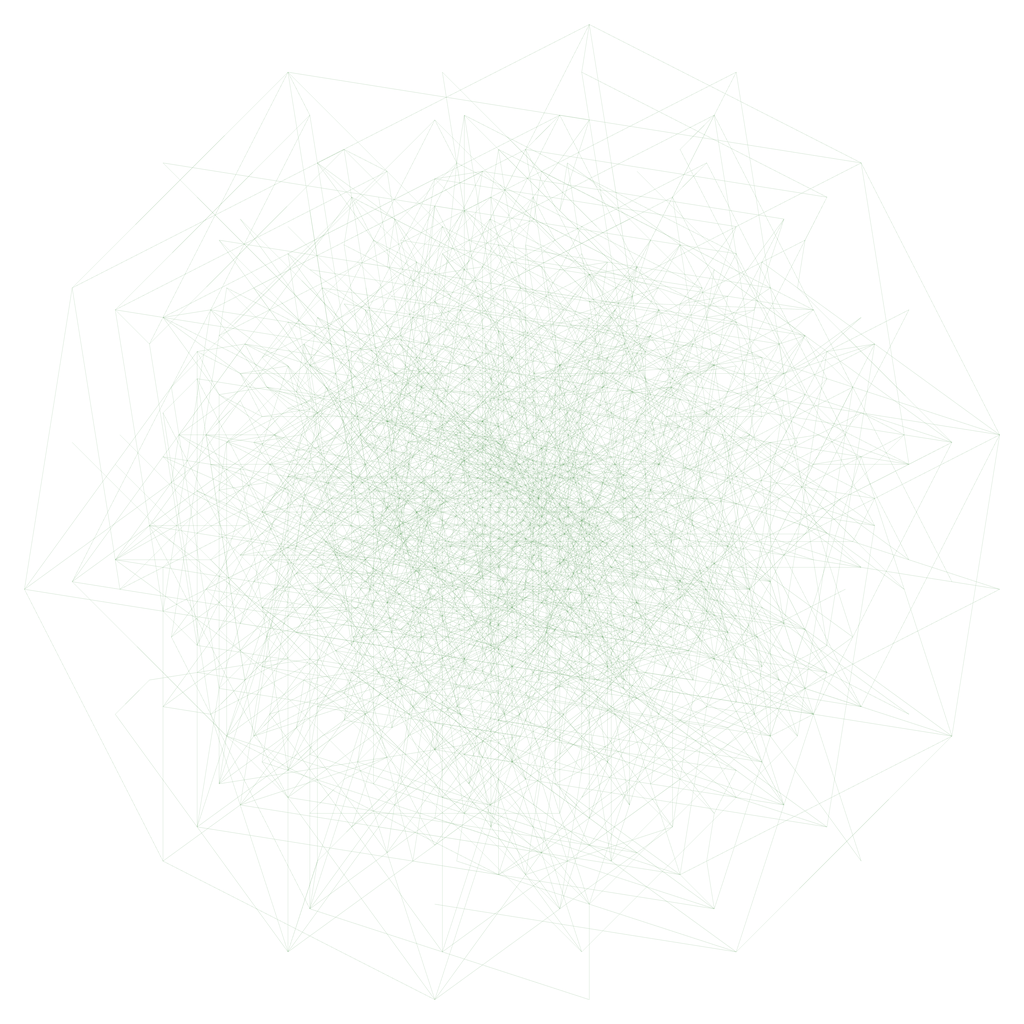
<source format=gbr>
%MOMM*%
%FSLAX26Y26*%
%LPD*%
%ADD10C,0.05*%
D10*
X528785392Y3764872D02*
G01*
%LS9.91761768754727*
X385214608Y3764872D01*
%LS0.902113032590307*
X269063403Y88153661D01*
%LS0.715920956159588*
X224697591Y224697591D01*
%LS0.509525449494429*
X269063403Y361241521D01*
%LS0.306408440446666*
X385214608Y445630311D01*
X521758538Y489996123D01*
X405607333Y405607333D01*
X269063403Y361241521D01*
%LS2.0953715275737*
X353452193Y477392726D01*
%LS0.807886009409696*
X469603398Y561781515D01*
%LS1.2377983878328*
X606147327Y606147327D01*
%LS0.477242334755752*
X489996123Y521758538D01*
%LS1.12456600821097*
X353452193Y477392726D01*
%LS2.03884176858763*
X309086381Y340848796D01*
%LS0.436145630335963*
X425237585Y425237585D01*
X561781515Y469603398D01*
%LS1.12456600821097*
X445630311Y385214608D01*
%LS1.2600735106701*
X309086381Y340848796D01*
%LS0.79360449333484*
X224697591Y224697591D01*
%LS1*
X340848796Y309086381D01*
%LS1.2600735106701*
X385214608Y445630311D01*
%LS0.793604493334841*
X469603398Y561781515D01*
%LS0.88923192831594*
X425237585Y425237585D01*
X340848796Y309086381D01*
%LS2.29281214907438*
X477392726Y353452193D01*
%LS0.490474550505571*
X521758538Y489996123D01*
%LS0.889231928315939*
X606147327Y606147327D01*
%LS2.0953715275737*
X561781515Y469603398D01*
%LS0.807886009409696*
X477392726Y353452193D01*
%LS1.2377983878328*
X361241521Y269063403D01*
%LS0.477242334755751*
X405607333Y405607333D01*
X489996123Y521758538D01*
X445630311Y385214608D01*
X361241521Y269063403D01*
%LS3.26361766843712*
X224697591Y224697591D01*
%LS1.55753651583505*
X224697591Y368268376D01*
%LS0.833022527545259*
X269063403Y504812305D01*
%LS0.77073488494022*
X385214608Y589201095D01*
%LS0.991728256997321*
X521758538Y633566907D01*
%LS0.70839667003352*
X405607333Y549178118D01*
%LS0.988225896908645*
X269063403Y504812305D01*
%LS1.73974972471987*
X353452193Y620963510D01*
%LS1.07419413756821*
X469603398Y705352299D01*
%LS1.20044772732232*
X606147327Y749718112D01*
%LS0.642039521920206*
X489996123Y665329322D01*
%LS1.2600735106701*
X353452193Y620963510D01*
%LS0.793604493334841*
X309086381Y484419580D01*
%LS0.73165474632722*
X425237585Y568808370D01*
%LS1.06439309227037*
X561781515Y613174182D01*
%LS0.557536515835051*
X445630311Y528785392D01*
%LS1.10850853925547*
X309086381Y484419580D01*
%LS1.89149146074453*
X224697591Y368268376D01*
%LS0.476932120135089*
X340848796Y452657165D01*
%LS1.68509595407938*
X385214608Y589201095D01*
%LS1.24428192417661*
X469603398Y705352299D01*
%LS0.476932120135089*
X425237585Y568808370D01*
%LS1.41163848208474*
X340848796Y452657165D01*
%LS0.499914434810636*
X477392726Y497022977D01*
X521758538Y633566907D01*
%LS1.12456600821097*
X606147327Y749718112D01*
%LS1*
X561781515Y613174182D01*
%LS0.889231928315939*
X477392726Y497022977D01*
X361241521Y412634188D01*
%LS1.69282134164222*
X405607333Y549178118D01*
%LS1.2377983878328*
X489996123Y665329322D01*
%LS0.477242334755752*
X445630311Y528785392D01*
%LS1.12456600821097*
X361241521Y412634188D01*
%LS0.88923192831594*
X224697591Y368268376D01*
%LS5.43440480266417*
X269063403Y231724446D01*
%LS0.439393354749497*
X313429216Y368268376D01*
%LS0.41878829049464*
X429580420Y452657165D01*
X566124350Y497022977D01*
X449973146Y412634188D01*
X313429216Y368268376D01*
%LS1.40035151190653*
X397818005Y484419580D01*
%LS0.890198648310167*
X513969210Y568808370D01*
%LS1.55753651583505*
X650513140Y613174182D01*
%LS0.515036214800484*
X534361935Y528785392D01*
X397818005Y484419580D01*
%LS1.41703583794666*
X353452193Y347875650D01*
%LS0.705698453928335*
X469603398Y432264440D01*
X606147327Y476630252D01*
%LS1.5707963267949*
X489996123Y392241462D01*
X353452193Y347875650D01*
%LS0.636619772367581*
X269063403Y231724446D01*
%LS1.5707963267949*
X385214608Y316113235D01*
%LS0.636619772367581*
X429580420Y452657165D01*
X513969210Y568808370D01*
X469603398Y432264440D01*
X385214608Y316113235D01*
%LS2.44657263792262*
X521758538Y360479047D01*
%LS0.817610026505152*
X566124350Y497022977D01*
%LS0.70839667003352*
X650513140Y613174182D01*
%LS2.09673443616411*
X606147327Y476630252D01*
%LS0.803676386010137*
X521758538Y360479047D01*
%LS1.06439309227037*
X405607333Y276090258D01*
%LS0.393452657233386*
X449973146Y412634188D01*
X534361935Y528785392D01*
%LS1.12456600821097*
X489996123Y392241462D01*
%LS1.2600735106701*
X405607333Y276090258D01*
%LS2.41163848208474*
X269063403Y231724446D01*
%LS1.20337814069113*
X269063403Y88153661D01*
%LS0.344576516755255*
X313429216Y224697591D01*
%LS3.21701707851093*
X269063403Y361241521D01*
%LS0.902113032590307*
X269063403Y504812305D01*
%LS0.872440561755676*
X313429216Y368268376D01*
%LS0.875626439195919*
X313429216Y224697591D01*
%LS0.721231742082475*
X429580420Y309086381D01*
%LS1.27671554940026*
X566124350Y353452193D01*
%LS1.11885320586559*
X449973146Y269063403D01*
%LS1.19371636255679*
X313429216Y224697591D01*
%LS0.258825397616152*
X397818005Y340848796D01*
%LS1.29501082309934*
X513969210Y425237585D01*
%LS0.807886009409697*
X650513140Y469603398D01*
%LS2.16571457612415*
X534361935Y385214608D01*
%LS0.890198648310168*
X397818005Y340848796D01*
%LS1*
X353452193Y477392726D01*
%LS1.12334477467278*
X353452193Y620963510D01*
%LS0.461741362885242*
X397818005Y484419580D01*
%LS1.2377983878328*
X397818005Y340848796D01*
%LS0.772194318505161*
X353452193Y204304866D01*
%LS3.86360847586928*
X309086381Y340848796D01*
%LS0.837719940319934*
X309086381Y484419580D01*
%LS0.89377229716776*
X353452193Y347875650D01*
%LS0.783259826724718*
X353452193Y204304866D01*
%LS1.38651690109009*
X469603398Y288693655D01*
%LS1.14203952192021*
X606147327Y333059468D01*
%LS1.14620988963148*
X489996123Y248670678D01*
%LS1.10850853925547*
X353452193Y204304866D01*
%LS0.310846966489489*
X269063403Y88153661D01*
%LS2.90211303259031*
X385214608Y172542451D01*
%LS0.83099398782969*
X340848796Y309086381D01*
%LS0.743728592265771*
X340848796Y452657165D01*
%LS0.962610505505151*
X385214608Y316113235D01*
%LS0.642039521920206*
X385214608Y172542451D01*
%LS0.636619772367581*
X429580420Y309086381D01*
%LS1.5707963267949*
X385214608Y445630311D01*
X385214608Y589201095D01*
%LS0.636619772367581*
X429580420Y452657165D01*
X429580420Y309086381D01*
%LS1.41703583794666*
X513969210Y425237585D01*
%LS0.705698453928335*
X469603398Y561781515D01*
X469603398Y705352299D01*
%LS1.94161103872547*
X513969210Y568808370D01*
%LS0.642039521920206*
X513969210Y425237585D01*
%LS1.12334477467278*
X469603398Y288693655D01*
%LS0.714106416494337*
X425237585Y425237585D01*
X425237585Y568808370D01*
X469603398Y432264440D01*
X469603398Y288693655D01*
%LS2.38784135730939*
X385214608Y172542451D01*
%LS2.27586509716359*
X521758538Y216908263D01*
%LS0.184012791890247*
X477392726Y353452193D01*
X477392726Y497022977D01*
X521758538Y360479047D01*
%LS1.41703583794666*
X521758538Y216908263D01*
%LS2.09673443616411*
X566124350Y353452193D01*
%LS0.52868332781496*
X521758538Y489996123D01*
%LS0.902113032590307*
X521758538Y633566907D01*
%LS1.79360449333484*
X566124350Y497022977D01*
%LS0.939502527085157*
X566124350Y353452193D01*
%LS1.36676486419288*
X650513140Y469603398D01*
%LS1.2600735106701*
X606147327Y606147327D01*
%LS0.793604493334841*
X606147327Y749718112D01*
%LS1.55753651583505*
X650513140Y613174182D01*
%LS0.833022527545259*
X650513140Y469603398D01*
%LS0.930930420327768*
X606147327Y333059468D01*
%LS0.574795320149293*
X561781515Y469603398D01*
%LS1.01191438428014*
X561781515Y613174182D01*
%LS1.41163848208474*
X606147327Y476630252D01*
%LS1.00834073542255*
X606147327Y333059468D01*
%LS1.29746300516495*
X521758538Y216908263D01*
%LS1.20044772732232*
X405607333Y132519474D01*
%LS0.642039521920206*
X361241521Y269063403D01*
%LS0.642039521920206*
X361241521Y412634188D01*
%LS1.09422702318061*
X405607333Y276090258D01*
%LS0.490474550505571*
X405607333Y132519474D01*
%LS1*
X449973146Y269063403D01*
%LS1.2600735106701*
X405607333Y405607333D01*
%LS0.793604493334841*
X405607333Y549178118D01*
%LS0.88923192831594*
X449973146Y412634188D01*
X449973146Y269063403D01*
%LS2.29281214907438*
X534361935Y385214608D01*
%LS0.490474550505571*
X489996123Y521758538D01*
%LS0.88923192831594*
X489996123Y665329322D01*
%LS2.0953715275737*
X534361935Y528785392D01*
%LS0.807886009409696*
X534361935Y385214608D01*
%LS1.2377983878328*
X489996123Y248670678D01*
%LS0.477242334755752*
X445630311Y385214608D01*
X445630311Y528785392D01*
X489996123Y392241462D01*
X489996123Y248670678D01*
%LS3.26361766843712*
X405607333Y132519474D01*
%LS1.96261050550515*
X269063403Y88153661D01*
%LS1.2600735106701*
X184674614Y204304866D01*
%LS0.913887135681662*
X140308802Y340848796D01*
%LS0.787040000920204*
X184674614Y477392726D01*
%LS0.665540461675202*
X300825818Y561781515D01*
%LS0.837719940319933*
X437369748Y606147327D01*
%LS0.89377229716776*
X321218544Y521758538D01*
%LS0.783259826724718*
X184674614Y477392726D01*
%LS2.24343147193994*
X269063403Y593543930D01*
%LS0.951056516295154*
X385214608Y677932720D01*
%LS1.05146222423827*
X521758538Y722298532D01*
%LS0.760073510670101*
X405607333Y637909742D01*
%LS1.06439309227037*
X269063403Y593543930D01*
%LS1.17557050458495*
X224697591Y457000000D01*
%LS0.618033988749895*
X340848796Y541388790D01*
%LS0.85065080835204*
X477392726Y585754602D01*
%LS0.793604493334841*
X361241521Y501365812D01*
%LS0.778768257917525*
X224697591Y457000000D01*
%LS2.6180339887499*
X140308802Y340848796D01*
%LS0.490474550505571*
X256460006Y425237585D01*
%LS1.96261050550515*
X300825818Y561781515D01*
%LS1.03884176858763*
X385214608Y677932720D01*
%LS0.726542528005361*
X340848796Y541388790D01*
%LS1.05146222423827*
X256460006Y425237585D01*
%LS0.318309886183791*
X393003936Y469603398D01*
%LS1.41703583794666*
X437369748Y606147327D01*
%LS1.59898308976104*
X521758538Y722298532D01*
%LS0.441342036977889*
X477392726Y585754602D01*
%LS1.29501082309934*
X393003936Y469603398D01*
%LS0.807886009409696*
X276852732Y385214608D01*
%LS3.11943392011655*
X321218544Y521758538D01*
%LS0.991728256997322*
X405607333Y637909742D01*
%LS0.70839667003352*
X361241521Y501365812D01*
%LS0.988225896908645*
X276852732Y385214608D01*
%LS0.441342036977889*
X140308802Y340848796D01*
%LS6.92978552280572*
X140308802Y484419580D01*
%LS0.977811652562375*
X184674614Y620963510D01*
%LS0.945275480820649*
X300825818Y705352299D01*
%LS0.971779803258146*
X437369748Y749718112D01*
%LS0.873073329720132*
X321218544Y665329322D01*
%LS0.966738529420566*
X184674614Y620963510D01*
%LS1.31904247368354*
X269063403Y737114714D01*
%LS1.06439309227037*
X385214608Y821503504D01*
%LS1.09422702318061*
X521758538Y865869316D01*
%LS0.793604493334841*
X405607333Y781480526D01*
%LS1.10850853925547*
X269063403Y737114714D01*
%LS0.817610026505153*
X224697591Y600570784D01*
%LS0.952493527074693*
X340848796Y684959574D01*
%LS1*
X477392726Y729325386D01*
%LS0.824429495415054*
X361241521Y644936597D01*
%LS1*
X224697591Y600570784D01*
%LS1.30718702226041*
X140308802Y484419580D01*
%LS0.765001474900497*
X256460006Y568808370D01*
%LS1.08134348140434*
X300825818Y705352299D01*
%LS1.20885458204526*
X385214608Y821503504D01*
%LS0.664314644757503*
X340848796Y684959574D01*
%LS1.2600735106701*
X256460006Y568808370D01*
%LS0.738316631096716*
X393003936Y613174182D01*
%LS0.648367417517254*
X437369748Y749718112D01*
%LS1.72222420068407*
X521758538Y865869316D01*
%LS0.344576516755256*
X477392726Y729325386D01*
%LS2.21701707851093*
X393003936Y613174182D01*
%LS1.14203952192021*
X276852732Y528785392D01*
%LS1.18022076915194*
X321218544Y665329322D01*
%LS1.20044772732232*
X405607333Y781480526D01*
%LS0.642039521920206*
X361241521Y644936597D01*
%LS1.2600735106701*
X276852732Y528785392D01*
%LS0.65948056267588*
X140308802Y484419580D01*
%LS2.36176258101567*
X184674614Y347875650D01*
%LS0.769598960164529*
X229040426Y484419580D01*
%LS0.693258450545045*
X345191630Y568808370D01*
%LS0.902113032590307*
X481735560Y613174182D01*
%LS0.793604493334841*
X365584356Y528785392D01*
%LS0.86327126400268*
X229040426Y484419580D01*
%LS2.07768353717526*
X313429216Y600570784D01*
%LS1*
X429580420Y684959574D01*
%LS1.12334477467278*
X566124350Y729325386D01*
%LS0.693258450545046*
X449973146Y644936597D01*
%LS1.15838444032454*
X313429216Y600570784D01*
%LS1*
X269063403Y464026854D01*
%LS0.642039521920206*
X385214608Y548415644D01*
%LS0.939502527085156*
X521758538Y592781456D01*
%LS0.657831108413694*
X405607333Y508392667D01*
%LS0.902113032590306*
X269063403Y464026854D01*
%LS2.41163848208474*
X184674614Y347875650D01*
%LS0.459649548425358*
X300825818Y432264440D01*
%LS1.96261050550515*
X345191630Y568808370D01*
%LS1.10850853925547*
X429580420Y684959574D01*
%LS0.618033988749895*
X385214608Y548415644D01*
%LS1.15838444032454*
X300825818Y432264440D01*
%LS0.408735054295833*
X437369748Y476630252D01*
X481735560Y613174182D01*
%LS1.5707963267949*
X566124350Y729325386D01*
%LS0.636619772367581*
X521758538Y592781456D01*
X437369748Y476630252D01*
X321218544Y392241462D01*
%LS2.38784135730939*
X365584356Y528785392D01*
%LS1.06439309227037*
X449973146Y644936597D01*
%LS0.557536515835052*
X405607333Y508392667D01*
%LS1.10850853925546*
X321218544Y392241462D01*
%LS0.636619772367582*
X184674614Y347875650D01*
%LS5.95898000344298*
X184674614Y204304866D01*
%LS0.664314644757503*
X229040426Y340848796D01*
%LS1.39680224666742*
X184674614Y477392726D01*
%LS1.07768353717525*
X184674614Y620963510D01*
%LS0.765001474900498*
X229040426Y484419580D01*
%LS1.09422702318061*
X229040426Y340848796D01*
%LS0.200474142031619*
X345191630Y425237585D01*
X481735560Y469603398D01*
X365584356Y385214608D01*
X229040426Y340848796D01*
%LS2.54160184615763*
X313429216Y457000000D01*
%LS0.72654252800536*
X429580420Y541388790D01*
%LS1.05146222423827*
X566124350Y585754602D01*
%LS0.515036214800485*
X449973146Y501365812D01*
X313429216Y457000000D01*
%LS2.98783216474156*
X269063403Y593543930D01*
%LS1.37638192047117*
X269063403Y737114714D01*
%LS0.490474550505572*
X313429216Y600570784D01*
%LS1.55753651583505*
X313429216Y457000000D01*
%LS0.951056516295153*
X269063403Y320456070D01*
%LS1.6180339887499*
X224697591Y457000000D01*
%LS1.05146222423827*
X224697591Y600570784D01*
%LS0.760073510670101*
X269063403Y464026854D01*
%LS1.06439309227037*
X269063403Y320456070D01*
%LS0.243167115134195*
X385214608Y404844860D01*
X521758538Y449210672D01*
X405607333Y364821882D01*
%LS1.5707963267949*
X269063403Y320456070D01*
%LS0.999999999999998*
X184674614Y204304866D01*
%LS0.636619772367582*
X300825818Y288693655D01*
%LS4.38818367664809*
X256460006Y425237585D01*
%LS1*
X256460006Y568808370D01*
%LS0.778768257917526*
X300825818Y432264440D01*
%LS1*
X300825818Y288693655D01*
%LS0.618033988749895*
X345191630Y425237585D01*
%LS1.20337814069113*
X300825818Y561781515D01*
%LS1.34457651675526*
X300825818Y705352299D01*
%LS0.459649548425359*
X345191630Y568808370D01*
%LS1.55753651583505*
X345191630Y425237585D01*
%LS0.642039521920205*
X429580420Y541388790D01*
%LS0.636619772367582*
X385214608Y677932720D01*
%LS1.5707963267949*
X385214608Y821503504D01*
%LS0.63661977236758*
X429580420Y684959574D01*
X429580420Y541388790D01*
%LS1.1412503342511*
X385214608Y404844860D01*
%LS1.6180339887499*
X340848796Y541388790D01*
%LS1.37638192047117*
X340848796Y684959574D01*
%LS0.393452657233386*
X385214608Y548415644D01*
%LS1.5707963267949*
X385214608Y404844860D01*
%LS0.636619772367581*
X300825818Y288693655D01*
%LS2.44657263792262*
X437369748Y333059468D01*
%LS0.509525449494429*
X393003936Y469603398D01*
%LS1.12334477467278*
X393003936Y613174182D01*
%LS0.714106416494337*
X437369748Y476630252D01*
X437369748Y333059468D01*
X481735560Y469603398D01*
X437369748Y606147327D01*
X437369748Y749718112D01*
%LS1.57079632679489*
X481735560Y613174182D01*
%LS0.636619772367583*
X481735560Y469603398D01*
X566124350Y585754602D01*
%LS3.14159265358979*
X521758538Y722298532D01*
%LS0.451056516295153*
X521758538Y865869316D01*
%LS2.90211303259031*
X566124350Y729325386D01*
%LS0.580644494255046*
X566124350Y585754602D01*
%LS0.58645081576292*
X521758538Y449210672D01*
%LS0.924775538204847*
X477392726Y585754602D01*
%LS0.772194318505163*
X477392726Y729325386D01*
%LS2.26581634246207*
X521758538Y592781456D01*
%LS0.625397483190049*
X521758538Y449210672D01*
%LS0.879717357653181*
X437369748Y333059468D01*
%LS1.55753651583505*
X321218544Y248670678D01*
%LS2.18088129050783*
X276852732Y385214608D01*
%LS0.930930420327768*
X276852732Y528785392D01*
%LS0.827918895022095*
X321218544Y392241462D01*
%LS0.910384775592985*
X321218544Y248670678D01*
%LS0.476932120135089*
X365584356Y385214608D01*
%LS1.68509595407938*
X321218544Y521758538D01*
%LS1.24428192417661*
X321218544Y665329322D01*
%LS0.47693212013509*
X365584356Y528785392D01*
%LS1.41163848208473*
X365584356Y385214608D01*
%LS0.499914434810635*
X449973146Y501365812D01*
X405607333Y637909742D01*
%LS1.12456600821097*
X405607333Y781480526D01*
%LS0.999999999999994*
X449973146Y644936597D01*
%LS0.889231928315943*
X449973146Y501365812D01*
X405607333Y364821882D01*
%LS1.69282134164222*
X361241521Y501365812D01*
%LS1.2377983878328*
X361241521Y644936597D01*
%LS0.477242334755751*
X405607333Y508392667D01*
%LS1.12456600821097*
X405607333Y364821882D01*
%LS0.889231928315938*
X321218544Y248670678D01*
%LS3.41737815728536*
X184674614Y204304866D01*
%LS2.33395494490948*
X300825818Y119916076D01*
%LS0.693258450545046*
X256460006Y256460006D01*
%LS0.509525449494429*
X300825818Y393003936D01*
%LS0.354938769797525*
X416977023Y477392726D01*
X553520953Y521758538D01*
X437369748Y437369748D01*
X300825818Y393003936D01*
%LS1.94161103872547*
X385214608Y509155140D01*
%LS0.951056516295153*
X501365812Y593543930D01*
%LS1.37638192047117*
X637909742Y637909742D01*
%LS0.393452657233387*
X521758538Y553520953D01*
%LS1.57079632679489*
X385214608Y509155140D01*
%LS1.17557050458495*
X340848796Y372611210D01*
%LS0.541541123977374*
X457000000Y457000000D01*
X593543930Y501365812D01*
X477392726Y416977023D01*
X340848796Y372611210D01*
X256460006Y256460006D01*
X372611210Y340848796D01*
X416977023Y477392726D01*
X501365812Y593543930D01*
X457000000Y457000000D01*
X372611210Y340848796D01*
%LS1.84658183049046*
X509155140Y385214608D01*
%LS0.850650808352038*
X553520953Y521758538D01*
%LS0.636619772367582*
X637909742Y637909742D01*
%LS2.54160184615763*
X593543930Y501365812D01*
%LS0.726542528005361*
X509155140Y385214608D01*
%LS1.05146222423827*
X393003936Y300825818D01*
%LS0.515036214800484*
X437369748Y437369748D01*
X521758538Y553520953D01*
X477392726Y416977023D01*
X393003936Y300825818D01*
%LS2.81738734985319*
X256460006Y256460006D01*
%LS1.55753651583505*
X256460006Y400030790D01*
%LS0.86327126400268*
X300825818Y536574720D01*
%LS0.902113032590307*
X416977023Y620963510D01*
%LS1.07768353717525*
X553520953Y665329322D01*
%LS0.664314644757503*
X437369748Y580940532D01*
%LS1.10850853925547*
X300825818Y536574720D01*
%LS1.39680224666742*
X385214608Y652725925D01*
%LS1.15838444032454*
X501365812Y737114714D01*
%LS1.2600735106701*
X637909742Y781480526D01*
%LS0.618033988749895*
X521758538Y697091737D01*
%LS1.33395494490948*
X385214608Y652725925D01*
%LS0.618033988749896*
X340848796Y516181995D01*
%LS0.902113032590306*
X457000000Y600570784D01*
%LS1.17557050458495*
X593543930Y644936597D01*
%LS0.525731112119134*
X477392726Y560547807D01*
%LS1.28407904384041*
X340848796Y516181995D01*
%LS1.39680224666742*
X256460006Y400030790D01*
%LS0.557536515835051*
X372611210Y484419580D01*
%LS1.23606797749979*
X416977023Y620963510D01*
%LS1.45105651629515*
X501365812Y737114714D01*
%LS0.354938769797525*
X457000000Y600570784D01*
%LS1.84658183049046*
X372611210Y484419580D01*
%LS0.618033988749893*
X509155140Y528785392D01*
%LS0.876231944901215*
X553520953Y665329322D01*
X637909742Y781480526D01*
%LS1.57079632679489*
X593543930Y644936597D01*
%LS0.636619772367582*
X509155140Y528785392D01*
X393003936Y444396602D01*
%LS1.2465910230583*
X437369748Y580940532D01*
%LS1.55753651583505*
X521758538Y697091737D01*
%LS0.515036214800484*
X477392726Y560547807D01*
X393003936Y444396602D01*
X256460006Y400030790D01*
%LS4.55862849153646*
X300825818Y263486860D01*
%LS0.425919998159591*
X345191630Y400030790D01*
%LS0.515036214800484*
X461342835Y484419580D01*
X597886765Y528785392D01*
X481735560Y444396602D01*
X345191630Y400030790D01*
%LS1.24659102305829*
X429580420Y516181995D01*
%LS1.12334477467278*
X545731624Y600570784D01*
%LS1.70517283482518*
X682275554Y644936597D01*
%LS0.41878829049464*
X566124350Y560547807D01*
%LS1.41703583794666*
X429580420Y516181995D01*
%LS0.705698453928337*
X385214608Y379638065D01*
X501365812Y464026854D01*
X637909742Y508392667D01*
%LS1.41703583794666*
X521758538Y424003877D01*
%LS0.793604493334843*
X385214608Y379638065D01*
%LS0.889231928315936*
X300825818Y263486860D01*
%LS1.41703583794666*
X416977023Y347875650D01*
%LS0.705698453928334*
X461342835Y484419580D01*
X545731624Y600570784D01*
X501365812Y464026854D01*
X416977023Y347875650D01*
%LS2.0003423193387*
X553520953Y392241462D01*
%LS1.22307697751025*
X597886765Y528785392D01*
%LS0.642039521920207*
X682275554Y644936597D01*
%LS2.17557050458494*
X637909742Y508392667D01*
%LS0.743728592265771*
X553520953Y392241462D01*
%LS0.939502527085157*
X437369748Y307852673D01*
%LS0.418788290494639*
X481735560Y444396602D01*
X566124350Y560547807D01*
%LS1.57079632679489*
X521758538Y424003877D01*
%LS1*
X437369748Y307852673D01*
%LS1.89149146074454*
X300825818Y263486860D01*
%LS1.15018785426004*
X300825818Y119916076D01*
%LS0.292621990887413*
X345191630Y256460006D01*
%LS3.68285218040873*
X300825818Y393003936D01*
%LS0.927916188291349*
X300825818Y536574720D01*
%LS0.793604493334842*
X345191630Y400030790D01*
%LS0.902113032590307*
X345191630Y256460006D01*
%LS0.863271264002681*
X461342835Y340848796D01*
%LS1.15838444032454*
X597886765Y385214608D01*
%LS1.2600735106701*
X481735560Y300825818D01*
%LS1.10850853925547*
X345191630Y256460006D01*
%LS0.292621990887413*
X429580420Y372611210D01*
%LS1.1412503342511*
X545731624Y457000000D01*
%LS0.876231944901211*
X682275554Y501365812D01*
%LS2.11205585361383*
X566124350Y416977023D01*
%LS0.743728592265772*
X429580420Y372611210D01*
%LS0.726542528005362*
X385214608Y509155140D01*
%LS1.37638192047117*
X385214608Y652725925D01*
%LS0.63661977236758*
X429580420Y516181995D01*
X429580420Y372611210D01*
X385214608Y236067280D01*
%LS2.98783216474156*
X340848796Y372611210D01*
%LS0.85065080835204*
X340848796Y516181995D01*
%LS0.793604493334842*
X385214608Y379638065D01*
%LS0.778768257917525*
X385214608Y236067280D01*
%LS1.90211303259031*
X501365812Y320456070D01*
%LS1.05146222423827*
X637909742Y364821882D01*
%LS1.2600735106701*
X521758538Y280433093D01*
%LS1.03884176858763*
X385214608Y236067280D01*
%LS0.381966011250105*
X300825818Y119916076D01*
%LS2.5201470213402*
X416977023Y204304866D01*
%LS0.642039521920207*
X372611210Y340848796D01*
%LS0.726542528005361*
X372611210Y484419580D01*
%LS0.850650808352041*
X416977023Y347875650D01*
%LS0.63661977236758*
X416977023Y204304866D01*
X461342835Y340848796D01*
X416977023Y477392726D01*
X416977023Y620963510D01*
X461342835Y484419580D01*
X461342835Y340848796D01*
%LS1.5707963267949*
X545731624Y457000000D01*
%LS1.17557050458494*
X501365812Y593543930D01*
%LS0.541541123977376*
X501365812Y737114714D01*
%LS2.81738734985319*
X545731624Y600570784D01*
%LS0.689153033510511*
X545731624Y457000000D01*
%LS0.951056516295154*
X501365812Y320456070D01*
%LS0.541541123977375*
X457000000Y457000000D01*
X457000000Y600570784D01*
X501365812Y464026854D01*
X501365812Y320456070D01*
%LS2.54160184615763*
X416977023Y204304866D01*
%LS1.96261050550515*
X553520953Y248670678D01*
%LS0.200474142031618*
X509155140Y385214608D01*
%LS1.1412503342511*
X509155140Y528785392D01*
%LS1.37638192047117*
X553520953Y392241462D01*
%LS1.34457651675526*
X553520953Y248670678D01*
%LS1.6180339887499*
X597886765Y385214608D01*
%LS0.715920956159587*
X553520953Y521758538D01*
%LS0.863271264002681*
X553520953Y665329322D01*
%LS1.6180339887499*
X597886765Y528785392D01*
%LS0.902113032590308*
X597886765Y385214608D01*
%LS1.10850853925547*
X682275554Y501365812D01*
%LS1.45964954842536*
X637909742Y637909742D01*
%LS0.793604493334841*
X637909742Y781480526D01*
%LS1.50531078592289*
X682275554Y644936597D01*
%LS0.827229358148355*
X682275554Y501365812D01*
%LS0.890198648310168*
X637909742Y364821882D01*
%LS0.715920956159587*
X593543930Y501365812D01*
%LS0.951056516295154*
X593543930Y644936597D01*
%LS1.37638192047117*
X637909742Y508392667D01*
%LS0.962610505505151*
X637909742Y364821882D01*
%LS1.10850853925547*
X553520953Y248670678D01*
%LS1.12334477467278*
X437369748Y164281888D01*
%LS0.484403868499784*
X393003936Y300825818D01*
%LS0.58645081576292*
X393003936Y444396602D01*
%LS1.01191438428014*
X437369748Y307852673D01*
%LS0.705698453928333*
X437369748Y164281888D01*
%LS1.5707963267949*
X481735560Y300825818D01*
%LS0.636619772367581*
X437369748Y437369748D01*
X437369748Y580940532D01*
X481735560Y444396602D01*
X481735560Y300825818D01*
%LS2.44657263792262*
X566124350Y416977023D01*
%LS0.817610026505151*
X521758538Y553520953D01*
%LS0.70839667003352*
X521758538Y697091737D01*
%LS2.09673443616411*
X566124350Y560547807D01*
%LS0.803676386010137*
X566124350Y416977023D01*
%LS1.06439309227037*
X521758538Y280433093D01*
%LS0.393452657233386*
X477392726Y416977023D01*
X477392726Y560547807D01*
%LS1.12456600821097*
X521758538Y424003877D01*
%LS1.2600735106701*
X521758538Y280433093D01*
%LS2.41163848208474*
X437369748Y164281888D01*
%LS1.74372859226577*
X300825818Y119916076D01*
%LS1.1915177318252*
X385214608Y3764872D01*
%LS0.642039521920206*
X340848796Y140308802D01*
%LS1.55753651583505*
X224697591Y224697591D01*
%LS1*
X140308802Y340848796D01*
%LS0.86327126400268*
X256460006Y256460006D01*
X340848796Y140308802D01*
%LS0.163147445256084*
X385214608Y276852732D01*
%LS2.26581634246207*
X501365812Y361241521D01*
%LS1.01191438428014*
X637909742Y405607333D01*
%LS1.41163848208474*
X521758538Y321218544D01*
%LS1.00834073542255*
X385214608Y276852732D01*
%LS0.320570983584944*
X469603398Y393003936D01*
%LS1.23779838783281*
X585754602Y477392726D01*
%LS0.772194318505159*
X722298532Y521758538D01*
%LS2.26581634246207*
X606147327Y437369748D01*
%LS0.625397483190049*
X469603398Y393003936D01*
%LS0.705698453928333*
X425237585Y256460006D01*
%LS3.1415926535898*
X541388790Y340848796D01*
%LS0.951056516295154*
X677932720Y385214608D01*
%LS1.37638192047117*
X561781515Y300825818D01*
%LS0.962610505505151*
X425237585Y256460006D01*
%LS0.509525449494429*
X340848796Y140308802D01*
%LS2.03884176858763*
X457000000Y224697591D01*
%LS0.381966011250105*
X501365812Y361241521D01*
%LS1.28407904384041*
X585754602Y477392726D01*
%LS1.2600735106701*
X541388790Y340848796D01*
%LS1.17557050458495*
X457000000Y224697591D01*
%LS1.6180339887499*
X593543930Y269063403D01*
%LS0.850650808352039*
X637909742Y405607333D01*
%LS0.939502527085157*
X722298532Y521758538D01*
%LS1.31566221682739*
X677932720Y385214608D01*
%LS0.951056516295154*
X593543930Y269063403D01*
%LS1.05146222423827*
X477392726Y184674614D01*
%LS0.445745730372267*
X521758538Y321218544D01*
%LS1.27671554940026*
X606147327Y437369748D01*
%LS1.11885320586559*
X561781515Y300825818D01*
%LS1.19371636255679*
X477392726Y184674614D01*
%LS1.50253824911403*
X340848796Y140308802D01*
%LS0.437813219597959*
X340848796Y283879586D01*
%LS0.490474550505571*
X385214608Y420423516D01*
%LS0.80218771152922*
X501365812Y504812305D01*
X637909742Y549178118D01*
X521758538Y464789328D01*
X385214608Y420423516D01*
X469603398Y536574720D01*
%LS1.24659102305829*
X585754602Y620963510D01*
%LS2.03884176858763*
X722298532Y665329322D01*
%LS0.393452657233387*
X606147327Y580940532D01*
%LS1.57079632679489*
X469603398Y536574720D01*
%LS0.636619772367583*
X425237585Y400030790D01*
X541388790Y484419580D01*
X677932720Y528785392D01*
%LS1.5707963267949*
X561781515Y444396602D01*
%LS0.63661977236758*
X425237585Y400030790D01*
X340848796Y283879586D01*
%LS1.5707963267949*
X457000000Y368268376D01*
%LS0.63661977236758*
X501365812Y504812305D01*
X585754602Y620963510D01*
%LS1.5707963267949*
X541388790Y484419580D01*
%LS0.726542528005362*
X457000000Y368268376D01*
%LS1.61803398874989*
X593543930Y412634188D01*
%LS1.70130161670408*
X637909742Y549178118D01*
%LS0.642039521920207*
X722298532Y665329322D01*
%LS2.03884176858762*
X677932720Y528785392D01*
%LS0.726542528005361*
X593543930Y412634188D01*
%LS0.85065080835204*
X477392726Y328245398D01*
%LS0.509525449494429*
X521758538Y464789328D01*
%LS0.807886009409698*
X606147327Y580940532D01*
%LS2.16571457612415*
X561781515Y444396602D01*
%LS0.890198648310168*
X477392726Y328245398D01*
%LS1.39680224666742*
X340848796Y283879586D01*
%LS1.61803398874989*
X224697591Y368268376D01*
%LS1.15246252616495*
X140308802Y484419580D01*
%LS0.682920253849152*
X256460006Y400030790D01*
%LS1.19371636255679*
X340848796Y283879586D01*
%LS0.837719940319934*
X385214608Y147335656D01*
%LS1.7852637579123*
X269063403Y231724446D01*
%LS0.971779803258146*
X184674614Y347875650D01*
%LS0.873073329720133*
X300825818Y263486860D01*
%LS0.966738529420565*
X385214608Y147335656D01*
%LS0.19034391026138*
X429580420Y283879586D01*
%LS2.712046661046*
X545731624Y368268376D01*
%LS0.902113032590307*
X682275554Y412634188D01*
%LS1.50531078592289*
X566124350Y328245398D01*
%LS0.92791618829135*
X429580420Y283879586D01*
%LS0.509525449494429*
X513969210Y400030790D01*
%LS1*
X630120414Y484419580D01*
%LS0.574302993457468*
X766664344Y528785392D01*
%LS2.712046661046*
X650513140Y444396602D01*
%LS0.579192220162269*
X513969210Y400030790D01*
%LS0.999999999999999*
X469603398Y263486860D01*
%LS2.28407904384041*
X585754602Y347875650D01*
%LS0.875626439195919*
X722298532Y392241462D01*
%LS1.45105651629515*
X606147327Y307852673D01*
%LS0.902113032590307*
X469603398Y263486860D01*
%LS0.659480562675881*
X385214608Y147335656D01*
%LS1.68088129050783*
X501365812Y231724446D01*
%LS0.53669050734556*
X545731624Y368268376D01*
%LS1.10850853925547*
X630120414Y484419580D01*
%LS1.2600735106701*
X585754602Y347875650D01*
%LS1.07768353717525*
X501365812Y231724446D01*
%LS1.35443244521605*
X637909742Y276090258D01*
%LS1*
X682275554Y412634188D01*
%LS0.913887135681662*
X766664344Y528785392D01*
%LS1.30718702226041*
X722298532Y392241462D01*
%LS0.92791618829135*
X637909742Y276090258D01*
X521758538Y191701468D01*
%LS0.568158087680825*
X566124350Y328245398D01*
%LS1.14203952192021*
X650513140Y444396602D01*
%LS1.14620988963148*
X606147327Y307852673D01*
%LS1.10850853925547*
X521758538Y191701468D01*
%LS1.30718702226041*
X385214608Y147335656D01*
%LS0.263601543533845*
X385214608Y3764872D01*
%LS1.00000000000001*
X429580420Y140308802D01*
%LS3.79360449333483*
X313429216Y224697591D01*
%LS0.927916188291349*
X229040426Y340848796D01*
%LS0.902113032590308*
X345191630Y256460006D01*
%LS0.913887135681662*
X429580420Y140308802D01*
%LS0.5949260103299*
X385214608Y276852732D01*
%LS1.51634491840433*
X269063403Y361241521D01*
%LS1.10850853925547*
X184674614Y477392726D01*
%LS0.689153033510512*
X300825818Y393003936D01*
%LS1.14203952192021*
X385214608Y276852732D01*
%LS0.437813219597958*
X385214608Y420423516D01*
%LS1*
X269063403Y504812305D01*
%LS1.72654252800536*
X184674614Y620963510D01*
%LS0.368725219356777*
X300825818Y536574720D01*
%LS1.74124114168326*
X385214608Y420423516D01*
%LS0.999999999999999*
X429580420Y283879586D01*
%LS1.96261050550516*
X313429216Y368268376D01*
%LS1.07768353717525*
X229040426Y484419580D01*
%LS0.664314644757504*
X345191630Y400030790D01*
%LS1.10850853925546*
X429580420Y283879586D01*
%LS0.368725219356777*
X429580420Y140308802D01*
%LS5.25364850720363*
X545731624Y224697591D01*
%LS1.03440586008232*
X682275554Y269063403D01*
%LS1.14537916342096*
X566124350Y184674614D01*
%LS1.02903970287017*
X429580420Y140308802D01*
%LS0.560141321173411*
X513969210Y256460006D01*
%LS1.19371636255679*
X630120414Y340848796D01*
%LS0.837719940319934*
X766664344Y385214608D01*
%LS1.46429981299235*
X650513140Y300825818D01*
%LS0.867707172507985*
X513969210Y256460006D01*
%LS0.618033988749894*
X397818005Y340848796D01*
%LS0.902113032590306*
X313429216Y457000000D01*
%LS0.726542528005362*
X429580420Y372611210D01*
%LS0.850650808352038*
X513969210Y256460006D01*
%LS0.636619772367582*
X469603398Y393003936D01*
X353452193Y477392726D01*
%LS1.57079632679489*
X269063403Y593543930D01*
%LS0.636619772367582*
X385214608Y509155140D01*
X469603398Y393003936D01*
X469603398Y536574720D01*
%LS1.5707963267949*
X353452193Y620963510D01*
%LS0.636619772367582*
X269063403Y737114714D01*
%LS2.54160184615763*
X385214608Y652725925D01*
%LS0.490474550505572*
X469603398Y536574720D01*
%LS0.802187711529218*
X513969210Y400030790D01*
X397818005Y484419580D01*
X313429216Y600570784D01*
X429580420Y516181995D01*
X513969210Y400030790D01*
%LS1.2465910230583*
X513969210Y256460006D01*
%LS2.03884176858762*
X469603398Y119916076D01*
%LS2.28407904384041*
X353452193Y204304866D01*
%LS0.875626439195919*
X269063403Y320456070D01*
%LS0.951056516295154*
X385214608Y236067280D01*
%LS0.85065080835204*
X469603398Y119916076D01*
%LS0.49047455050557*
X425237585Y256460006D01*
%LS1.96261050550516*
X309086381Y340848796D01*
%LS1.03884176858763*
X224697591Y457000000D01*
%LS0.726542528005361*
X340848796Y372611210D01*
%LS1.05146222423827*
X425237585Y256460006D01*
%LS0.318309886183791*
X425237585Y400030790D01*
%LS1.41703583794666*
X309086381Y484419580D01*
%LS1.59898308976103*
X224697591Y600570784D01*
%LS0.441342036977889*
X340848796Y516181995D01*
%LS1.29501082309934*
X425237585Y400030790D01*
%LS0.807886009409695*
X469603398Y263486860D01*
%LS3.11943392011656*
X353452193Y347875650D01*
%LS0.991728256997321*
X269063403Y464026854D01*
%LS0.708396670033521*
X385214608Y379638065D01*
%LS0.988225896908644*
X469603398Y263486860D01*
%LS0.441342036977889*
X469603398Y119916076D01*
%LS6.12942481833136*
X585754602Y204304866D01*
X722298532Y248670678D01*
%LS1.15838444032454*
X606147327Y164281888D01*
X469603398Y119916076D01*
%LS0.642039521920207*
X385214608Y3764872D01*
%LS1.55753651583505*
X501365812Y88153661D01*
%LS0.839265730832368*
X385214608Y172542451D01*
%LS0.827229358148355*
X300825818Y288693655D01*
%LS1.01191438428014*
X416977023Y204304866D01*
%LS0.793604493334841*
X501365812Y88153661D01*
%LS0.396802246667419*
X457000000Y224697591D01*
%LS2.6180339887499*
X340848796Y309086381D01*
%LS0.96261050550515*
X256460006Y425237585D01*
%LS0.793604493334842*
X372611210Y340848796D01*
%LS0.951056516295153*
X457000000Y224697591D01*
%LS0.334690820923838*
X457000000Y368268376D01*
%LS1.5707963267949*
X340848796Y452657165D01*
%LS1.34457651675525*
X256460006Y568808370D01*
%LS0.473472327111497*
X372611210Y484419580D01*
%LS1.1412503342511*
X457000000Y368268376D01*
%LS0.876231944901215*
X501365812Y231724446D01*
%LS3.41737815728535*
X385214608Y316113235D01*
%LS0.902113032590306*
X300825818Y432264440D01*
%LS0.793604493334842*
X416977023Y347875650D01*
%LS0.863271264002679*
X501365812Y231724446D01*
%LS0.473472327111497*
X501365812Y88153661D01*
%LS3.41737815728536*
X545731624Y224697591D01*
%LS0.869423195781645*
X429580420Y309086381D01*
%LS0.803676386010136*
X345191630Y425237585D01*
%LS0.837719940319935*
X461342835Y340848796D01*
%LS0.708396670033519*
X545731624Y224697591D01*
%LS0.705698453928336*
X501365812Y361241521D01*
%LS1.12456600821097*
X385214608Y445630311D01*
%LS1.2600735106701*
X300825818Y561781515D01*
%LS0.705698453928336*
X416977023Y477392726D01*
X501365812Y361241521D01*
X501365812Y504812305D01*
%LS1.41703583794666*
X385214608Y589201095D01*
%LS0.705698453928335*
X300825818Y705352299D01*
%LS2.38784135730939*
X416977023Y620963510D01*
%LS0.586450815762921*
X501365812Y504812305D01*
%LS0.890198648310169*
X545731624Y368268376D01*
%LS0.802187711529216*
X429580420Y452657165D01*
X345191630Y568808370D01*
X461342835Y484419580D01*
X545731624Y368268376D01*
%LS1.94161103872547*
X545731624Y224697591D01*
%LS2.34785876296257*
X630120414Y340848796D01*
%LS0.219364223659945*
X513969210Y425237585D01*
X429580420Y541388790D01*
%LS1.1412503342511*
X545731624Y457000000D01*
%LS1.37638192047118*
X630120414Y340848796D01*
%LS1.79360449333484*
X585754602Y477392726D01*
%LS0.715920956159587*
X469603398Y561781515D01*
%LS0.778768257917527*
X385214608Y677932720D01*
%LS1.9021130325903*
X501365812Y593543930D01*
%LS0.850650808352041*
X585754602Y477392726D01*
%LS1.10850853925547*
X585754602Y620963510D01*
%LS1.61803398874989*
X469603398Y705352299D01*
%LS0.749650506425356*
X385214608Y821503504D01*
%LS1.61803398874989*
X501365812Y737114714D01*
%LS0.793604493334842*
X585754602Y620963510D01*
%LS0.863271264002681*
X630120414Y484419580D01*
%LS0.715920956159587*
X513969210Y568808370D01*
%LS0.902113032590308*
X429580420Y684959574D01*
%LS1.50531078592289*
X545731624Y600570784D01*
%LS0.92791618829135*
X630120414Y484419580D01*
%LS1.10850853925547*
X630120414Y340848796D01*
%LS1.15838444032454*
X585754602Y204304866D01*
%LS0.642039521920205*
X469603398Y288693655D01*
%LS0.68915303351051*
X385214608Y404844860D01*
%LS0.951056516295155*
X501365812Y320456070D01*
%LS0.541541123977375*
X585754602Y204304866D01*
X541388790Y340848796D01*
X425237585Y425237585D01*
X340848796Y541388790D01*
X457000000Y457000000D01*
X541388790Y340848796D01*
%LS1.84658183049046*
X541388790Y484419580D01*
%LS0.850650808352037*
X425237585Y568808370D01*
%LS0.636619772367581*
X340848796Y684959574D01*
%LS2.54160184615763*
X457000000Y600570784D01*
%LS0.726542528005362*
X541388790Y484419580D01*
%LS1.05146222423827*
X585754602Y347875650D01*
%LS0.515036214800483*
X469603398Y432264440D01*
X385214608Y548415644D01*
X501365812Y464026854D01*
X585754602Y347875650D01*
%LS2.8173873498532*
X585754602Y204304866D01*
%LS1.96261050550515*
X501365812Y88153661D01*
%LS1.44246348416495*
X637909742Y132519474D01*
%LS0.428457285424926*
X521758538Y216908263D01*
%LS0.568158087680824*
X437369748Y333059468D01*
%LS1.2600735106701*
X553520953Y248670678D01*
%LS0.408735054295833*
X637909742Y132519474D01*
%LS1.5707963267949*
X593543930Y269063403D01*
%LS0.999999999999996*
X477392726Y353452193D01*
%LS0.636619772367582*
X393003936Y469603398D01*
X509155140Y385214608D01*
X593543930Y269063403D01*
%LS2.98783216474156*
X593543930Y412634188D01*
%LS0.334690820923838*
X477392726Y497022977D01*
X393003936Y613174182D01*
%LS1.94161103872547*
X509155140Y528785392D01*
%LS0.951056516295155*
X593543930Y412634188D01*
%LS1.37638192047117*
X637909742Y276090258D01*
%LS0.393452657233386*
X521758538Y360479047D01*
X437369748Y476630252D01*
X553520953Y392241462D01*
X637909742Y276090258D01*
%LS3.95863768410429*
X637909742Y132519474D01*
%LS1.50531078592289*
X682275554Y269063403D01*
%LS0.16781395464026*
X566124350Y353452193D01*
X481735560Y469603398D01*
X597886765Y385214608D01*
%LS1.5707963267949*
X682275554Y269063403D01*
%LS2.17557050458495*
X637909742Y405607333D01*
%LS0.414655848058765*
X521758538Y489996123D01*
%LS1.10850853925547*
X437369748Y606147327D01*
%LS1.5201470213402*
X553520953Y521758538D01*
%LS1.06439309227037*
X637909742Y405607333D01*
%LS1.55753651583505*
X637909742Y549178118D01*
%LS0.999999999999999*
X521758538Y633566907D01*
%LS0.863271264002681*
X437369748Y749718112D01*
%LS1.44246348416495*
X553520953Y665329322D01*
%LS0.890198648310168*
X637909742Y549178118D01*
%LS1*
X682275554Y412634188D01*
%LS0.481305252752575*
X566124350Y497022977D01*
%LS1.15838444032454*
X481735560Y613174182D01*
%LS1.2600735106701*
X597886765Y528785392D01*
%LS1.10850853925547*
X682275554Y412634188D01*
%LS1.44246348416495*
X682275554Y269063403D01*
%LS1.2993780550148*
X766664344Y385214608D01*
%LS0.42341258517609*
X650513140Y469603398D01*
%LS1.32292081242804*
X566124350Y585754602D01*
%LS1.02648659339439*
X682275554Y501365812D01*
%LS1.2377983878328*
X766664344Y385214608D01*
%LS1.30718702226041*
X722298532Y521758538D01*
%LS0.765001474900497*
X606147327Y606147327D01*
%LS1*
X521758538Y722298532D01*
%LS1.21295999907979*
X637909742Y637909742D01*
%LS1*
X722298532Y521758538D01*
%LS1.04987590106907*
X722298532Y665329322D01*
%LS1.22307697751025*
X606147327Y749718112D01*
%LS0.902113032590307*
X521758538Y865869316D01*
%LS1.2600735106701*
X637909742Y781480526D01*
%LS0.913887135681663*
X722298532Y665329322D01*
%LS0.939502527085156*
X766664344Y528785392D01*
%LS0.758125700992336*
X650513140Y613174182D01*
%LS1.03440586008232*
X566124350Y729325386D01*
%LS1.14537916342096*
X682275554Y644936597D01*
%LS1.02903970287018*
X766664344Y528785392D01*
%LS1.05789266757649*
X766664344Y385214608D01*
%LS1.02269184190992*
X722298532Y248670678D01*
%LS0.144304610396531*
X606147327Y333059468D01*
%LS1.04622112601609*
X521758538Y449210672D01*
%LS0.955820882539337*
X637909742Y364821882D01*
%LS2.01702664537883*
X722298532Y248670678D01*
%LS2.03884176858763*
X677932720Y385214608D01*
%LS0.381966011250105*
X561781515Y469603398D01*
%LS1.28407904384041*
X477392726Y585754602D01*
%LS1.2600735106701*
X593543930Y501365812D01*
%LS1.17557050458495*
X677932720Y385214608D01*
%LS1.6180339887499*
X677932720Y528785392D01*
%LS0.850650808352039*
X561781515Y613174182D01*
%LS0.939502527085157*
X477392726Y729325386D01*
%LS1.31566221682739*
X593543930Y644936597D01*
%LS0.951056516295154*
X677932720Y528785392D01*
%LS1.05146222423827*
X722298532Y392241462D01*
%LS0.445745730372267*
X606147327Y476630252D01*
%LS1.27671554940026*
X521758538Y592781456D01*
%LS1.11885320586559*
X637909742Y508392667D01*
%LS1.19371636255679*
X722298532Y392241462D01*
%LS1.50253824911403*
X722298532Y248670678D01*
%LS1.27058345043556*
X637909742Y132519474D01*
%LS1.09422702318061*
X521758538Y48130684D01*
%LS0.79360449333484*
X405607333Y132519474D01*
%LS0.793604493334841*
X321218544Y248670678D01*
%LS1.06909050504505*
X437369748Y164281888D01*
%LS0.756733869169343*
X521758538Y48130684D01*
%LS0.344576516755255*
X477392726Y184674614D01*
%LS3.21701707851094*
X361241521Y269063403D01*
%LS0.902113032590307*
X276852732Y385214608D01*
%LS0.872440561755677*
X393003936Y300825818D01*
%LS0.875626439195918*
X477392726Y184674614D01*
%LS0.318309886183791*
X477392726Y328245398D01*
%LS2.01702664537882*
X361241521Y412634188D01*
%LS1.12334477467278*
X276852732Y528785392D01*
%LS0.461741362885243*
X393003936Y444396602D01*
%LS1.2377983878328*
X477392726Y328245398D01*
%LS0.772194318505163*
X521758538Y191701468D01*
%LS3.86360847586928*
X405607333Y276090258D01*
%LS0.837719940319933*
X321218544Y392241462D01*
%LS0.893772297167761*
X437369748Y307852673D01*
%LS0.783259826724717*
X521758538Y191701468D01*
%LS0.625397483190052*
X521758538Y48130684D01*
%LS2.9021130325903*
X566124350Y184674614D01*
%LS0.830993987829689*
X449973146Y269063403D01*
%LS0.74372859226577*
X365584356Y385214608D01*
%LS0.962610505505152*
X481735560Y300825818D01*
%LS0.642039521920205*
X566124350Y184674614D01*
%LS0.636619772367582*
X521758538Y321218544D01*
%LS1.5707963267949*
X405607333Y405607333D01*
%LS0.999999999999998*
X321218544Y521758538D01*
%LS0.636619772367582*
X437369748Y437369748D01*
X521758538Y321218544D01*
%LS1.41703583794667*
X521758538Y464789328D01*
%LS0.705698453928332*
X405607333Y549178118D01*
X321218544Y665329322D01*
%LS1.94161103872547*
X437369748Y580940532D01*
%LS0.642039521920207*
X521758538Y464789328D01*
%LS1.12334477467278*
X566124350Y328245398D01*
%LS0.714106416494335*
X449973146Y412634188D01*
X365584356Y528785392D01*
X481735560Y444396602D01*
X566124350Y328245398D01*
%LS2.3878413573094*
X566124350Y184674614D01*
%LS2.27586509716359*
X650513140Y300825818D01*
%LS0.184012791890246*
X534361935Y385214608D01*
X449973146Y501365812D01*
X566124350Y416977023D01*
%LS1.41703583794666*
X650513140Y300825818D01*
%LS2.09673443616411*
X606147327Y437369748D01*
%LS0.528683327814959*
X489996123Y521758538D01*
%LS0.902113032590309*
X405607333Y637909742D01*
%LS1.79360449333484*
X521758538Y553520953D01*
%LS0.939502527085157*
X606147327Y437369748D01*
%LS1.36676486419288*
X606147327Y580940532D01*
%LS1.2600735106701*
X489996123Y665329322D01*
%LS0.793604493334842*
X405607333Y781480526D01*
%LS1.55753651583505*
X521758538Y697091737D01*
%LS0.833022527545259*
X606147327Y580940532D01*
%LS0.930930420327769*
X650513140Y444396602D01*
%LS0.574795320149292*
X534361935Y528785392D01*
%LS1.01191438428014*
X449973146Y644936597D01*
%LS1.41163848208473*
X566124350Y560547807D01*
%LS1.00834073542255*
X650513140Y444396602D01*
%LS1.29746300516495*
X650513140Y300825818D01*
%LS1.20044772732232*
X606147327Y164281888D01*
%LS0.642039521920206*
X489996123Y248670678D01*
%LS0.642039521920205*
X405607333Y364821882D01*
%LS1.09422702318061*
X521758538Y280433093D01*
%LS0.490474550505571*
X606147327Y164281888D01*
%LS1*
X561781515Y300825818D01*
%LS1.2600735106701*
X445630311Y385214608D01*
%LS0.793604493334839*
X361241521Y501365812D01*
%LS0.889231928315941*
X477392726Y416977023D01*
X561781515Y300825818D01*
%LS2.29281214907439*
X561781515Y444396602D01*
%LS0.490474550505569*
X445630311Y528785392D01*
%LS0.889231928315941*
X361241521Y644936597D01*
%LS2.0953715275737*
X477392726Y560547807D01*
%LS0.807886009409698*
X561781515Y444396602D01*
%LS1.23779838783281*
X606147327Y307852673D01*
%LS0.477242334755751*
X489996123Y392241462D01*
X405607333Y508392667D01*
X521758538Y424003877D01*
X606147327Y307852673D01*
%LS3.26361766843712*
X606147327Y164281888D01*
%LS1.96261050550515*
X521758538Y48130684D01*
%LS1.39680224666742*
X385214608Y3764872D01*
%LS1.10850853925547*
X248670678Y48130684D01*
%LS1*
X132519474Y132519474D01*
%LS0.902113032590307*
X88153661Y269063403D01*
%LS0.715920956159587*
X132519474Y405607333D01*
%LS0.509525449494428*
X248670678Y489996123D01*
%LS0.642039521920205*
X385214608Y534361935D01*
%LS1.09422702318061*
X269063403Y449973146D01*
%LS0.49047455050557*
X132519474Y405607333D01*
%LS4.52014702134022*
X216908263Y521758538D01*
%LS0.833022527545259*
X333059468Y606147327D01*
%LS0.930930420327768*
X469603398Y650513140D01*
%LS0.827918895022094*
X353452193Y566124350D01*
%LS0.910384775592986*
X216908263Y521758538D01*
%LS1.82905903633504*
X172542451Y385214608D01*
%LS0.439393354749497*
X288693655Y469603398D01*
%LS0.586450815762919*
X425237585Y513969210D01*
%LS1.01191438428014*
X309086381Y429580420D01*
%LS0.705698453928339*
X172542451Y385214608D01*
%LS4.11239817295252*
X88153661Y269063403D01*
%LS0.344576516755255*
X204304866Y353452193D01*
%LS3.21701707851094*
X248670678Y489996123D01*
%LS0.902113032590307*
X333059468Y606147327D01*
%LS0.872440561755677*
X288693655Y469603398D01*
%LS0.875626439195919*
X204304866Y353452193D01*
%LS0.318309886183791*
X340848796Y397818005D01*
%LS2.01702664537882*
X385214608Y534361935D01*
%LS1.12334477467278*
X469603398Y650513140D01*
%LS0.46174136288524*
X425237585Y513969210D01*
%LS1.2377983878328*
X340848796Y397818005D01*
%LS0.772194318505166*
X224697591Y313429216D01*
%LS3.86360847586927*
X269063403Y449973146D01*
%LS0.837719940319933*
X353452193Y566124350D01*
%LS0.89377229716776*
X309086381Y429580420D01*
%LS0.783259826724718*
X224697591Y313429216D01*
%LS0.625397483190053*
X88153661Y269063403D01*
%LS5.69571752592512*
X88153661Y412634188D01*
%LS0.913887135681662*
X132519474Y549178118D01*
%LS0.787040000920204*
X248670678Y633566907D01*
%LS0.875626439195919*
X385214608Y677932720D01*
%LS0.951056516295154*
X269063403Y593543930D01*
%LS0.85065080835204*
X132519474Y549178118D01*
%LS1.68509595407938*
X216908263Y665329322D01*
%LS0.977811652562375*
X333059468Y749718112D01*
%LS1.02269184190992*
X469603398Y794083924D01*
%LS0.837719940319933*
X353452193Y709695134D01*
%LS1.02648659339439*
X216908263Y665329322D01*
%LS1.07488367444195*
X172542451Y528785392D01*
%LS0.769598960164529*
X288693655Y613174182D01*
%LS0.890198648310167*
X425237585Y657539994D01*
%LS0.902113032590307*
X309086381Y573151204D01*
%LS0.86327126400268*
X172542451Y528785392D01*
%LS1.74372859226577*
X88153661Y412634188D01*
%LS0.664314644757503*
X204304866Y497022977D01*
%LS1.39680224666742*
X248670678Y633566907D01*
%LS1.07768353717525*
X333059468Y749718112D01*
%LS0.765001474900497*
X288693655Y613174182D01*
%LS1.09422702318061*
X204304866Y497022977D01*
%LS0.509525449494428*
X340848796Y541388790D01*
%LS1.17557050458495*
X385214608Y677932720D01*
%LS1.37638192047117*
X469603398Y794083924D01*
%LS0.490474550505571*
X425237585Y657539994D01*
%LS1.55753651583505*
X340848796Y541388790D01*
%LS0.951056516295153*
X224697591Y457000000D01*
%LS1.6180339887499*
X269063403Y593543930D01*
%LS1.05146222423827*
X353452193Y709695134D01*
%LS0.760073510670101*
X309086381Y573151204D01*
%LS1.06439309227037*
X224697591Y457000000D01*
%LS0.381966011250104*
X88153661Y412634188D01*
%LS5.07768353717528*
X132519474Y276090258D01*
%LS0.693258450545045*
X176885286Y412634188D01*
%LS0.509525449494428*
X293036490Y497022977D01*
%LS0.68915303351051*
X429580420Y541388790D01*
%LS0.951056516295154*
X313429216Y457000000D01*
%LS0.541541123977377*
X176885286Y412634188D01*
%LS4.38818367664808*
X261274075Y528785392D01*
%LS0.86327126400268*
X377425280Y613174182D01*
%LS1*
X513969210Y657539994D01*
%LS0.743728592265771*
X397818005Y573151204D01*
%LS1*
X261274075Y528785392D01*
%LS1.6180339887499*
X216908263Y392241462D01*
%LS0.42591999815959*
X333059468Y476630252D01*
%LS0.642039521920205*
X469603398Y520996064D01*
%LS0.802187711529224*
X353452193Y436607274D01*
X216908263Y392241462D01*
%LS3.41737815728535*
X132519474Y276090258D01*
%LS0.292621990887414*
X248670678Y360479047D01*
%LS3.68285218040873*
X293036490Y497022977D01*
%LS0.927916188291349*
X377425280Y613174182D01*
%LS0.793604493334842*
X333059468Y476630252D01*
%LS0.902113032590306*
X248670678Y360479047D01*
%LS0.408735054295833*
X385214608Y404844860D01*
%LS1.1412503342511*
X429580420Y541388790D01*
%LS1.37638192047117*
X513969210Y657539994D01*
%LS0.636619772367583*
X469603398Y520996064D01*
X385214608Y404844860D01*
X269063403Y320456070D01*
%LS2.98783216474155*
X313429216Y457000000D01*
%LS0.850650808352039*
X397818005Y573151204D01*
%LS0.793604493334842*
X353452193Y436607274D01*
%LS0.778768257917525*
X269063403Y320456070D01*
%LS1.00000000000001*
X132519474Y276090258D01*
%LS4.52014702134018*
X132519474Y132519474D01*
%LS0.642039521920206*
X176885286Y269063403D01*
%LS1.55753651583505*
X132519474Y405607333D01*
%LS1*
X132519474Y549178118D01*
%LS0.863271264002681*
X176885286Y412634188D01*
%LS1*
X176885286Y269063403D01*
%LS0.163147445256085*
X293036490Y353452193D01*
%LS1.0462211260161*
X429580420Y397818005D01*
%LS0.955820882539334*
X313429216Y313429216D01*
%LS2.01702664537883*
X176885286Y269063403D01*
%LS1.26007351067009*
X261274075Y385214608D01*
%LS0.49047455050557*
X377425280Y469603398D01*
%LS0.802187711529223*
X513969210Y513969210D01*
X397818005Y429580420D01*
X261274075Y385214608D01*
%LS4.55862849153645*
X216908263Y521758538D01*
%LS1.15246252616495*
X216908263Y665329322D01*
%LS0.682920253849152*
X261274075Y528785392D01*
%LS1.19371636255679*
X261274075Y385214608D01*
%LS0.837719940319933*
X216908263Y248670678D01*
%LS1.7852637579123*
X172542451Y385214608D01*
%LS0.971779803258146*
X172542451Y528785392D01*
%LS0.873073329720133*
X216908263Y392241462D01*
%LS0.966738529420566*
X216908263Y248670678D01*
%LS0.19034391026138*
X333059468Y333059468D01*
%LS1.74124114168327*
X469603398Y377425280D01*
%LS0.902113032590307*
X353452193Y293036490D01*
%LS1.72654252800536*
X216908263Y248670678D01*
%LS0.579192220162265*
X132519474Y132519474D01*
%LS1.00000000000001*
X248670678Y216908263D01*
%LS3.79360449333483*
X204304866Y353452193D01*
%LS0.927916188291349*
X204304866Y497022977D01*
%LS0.902113032590307*
X248670678Y360479047D01*
%LS0.913887135681662*
X248670678Y216908263D01*
%LS0.5949260103299*
X293036490Y353452193D01*
%LS1.51634491840433*
X248670678Y489996123D01*
%LS1.10850853925547*
X248670678Y633566907D01*
%LS0.689153033510512*
X293036490Y497022977D01*
%LS1.14203952192021*
X293036490Y353452193D01*
%LS0.437813219597959*
X377425280Y469603398D01*
%LS1*
X333059468Y606147327D01*
%LS1.72654252800536*
X333059468Y749718112D01*
%LS0.368725219356777*
X377425280Y613174182D01*
%LS1.74124114168326*
X377425280Y469603398D01*
%LS0.999999999999999*
X333059468Y333059468D01*
%LS1.96261050550515*
X288693655Y469603398D01*
%LS1.07768353717525*
X288693655Y613174182D01*
%LS0.664314644757503*
X333059468Y476630252D01*
%LS1.10850853925547*
X333059468Y333059468D01*
%LS0.368725219356777*
X248670678Y216908263D01*
%LS3.58782297217372*
X385214608Y261274075D01*
%LS0.785263757912293*
X340848796Y397818005D01*
%LS0.902113032590307*
X340848796Y541388790D01*
%LS0.726542528005361*
X385214608Y404844860D01*
%LS0.850650808352039*
X385214608Y261274075D01*
%LS0.636619772367581*
X429580420Y397818005D01*
X385214608Y534361935D01*
%LS1.5707963267949*
X385214608Y677932720D01*
%LS0.636619772367581*
X429580420Y541388790D01*
X429580420Y397818005D01*
X513969210Y513969210D01*
%LS1.57079632679489*
X469603398Y650513140D01*
%LS0.636619772367582*
X469603398Y794083924D01*
%LS2.54160184615763*
X513969210Y657539994D01*
%LS0.490474550505572*
X513969210Y513969210D01*
%LS0.802187711529219*
X469603398Y377425280D01*
X425237585Y513969210D01*
X425237585Y657539994D01*
X469603398Y520996064D01*
X469603398Y377425280D01*
%LS1.2465910230583*
X385214608Y261274075D01*
%LS2.03884176858763*
X269063403Y176885286D01*
%LS2.28407904384041*
X224697591Y313429216D01*
%LS0.875626439195919*
X224697591Y457000000D01*
%LS0.951056516295154*
X269063403Y320456070D01*
%LS0.85065080835204*
X269063403Y176885286D01*
%LS0.490474550505571*
X313429216Y313429216D01*
%LS1.96261050550515*
X269063403Y449973146D01*
%LS1.03884176858763*
X269063403Y593543930D01*
%LS0.726542528005361*
X313429216Y457000000D01*
%LS1.05146222423827*
X313429216Y313429216D01*
%LS0.318309886183791*
X397818005Y429580420D01*
%LS1.41703583794666*
X353452193Y566124350D01*
%LS1.59898308976104*
X353452193Y709695134D01*
%LS0.441342036977889*
X397818005Y573151204D01*
%LS1.29501082309934*
X397818005Y429580420D01*
%LS0.807886009409695*
X353452193Y293036490D01*
%LS3.11943392011655*
X309086381Y429580420D01*
%LS0.991728256997321*
X309086381Y573151204D01*
%LS0.708396670033521*
X353452193Y436607274D01*
%LS0.988225896908644*
X353452193Y293036490D01*
%LS0.441342036977889*
X269063403Y176885286D01*
%LS4.55862849153646*
X132519474Y132519474D01*
%LS2.17557050458494*
X48130684Y248670678D01*
%LS1*
X3764872Y385214608D01*
%LS0.902113032590307*
X48130684Y521758538D01*
%LS0.715920956159588*
X164281888Y606147327D01*
%LS0.793604493334841*
X300825818Y650513140D01*
%LS1.06909050504505*
X184674614Y566124350D01*
%LS0.756733869169343*
X48130684Y521758538D01*
%LS1.96261050550515*
X132519474Y637909742D01*
%LS0.913887135681662*
X248670678Y722298532D01*
%LS0.939502527085156*
X385214608Y766664344D01*
%LS0.924301380027932*
X269063403Y682275554D01*
%LS0.93033322933216*
X132519474Y637909742D01*
%LS1.3384852179758*
X88153661Y501365812D01*
%LS0.693258450545045*
X204304866Y585754602D01*
%LS0.793604493334841*
X340848796Y630120414D01*
%LS1.03884176858763*
X224697591Y545731624D01*
%LS0.749650506425354*
X88153661Y501365812D01*
%LS2.07768353717526*
X3764872Y385214608D01*
%LS0.642039521920206*
X119916076Y469603398D01*
%LS1.55753651583505*
X164281888Y606147327D01*
%LS1*
X248670678Y722298532D01*
%LS0.863271264002681*
X204304866Y585754602D01*
%LS1*
X119916076Y469603398D01*
%LS0.414655848058765*
X256460006Y513969210D01*
%LS1.79360449333484*
X300825818Y650513140D01*
%LS1.15246252616495*
X385214608Y766664344D01*
%LS0.682920253849152*
X340848796Y630120414D01*
%LS1.19371636255679*
X256460006Y513969210D01*
%LS0.837719940319933*
X140308802Y429580420D01*
%LS1.7852637579123*
X184674614Y566124350D01*
%LS0.971779803258146*
X269063403Y682275554D01*
%LS0.873073329720132*
X224697591Y545731624D01*
%LS0.966738529420566*
X140308802Y429580420D01*
%LS0.298991515066352*
X3764872Y385214608D01*
%LS6.31375151467507*
X3764872Y528785392D01*
%LS1*
X48130684Y665329322D01*
%LS0.902113032590307*
X164281888Y749718112D01*
%LS0.902113032590307*
X300825818Y794083924D01*
%LS0.988225896908645*
X184674614Y709695134D01*
%LS0.890198648310167*
X48130684Y665329322D01*
%LS1.39680224666742*
X132519474Y781480526D01*
%LS1*
X248670678Y865869316D01*
%LS1*
X385214608Y910235128D01*
%LS0.902113032590307*
X269063403Y825846339D01*
%LS1*
X132519474Y781480526D01*
%LS1*
X88153661Y644936597D01*
%LS0.902113032590307*
X204304866Y729325386D01*
%LS0.913887135681662*
X340848796Y773691198D01*
%LS0.962610505505151*
X224697591Y689302409D01*
%LS0.902113032590307*
X88153661Y644936597D01*
%LS1.39680224666742*
X3764872Y528785392D01*
%LS0.793604493334841*
X119916076Y613174182D01*
%LS1.13672873599732*
X164281888Y749718112D01*
%LS1.10850853925547*
X248670678Y865869316D01*
%LS0.793604493334841*
X204304866Y729325386D01*
%LS1.12334477467278*
X119916076Y613174182D01*
%LS0.693258450545045*
X256460006Y657539994D01*
%LS1*
X300825818Y794083924D01*
%LS1.28407904384041*
X385214608Y910235128D01*
%LS0.642039521920206*
X340848796Y773691198D01*
%LS1.34457651675526*
X256460006Y657539994D01*
%LS1*
X140308802Y573151204D01*
%LS1.20337814069113*
X184674614Y709695134D01*
%LS1.09422702318061*
X269063403Y825846339D01*
%LS0.793604493334841*
X224697591Y689302409D01*
%LS1.10850853925547*
X140308802Y573151204D01*
%LS0.642039521920206*
X3764872Y528785392D01*
%LS1.96261050550515*
X48130684Y392241462D01*
%LS0.902113032590307*
X92496496Y528785392D01*
%LS0.738316631096715*
X208647701Y613174182D01*
%LS0.827229358148355*
X345191630Y657539994D01*
%LS1.01191438428014*
X229040426Y573151204D01*
%LS0.793604493334841*
X92496496Y528785392D01*
%LS1.86327126400268*
X176885286Y644936597D01*
%LS0.939502527085156*
X293036490Y729325386D01*
%LS0.977811652562375*
X429580420Y773691198D01*
%LS0.879421190680385*
X313429216Y689302409D01*
%LS0.974196844298957*
X176885286Y644936597D01*
%LS1.22307697751026*
X132519474Y508392667D01*
%LS0.715920956159587*
X248670678Y592781456D01*
%LS0.833022527545258*
X385214608Y637147268D01*
%LS0.97118261226254*
X269063403Y552758479D01*
%LS0.79360449333484*
X132519474Y508392667D01*
%LS1.96261050550515*
X48130684Y392241462D01*
%LS0.642039521920206*
X164281888Y476630252D01*
%LS1.51358252892557*
X208647701Y613174182D01*
%LS1.02903970287017*
X293036490Y729325386D01*
%LS0.820214831843512*
X248670678Y592781456D01*
%LS1.03440586008232*
X164281888Y476630252D01*
%LS0.439393354749496*
X300825818Y520996064D01*
%LS1.54233536877783*
X345191630Y657539994D01*
%LS1.2377983878328*
X429580420Y773691198D01*
%LS0.594926010329901*
X385214608Y637147268D01*
%LS1.32292081242804*
X300825818Y520996064D01*
%LS0.875626439195918*
X184674614Y436607274D01*
%LS1.7600735106701*
X229040426Y573151204D01*
%LS1*
X313429216Y689302409D01*
%LS0.824429495415054*
X269063403Y552758479D01*
%LS0.999999999999999*
X184674614Y436607274D01*
%LS0.310846966489487*
X48130684Y392241462D01*
%LS6.31375151467509*
X48130684Y248670678D01*
%LS0.793604493334841*
X92496496Y385214608D01*
%LS1.13672873599732*
X48130684Y521758538D01*
%LS1.10850853925547*
X48130684Y665329322D01*
%LS0.793604493334842*
X92496496Y528785392D01*
%LS1.12334477467278*
X92496496Y385214608D01*
%LS0.428457285424925*
X208647701Y469603398D01*
%LS0.568158087680823*
X345191630Y513969210D01*
%LS1.2600735106701*
X229040426Y429580420D01*
%LS0.408735054295834*
X92496496Y385214608D01*
%LS5.52943401089918*
X176885286Y501365812D01*
%LS0.79360449333484*
X293036490Y585754602D01*
%LS0.863271264002679*
X429580420Y630120414D01*
%LS0.902113032590308*
X313429216Y545731624D01*
%LS0.824429495415052*
X176885286Y501365812D01*
%LS1.96261050550516*
X132519474Y637909742D01*
%LS1.28407904384041*
X132519474Y781480526D01*
%LS0.642039521920207*
X176885286Y644936597D01*
%LS1.34457651675525*
X176885286Y501365812D01*
%LS0.999999999999999*
X132519474Y364821882D01*
%LS1.20337814069113*
X88153661Y501365812D01*
%LS1.09422702318061*
X88153661Y644936597D01*
%LS0.793604493334842*
X132519474Y508392667D01*
%LS1.10850853925547*
X132519474Y364821882D01*
%LS0.357960478079793*
X248670678Y449210672D01*
%LS0.490474550505569*
X385214608Y493576484D01*
%LS1.26007351067011*
X269063403Y409187695D01*
%LS0.636619772367584*
X132519474Y364821882D01*
%LS4.55862849153645*
X48130684Y248670678D01*
%LS0.344576516755254*
X164281888Y333059468D01*
%LS4.41163848208476*
X119916076Y469603398D01*
%LS1.06439309227037*
X119916076Y613174182D01*
%LS0.807886009409697*
X164281888Y476630252D01*
%LS1.07488367444195*
X164281888Y333059468D01*
%LS0.820214831843511*
X208647701Y469603398D01*
%LS0.967556867450373*
X164281888Y606147327D01*
%LS1.2600735106701*
X164281888Y749718112D01*
%LS0.642039521920207*
X208647701Y613174182D01*
%LS1.32146853833526*
X208647701Y469603398D01*
%LS0.838845955918045*
X293036490Y585754602D01*
%LS0.557536515835054*
X248670678Y722298532D01*
%LS1.79360449333484*
X248670678Y865869316D01*
%LS0.344576516755257*
X293036490Y729325386D01*
%LS2.2840790438404*
X293036490Y585754602D01*
%LS1.19371636255679*
X248670678Y449210672D01*
%LS1.02459597260658*
X204304866Y585754602D01*
%LS1.2600735106701*
X204304866Y729325386D01*
%LS0.618033988749896*
X248670678Y592781456D01*
%LS1.33395494490948*
X248670678Y449210672D01*
%LS0.787040000920203*
X164281888Y333059468D01*
%LS0.278720552199971*
X300825818Y377425280D01*
%LS3.78819286921593*
X256460006Y513969210D01*
%LS1.15838444032454*
X256460006Y657539994D01*
%LS0.642039521920207*
X300825818Y520996064D01*
%LS1.21295999907979*
X300825818Y377425280D01*
%LS0.79360449333484*
X345191630Y513969210D01*
%LS0.715920956159591*
X300825818Y650513140D01*
%LS1.7600735106701*
X300825818Y794083924D01*
%LS0.292621990887413*
X345191630Y657539994D01*
%LS2.44657263792262*
X345191630Y513969210D01*
%LS1.10850853925546*
X429580420Y630120414D01*
%LS0.368725219356778*
X385214608Y766664344D01*
%LS1.5707963267949*
X385214608Y910235128D01*
%LS0.999999999999991*
X429580420Y773691198D01*
%LS0.636619772367585*
X429580420Y630120414D01*
%LS1.74124114168326*
X385214608Y493576484D01*
%LS0.715920956159592*
X340848796Y630120414D01*
%LS2.03884176858762*
X340848796Y773691198D01*
%LS0.393452657233386*
X385214608Y637147268D01*
%LS1.5707963267949*
X385214608Y493576484D01*
%LS1.10850853925546*
X300825818Y377425280D01*
%LS0.574302993457471*
X184674614Y293036490D01*
%LS6.77602503395749*
X140308802Y429580420D01*
%LS1.02269184190992*
X140308802Y573151204D01*
%LS0.837719940319934*
X184674614Y436607274D01*
%LS1.02648659339439*
X184674614Y293036490D01*
%LS0.765001474900497*
X229040426Y429580420D01*
%LS1.08134348140434*
X184674614Y566124350D01*
%LS1.20885458204526*
X184674614Y709695134D01*
%LS0.664314644757504*
X229040426Y573151204D01*
%LS1.2600735106701*
X229040426Y429580420D01*
%LS0.738316631096714*
X313429216Y545731624D01*
%LS0.648367417517256*
X269063403Y682275554D01*
%LS1.72222420068406*
X269063403Y825846339D01*
%LS0.344576516755257*
X313429216Y689302409D01*
%LS2.21701707851092*
X313429216Y545731624D01*
%LS1.1420395219202*
X269063403Y409187695D01*
%LS1.18022076915194*
X224697591Y545731624D01*
%LS1.20044772732232*
X224697591Y689302409D01*
%LS0.642039521920207*
X269063403Y552758479D01*
%LS1.2600735106701*
X269063403Y409187695D01*
%LS0.659480562675879*
X184674614Y293036490D01*
%LS0.579192220162273*
X48130684Y248670678D01*
%LS5.69571752592512*
X164281888Y164281888D01*
%LS0.902113032590307*
X119916076Y300825818D01*
%LS0.738316631096715*
X164281888Y437369748D01*
%LS0.5734837430753*
X280433093Y521758538D01*
%LS0.743728592265769*
X416977023Y566124350D01*
%LS0.962610505505152*
X300825818Y481735560D01*
%LS0.642039521920204*
X164281888Y437369748D01*
%LS3.13818101009011*
X248670678Y553520953D01*
%LS0.890198648310167*
X364821882Y637909742D01*
%LS0.999999999999999*
X501365812Y682275554D01*
%LS0.778768257917526*
X385214608Y597886765D01*
%LS0.999999999999999*
X248670678Y553520953D01*
%LS1.45964954842536*
X204304866Y416977023D01*
%LS0.509525449494427*
X320456070Y501365812D01*
%LS0.726542528005359*
X457000000Y545731624D01*
%LS0.850650808352041*
X340848796Y461342835D01*
%LS0.636619772367584*
X204304866Y416977023D01*
%LS3.95863768410428*
X119916076Y300825818D01*
%LS0.396802246667419*
X236067280Y385214608D01*
%LS2.61803398874991*
X280433093Y521758538D01*
%LS0.96261050550515*
X364821882Y637909742D01*
%LS0.793604493334842*
X320456070Y501365812D01*
%LS0.951056516295152*
X236067280Y385214608D01*
%LS0.334690820923839*
X372611210Y429580420D01*
%LS1.5707963267949*
X416977023Y566124350D01*
%LS1.34457651675525*
X501365812Y682275554D01*
%LS0.473472327111498*
X457000000Y545731624D01*
%LS1.1412503342511*
X372611210Y429580420D01*
%LS0.876231944901216*
X256460006Y345191630D01*
%LS3.41737815728535*
X300825818Y481735560D01*
%LS0.902113032590306*
X385214608Y597886765D01*
%LS0.793604493334842*
X340848796Y461342835D01*
%LS0.863271264002679*
X256460006Y345191630D01*
%LS0.473472327111498*
X119916076Y300825818D01*
%LS7.37601584138964*
X119916076Y444396602D01*
%LS0.939502527085156*
X164281888Y580940532D01*
%LS0.859908287757558*
X280433093Y665329322D01*
%LS0.927916188291349*
X416977023Y709695134D01*
%LS0.902113032590308*
X300825818Y625306345D01*
%LS0.913887135681661*
X164281888Y580940532D01*
%LS1.48641747107444*
X248670678Y697091737D01*
%LS1.02269184190992*
X364821882Y781480526D01*
%LS1.06439309227037*
X501365812Y825846339D01*
%LS0.807886009409697*
X385214608Y741457549D01*
%LS1.07488367444195*
X248670678Y697091737D01*
%LS0.930333229332162*
X204304866Y560547807D01*
%LS0.853032513849396*
X320456070Y644936597D01*
%LS0.951056516295153*
X457000000Y689302409D01*
%LS0.85065080835204*
X340848796Y604913619D01*
%LS0.939502527085156*
X204304866Y560547807D01*
%LS1.50253824911403*
X119916076Y444396602D01*
%LS0.708396670033519*
X236067280Y528785392D01*
%LS1.23606797749979*
X280433093Y665329322D01*
%LS1.14203952192021*
X364821882Y781480526D01*
%LS0.70839667003352*
X320456070Y644936597D01*
%LS1.17557050458495*
X236067280Y528785392D01*
%LS0.618033988749893*
X372611210Y573151204D01*
%LS0.850650808352043*
X416977023Y709695134D01*
%LS1.55753651583505*
X501365812Y825846339D01*
%LS0.396802246667421*
X457000000Y689302409D01*
%LS1.9021130325903*
X372611210Y573151204D01*
%LS1.05146222423827*
X256460006Y488762415D01*
%LS1.39680224666742*
X300825818Y625306345D01*
%LS1.12334477467278*
X385214608Y741457549D01*
%LS0.693258450545046*
X340848796Y604913619D01*
%LS1.15838444032453*
X256460006Y488762415D01*
%LS0.509525449494426*
X119916076Y444396602D01*
%LS3.52014702134023*
X164281888Y307852673D01*
%LS0.715920956159587*
X208647701Y444396602D01*
%LS0.584503006085153*
X324798905Y528785392D01*
%LS0.803676386010135*
X461342835Y573151204D01*
%LS0.837719940319934*
X345191630Y488762415D01*
%LS0.708396670033517*
X208647701Y444396602D01*
%LS2.98822589690867*
X293036490Y560547807D01*
%LS0.930930420327767*
X409187695Y644936597D01*
%LS1.07419413756821*
X545731624Y689302409D01*
%LS0.701665305267988*
X429580420Y604913619D01*
%LS1.09843664658017*
X293036490Y560547807D01*
%LS1.26007351067011*
X248670678Y424003877D01*
%LS0.509525449494427*
X364821882Y508392667D01*
%LS0.807886009409694*
X501365812Y552758479D01*
%LS0.664314644757502*
X385214608Y468369689D01*
%LS0.889231928315947*
X248670678Y424003877D01*
%LS3.26361766843711*
X164281888Y307852673D01*
%LS0.344576516755254*
X280433093Y392241462D01*
%LS2.87810749942002*
X324798905Y528785392D01*
%LS1.00834073542255*
X409187695Y644936597D01*
%LS0.694265251832372*
X364821882Y508392667D01*
%LS1.01191438428014*
X280433093Y392241462D01*
%LS0.436145630335964*
X416977023Y436607274D01*
X461342835Y573151204D01*
%LS1.41703583794665*
X545731624Y689302409D01*
%LS0.705698453928338*
X501365812Y552758479D01*
X416977023Y436607274D01*
X300825818Y352218485D01*
%LS2.54160184615763*
X345191630Y488762415D01*
%LS0.939502527085155*
X429580420Y604913619D01*
%LS0.657831108413695*
X385214608Y468369689D01*
%LS0.902113032590304*
X300825818Y352218485D01*
%LS0.793604493334852*
X164281888Y307852673D01*
%LS5.69571752592509*
X164281888Y164281888D01*
%LS0.642039521920206*
X208647701Y300825818D01*
%LS1.51358252892557*
X164281888Y437369748D01*
%LS1.02903970287017*
X164281888Y580940532D01*
%LS0.820214831843512*
X208647701Y444396602D01*
%LS1.03440586008232*
X208647701Y300825818D01*
%LS0.184012791890247*
X324798905Y385214608D01*
X461342835Y429580420D01*
X345191630Y345191630D01*
%LS1.57079632679491*
X208647701Y300825818D01*
%LS1.52014702134019*
X293036490Y416977023D01*
%LS0.586450815762917*
X409187695Y501365812D01*
%LS0.890198648310165*
X545731624Y545731624D01*
%LS0.802187711529227*
X429580420Y461342835D01*
X293036490Y416977023D01*
%LS3.68285218040874*
X248670678Y553520953D01*
%LS1.2377983878328*
X248670678Y697091737D01*
%LS0.594926010329902*
X293036490Y560547807D01*
%LS1.32292081242804*
X293036490Y416977023D01*
%LS0.875626439195918*
X248670678Y280433093D01*
%LS1.7600735106701*
X204304866Y416977023D01*
%LS0.999999999999999*
X204304866Y560547807D01*
%LS0.824429495415055*
X248670678Y424003877D01*
%LS0.999999999999999*
X248670678Y280433093D01*
%LS0.219364223659945*
X364821882Y364821882D01*
%LS1.29501082309935*
X501365812Y409187695D01*
%LS1.09422702318061*
X385214608Y324798905D01*
%LS1.59898308976103*
X248670678Y280433093D01*
%LS0.625397483190042*
X164281888Y164281888D01*
%LS1.00000000000001*
X280433093Y248670678D01*
%LS3.58720898666966*
X236067280Y385214608D01*
%LS0.951056516295153*
X236067280Y528785392D01*
%LS0.850650808352041*
X280433093Y392241462D01*
%LS0.939502527085156*
X280433093Y248670678D01*
%LS0.586450815762919*
X324798905Y385214608D01*
%LS1.42845728542493*
X280433093Y521758538D01*
%LS1.19371636255679*
X280433093Y665329322D01*
%LS0.586450815762921*
X324798905Y528785392D01*
%LS1.27671554940026*
X324798905Y385214608D01*
%LS0.48984872431751*
X409187695Y501365812D01*
%LS0.705698453928338*
X364821882Y637909742D01*
%LS2.01702664537883*
X364821882Y781480526D01*
%LS0.495779271082552*
X409187695Y644936597D01*
%LS1.04622112601609*
X409187695Y501365812D01*
%LS1.2377983878328*
X364821882Y364821882D01*
%LS1.96261050550516*
X320456070Y501365812D01*
%LS1.17557050458494*
X320456070Y644936597D01*
%LS0.525731112119136*
X364821882Y508392667D01*
%LS1.28407904384041*
X364821882Y364821882D01*
%LS0.495779271082552*
X280433093Y248670678D01*
%LS3.1415926535898*
X416977023Y293036490D01*
%LS0.618033988749895*
X372611210Y429580420D01*
%LS0.951056516295152*
X372611210Y573151204D01*
%LS0.541541123977374*
X416977023Y436607274D01*
X416977023Y293036490D01*
X461342835Y429580420D01*
X416977023Y566124350D01*
X416977023Y709695134D01*
X461342835Y573151204D01*
X461342835Y429580420D01*
X545731624Y545731624D01*
%LS2.44657263792261*
X501365812Y682275554D01*
%LS0.408735054295834*
X501365812Y825846339D01*
%LS3.41737815728534*
X545731624Y689302409D01*
%LS0.568158087680825*
X545731624Y545731624D01*
%LS0.642039521920208*
X501365812Y409187695D01*
%LS0.802187711529219*
X457000000Y545731624D01*
X457000000Y689302409D01*
%LS1.57079632679489*
X501365812Y552758479D01*
%LS0.636619772367585*
X501365812Y409187695D01*
%LS1.40035151190654*
X416977023Y293036490D01*
%LS1.70517283482519*
X300825818Y208647701D01*
%LS2.06439309227037*
X256460006Y345191630D01*
%LS0.890198648310167*
X256460006Y488762415D01*
%LS0.902113032590308*
X300825818Y352218485D01*
%LS0.86327126400268*
X300825818Y208647701D01*
%LS0.459649548425358*
X345191630Y345191630D01*
%LS1.96261050550516*
X300825818Y481735560D01*
%LS1.10850853925546*
X300825818Y625306345D01*
%LS0.618033988749897*
X345191630Y488762415D01*
%LS1.15838444032453*
X345191630Y345191630D01*
%LS0.408735054295832*
X429580420Y461342835D01*
X385214608Y597886765D01*
%LS1.5707963267949*
X385214608Y741457549D01*
%LS0.636619772367579*
X429580420Y604913619D01*
X429580420Y461342835D01*
X385214608Y324798905D01*
%LS2.3878413573094*
X340848796Y461342835D01*
%LS1.06439309227037*
X340848796Y604913619D01*
%LS0.557536515835054*
X385214608Y468369689D01*
%LS1.10850853925546*
X385214608Y324798905D01*
%LS0.63661977236758*
X300825818Y208647701D01*
%LS4.11239817295254*
X164281888Y164281888D01*
%LS2.17557050458494*
X248670678Y48130684D01*
%LS0.793604493334841*
X204304866Y184674614D01*
%LS1.13672873599732*
X88153661Y269063403D01*
%LS1.10850853925547*
X3764872Y385214608D01*
%LS0.793604493334842*
X119916076Y300825818D01*
%LS1.12334477467278*
X204304866Y184674614D01*
%LS0.428457285424925*
X248670678Y321218544D01*
%LS0.292621990887414*
X364821882Y405607333D01*
X501365812Y449973146D01*
X385214608Y365584356D01*
%LS1.41703583794667*
X248670678Y321218544D01*
%LS1.37019190815873*
X333059468Y437369748D01*
%LS0.642039521920203*
X449210672Y521758538D01*
%LS1.12334477467278*
X585754602Y566124350D01*
%LS0.714106416494344*
X469603398Y481735560D01*
X333059468Y437369748D01*
%LS2.44657263792262*
X288693655Y300825818D01*
%LS0.408735054295833*
X404844860Y385214608D01*
%LS1.14125033425111*
X541388790Y429580420D01*
%LS1.37638192047117*
X425237585Y345191630D01*
%LS1.34457651675526*
X288693655Y300825818D01*
%LS0.473472327111494*
X204304866Y184674614D01*
%LS1.5707963267949*
X320456070Y269063403D01*
%LS0.999999999999993*
X364821882Y405607333D01*
%LS0.636619772367582*
X449210672Y521758538D01*
X404844860Y385214608D01*
X320456070Y269063403D01*
%LS2.98783216474157*
X457000000Y313429216D01*
%LS0.334690820923837*
X501365812Y449973146D01*
X585754602Y566124350D01*
%LS1.94161103872547*
X541388790Y429580420D01*
%LS0.951056516295156*
X457000000Y313429216D01*
%LS1.37638192047117*
X340848796Y229040426D01*
%LS0.393452657233385*
X385214608Y365584356D01*
X469603398Y481735560D01*
X425237585Y345191630D01*
X340848796Y229040426D01*
%LS3.9586376841043*
X204304866Y184674614D01*
%LS1.39680224666742*
X204304866Y328245398D01*
%LS0.793604493334841*
X248670678Y464789328D01*
%LS0.642039521920204*
X364821882Y549178118D01*
%LS0.902113032590306*
X501365812Y593543930D01*
%LS0.726542528005361*
X385214608Y509155140D01*
%LS0.850650808352037*
X248670678Y464789328D01*
%LS2.41163848208475*
X333059468Y580940532D01*
%LS0.999999999999999*
X449210672Y665329322D01*
%LS1.15838444032454*
X585754602Y709695134D01*
%LS0.642039521920206*
X469603398Y625306345D01*
%LS1.2129599990798*
X333059468Y580940532D01*
%LS1*
X288693655Y444396602D01*
%LS0.568158087680822*
X404844860Y528785392D01*
%LS0.951056516295152*
X541388790Y573151204D01*
%LS0.541541123977378*
X425237585Y488762415D01*
X288693655Y444396602D01*
%LS2.81738734985319*
X204304866Y328245398D01*
%LS0.354938769797525*
X320456070Y412634188D01*
%LS2.54160184615763*
X364821882Y549178118D01*
%LS1.10850853925546*
X449210672Y665329322D01*
%LS0.557536515835052*
X404844860Y528785392D01*
%LS1.17557050458494*
X320456070Y412634188D01*
%LS0.541541123977376*
X457000000Y457000000D01*
X501365812Y593543930D01*
X585754602Y709695134D01*
X541388790Y573151204D01*
X457000000Y457000000D01*
X340848796Y372611210D01*
%LS1.84658183049046*
X385214608Y509155140D01*
%LS1.05146222423827*
X469603398Y625306345D01*
%LS0.515036214800485*
X425237585Y488762415D01*
X340848796Y372611210D01*
X204304866Y328245398D01*
%LS5.5294340108992*
X88153661Y412634188D01*
%LS1.28407904384041*
X3764872Y528785392D01*
%LS0.642039521920207*
X119916076Y444396602D01*
%LS1.34457651675525*
X204304866Y328245398D01*
%LS0.999999999999999*
X248670678Y191701468D01*
%LS1.20337814069113*
X132519474Y276090258D01*
%LS1.09422702318061*
X48130684Y392241462D01*
%LS0.793604493334842*
X164281888Y307852673D01*
%LS1.10850853925547*
X248670678Y191701468D01*
%LS0.357960478079793*
X293036490Y328245398D01*
%LS0.393452657233387*
X409187695Y412634188D01*
X545731624Y457000000D01*
%LS1.14125033425111*
X429580420Y372611210D01*
%LS1.37638192047117*
X293036490Y328245398D01*
%LS0.793604493334831*
X377425280Y444396602D01*
%LS0.802187711529222*
X493576484Y528785392D01*
%LS1.24659102305828*
X630120414Y573151204D01*
%LS0.802187711529227*
X513969210Y488762415D01*
X377425280Y444396602D01*
%LS1.5707963267949*
X333059468Y307852673D01*
%LS0.666045055090524*
X449210672Y392241462D01*
%LS1.2377983878328*
X585754602Y436607274D01*
%LS1.55753651583504*
X469603398Y352218485D01*
%LS1.12334477467278*
X333059468Y307852673D01*
%LS0.441342036977887*
X248670678Y191701468D01*
%LS2.01702664537883*
X364821882Y276090258D01*
%LS0.495779271082551*
X409187695Y412634188D01*
X493576484Y528785392D01*
X449210672Y392241462D01*
X364821882Y276090258D01*
%LS3.1415926535898*
X501365812Y320456070D01*
%LS0.587785252292471*
X545731624Y457000000D01*
%LS0.850650808352042*
X630120414Y573151204D01*
%LS1.79360449333484*
X585754602Y436607274D01*
%LS0.902113032590309*
X501365812Y320456070D01*
%LS1.17557050458495*
X385214608Y236067280D01*
%LS0.334690820923837*
X429580420Y372611210D01*
X513969210Y488762415D01*
X469603398Y352218485D01*
%LS1.5707963267949*
X385214608Y236067280D01*
%LS2.61803398874989*
X248670678Y191701468D01*
%LS1.10850853925546*
X248670678Y48130684D01*
%LS0.344576516755255*
X293036490Y184674614D01*
%LS4.41163848208475*
X176885286Y269063403D01*
%LS1.06439309227037*
X92496496Y385214608D01*
%LS0.807886009409697*
X208647701Y300825818D01*
%LS1.07488367444195*
X293036490Y184674614D01*
%LS0.820214831843511*
X248670678Y321218544D01*
%LS0.967556867450373*
X132519474Y405607333D01*
%LS1.2600735106701*
X48130684Y521758538D01*
%LS0.642039521920207*
X164281888Y437369748D01*
%LS1.32146853833526*
X248670678Y321218544D01*
%LS0.838845955918045*
X248670678Y464789328D01*
%LS0.557536515835054*
X132519474Y549178118D01*
%LS1.79360449333484*
X48130684Y665329322D01*
%LS0.344576516755258*
X164281888Y580940532D01*
%LS2.2840790438404*
X248670678Y464789328D01*
%LS1.19371636255679*
X293036490Y328245398D01*
%LS1.02459597260658*
X176885286Y412634188D01*
%LS1.2600735106701*
X92496496Y528785392D01*
%LS0.618033988749896*
X208647701Y444396602D01*
%LS1.33395494490948*
X293036490Y328245398D01*
%LS0.787040000920203*
X293036490Y184674614D01*
%LS0.755903142958829*
X409187695Y269063403D01*
%LS1.32292081242804*
X545731624Y313429216D01*
%LS1.02648659339439*
X429580420Y229040426D01*
%LS1.2377983878328*
X293036490Y184674614D01*
%LS0.219364223659944*
X377425280Y300825818D01*
%LS1.74124114168327*
X493576484Y385214608D01*
%LS1*
X630120414Y429580420D01*
%LS1.55753651583505*
X513969210Y345191630D01*
%LS1*
X377425280Y300825818D01*
%LS1.39680224666742*
X261274075Y385214608D01*
%LS1.15838444032454*
X176885286Y501365812D01*
%LS0.642039521920208*
X293036490Y416977023D01*
%LS1.21295999907979*
X377425280Y300825818D01*
%LS0.793604493334841*
X333059468Y437369748D01*
%LS0.715920956159591*
X216908263Y521758538D01*
%LS1.76007351067009*
X132519474Y637909742D01*
%LS0.292621990887412*
X248670678Y553520953D01*
%LS2.44657263792263*
X333059468Y437369748D01*
%LS1.10850853925546*
X333059468Y580940532D01*
%LS0.368725219356777*
X216908263Y665329322D01*
%LS1.57079632679491*
X132519474Y781480526D01*
%LS0.999999999999984*
X248670678Y697091737D01*
%LS0.636619772367587*
X333059468Y580940532D01*
%LS1.74124114168327*
X377425280Y444396602D01*
%LS0.715920956159593*
X261274075Y528785392D01*
%LS2.03884176858761*
X176885286Y644936597D01*
%LS0.393452657233385*
X293036490Y560547807D01*
%LS1.57079632679491*
X377425280Y444396602D01*
%LS1.10850853925546*
X377425280Y300825818D01*
%LS0.574302993457468*
X333059468Y164281888D01*
%LS6.77602503395749*
X216908263Y248670678D01*
%LS1.02269184190992*
X132519474Y364821882D01*
%LS0.837719940319934*
X248670678Y280433093D01*
%LS1.02648659339439*
X333059468Y164281888D01*
%LS0.765001474900497*
X288693655Y300825818D01*
%LS1.08134348140434*
X172542451Y385214608D01*
%LS1.20885458204526*
X88153661Y501365812D01*
%LS0.664314644757504*
X204304866Y416977023D01*
%LS1.2600735106701*
X288693655Y300825818D01*
%LS0.738316631096715*
X288693655Y444396602D01*
%LS0.648367417517256*
X172542451Y528785392D01*
%LS1.72222420068406*
X88153661Y644936597D01*
%LS0.344576516755258*
X204304866Y560547807D01*
%LS2.21701707851092*
X288693655Y444396602D01*
%LS1.1420395219202*
X333059468Y307852673D01*
%LS1.18022076915194*
X216908263Y392241462D01*
%LS1.20044772732232*
X132519474Y508392667D01*
%LS0.642039521920208*
X248670678Y424003877D01*
%LS1.2600735106701*
X333059468Y307852673D01*
%LS0.65948056267588*
X333059468Y164281888D01*
%LS1.32292081242804*
X449210672Y248670678D01*
%LS1.19371636255679*
X585754602Y293036490D01*
%LS1.06439309227037*
X469603398Y208647701D01*
%LS1.15246252616495*
X333059468Y164281888D01*
%LS0.298991515066353*
X248670678Y48130684D01*
%LS2.9021130325903*
X364821882Y132519474D01*
%LS1.5201470213402*
X248670678Y216908263D01*
%LS0.977811652562374*
X164281888Y333059468D01*
%LS0.879421190680386*
X280433093Y248670678D01*
%LS0.974196844298957*
X364821882Y132519474D01*
%LS0.70839667003352*
X320456070Y269063403D01*
%LS1.23606797749979*
X204304866Y353452193D01*
%LS1.14203952192021*
X119916076Y469603398D01*
%LS0.708396670033521*
X236067280Y385214608D01*
%LS1.17557050458494*
X320456070Y269063403D01*
%LS0.618033988749894*
X320456070Y412634188D01*
%LS0.850650808352043*
X204304866Y497022977D01*
%LS1.55753651583505*
X119916076Y613174182D01*
%LS0.396802246667423*
X236067280Y528785392D01*
%LS1.9021130325903*
X320456070Y412634188D01*
%LS1.05146222423827*
X364821882Y276090258D01*
%LS1.39680224666742*
X248670678Y360479047D01*
%LS1.12334477467278*
X164281888Y476630252D01*
%LS0.693258450545047*
X280433093Y392241462D01*
%LS1.15838444032453*
X364821882Y276090258D01*
%LS0.509525449494428*
X364821882Y132519474D01*
%LS0.495779271082552*
X409187695Y269063403D01*
%LS3.94195335806417*
X293036490Y353452193D01*
%LS1.07419413756821*
X208647701Y469603398D01*
%LS0.701665305267989*
X324798905Y385214608D01*
%LS1.09843664658017*
X409187695Y269063403D01*
%LS0.694265251832371*
X364821882Y405607333D01*
%LS0.924775538204852*
X248670678Y489996123D01*
%LS1.55753651583505*
X164281888Y606147327D01*
%LS0.344576516755259*
X280433093Y521758538D01*
%LS2.03884176858761*
X364821882Y405607333D01*
%LS0.879717357653176*
X364821882Y549178118D01*
%LS0.495779271082552*
X248670678Y633566907D01*
%LS1.41703583794667*
X164281888Y749718112D01*
%LS0.999999999999984*
X280433093Y665329322D01*
%LS0.705698453928342*
X364821882Y549178118D01*
%LS1.29501082309934*
X409187695Y412634188D01*
%LS1.08134348140434*
X293036490Y497022977D01*
%LS1.70517283482518*
X208647701Y613174182D01*
%LS0.418788290494638*
X324798905Y528785392D01*
%LS1.41703583794667*
X409187695Y412634188D01*
%LS0.738316631096713*
X409187695Y269063403D01*
%LS1.50139993136665*
X493576484Y385214608D01*
%LS0.636619772367579*
X377425280Y469603398D01*
%LS1.2465910230583*
X293036490Y585754602D01*
%LS0.802187711529212*
X409187695Y501365812D01*
X493576484Y385214608D01*
X449210672Y521758538D01*
%LS1.04622112601608*
X333059468Y606147327D01*
%LS0.955820882539352*
X248670678Y722298532D01*
%LS2.01702664537881*
X364821882Y637909742D01*
%LS0.495779271082556*
X449210672Y521758538D01*
X449210672Y665329322D01*
%LS3.58782297217371*
X333059468Y749718112D01*
%LS0.437813219597958*
X248670678Y865869316D01*
%LS2.90211303259032*
X364821882Y781480526D01*
%LS0.557536515835051*
X449210672Y665329322D01*
%LS0.49047455050557*
X493576484Y528785392D01*
%LS1.39680224666742*
X377425280Y613174182D01*
%LS0.574302993457474*
X293036490Y729325386D01*
%LS2.71204666104598*
X409187695Y644936597D01*
%LS0.579192220162267*
X493576484Y528785392D01*
%LS0.636619772367586*
X493576484Y385214608D01*
%LS1.24659102305829*
X449210672Y248670678D01*
%LS3.03884176858764*
X333059468Y333059468D01*
%LS0.999999999999999*
X248670678Y449210672D01*
%LS0.743728592265772*
X364821882Y364821882D01*
%LS0.999999999999999*
X449210672Y248670678D01*
%LS0.557536515835052*
X404844860Y385214608D01*
%LS1.23606797749979*
X288693655Y469603398D01*
%LS1.45105651629515*
X204304866Y585754602D01*
%LS0.354938769797524*
X320456070Y501365812D01*
%LS1.84658183049047*
X404844860Y385214608D01*
%LS0.618033988749893*
X404844860Y528785392D01*
%LS0.87623194490121*
X288693655Y613174182D01*
X204304866Y729325386D01*
%LS1.57079632679488*
X320456070Y644936597D01*
%LS0.636619772367587*
X404844860Y528785392D01*
X449210672Y392241462D01*
%LS1.24659102305831*
X333059468Y476630252D01*
%LS1.55753651583504*
X248670678Y592781456D01*
%LS0.515036214800481*
X364821882Y508392667D01*
X449210672Y392241462D01*
X449210672Y248670678D01*
%LS2.54160184615763*
X364821882Y132519474D01*
%LS2.41163848208474*
X501365812Y176885286D01*
%LS0.715920956159589*
X385214608Y261274075D01*
%LS0.86327126400268*
X300825818Y377425280D01*
%LS0.902113032590308*
X416977023Y293036490D01*
%LS0.824429495415054*
X501365812Y176885286D01*
%LS0.354938769797523*
X457000000Y313429216D01*
%LS2.54160184615764*
X340848796Y397818005D01*
%LS1.10850853925546*
X256460006Y513969210D01*
%LS0.557536515835054*
X372611210Y429580420D01*
%LS1.17557050458494*
X457000000Y313429216D01*
%LS0.541541123977371*
X457000000Y457000000D01*
X340848796Y541388790D01*
X256460006Y657539994D01*
X372611210Y573151204D01*
X457000000Y457000000D01*
X501365812Y320456070D01*
%LS1.84658183049047*
X385214608Y404844860D01*
%LS1.05146222423827*
X300825818Y520996064D01*
%LS0.515036214800481*
X416977023Y436607274D01*
X501365812Y320456070D01*
X501365812Y176885286D01*
%LS2.81738734985319*
X545731624Y313429216D01*
%LS0.497039042920213*
X429580420Y397818005D01*
%LS0.890198648310167*
X345191630Y513969210D01*
%LS0.802187711529211*
X461342835Y429580420D01*
X545731624Y313429216D01*
X501365812Y449973146D01*
X385214608Y534361935D01*
X300825818Y650513140D01*
%LS1.41703583794664*
X416977023Y566124350D01*
%LS0.705698453928342*
X501365812Y449973146D01*
X501365812Y593543930D01*
%LS2.98783216474154*
X385214608Y677932720D01*
%LS0.525731112119132*
X300825818Y794083924D01*
%LS2.52014702134021*
X416977023Y709695134D01*
%LS0.642039521920206*
X501365812Y593543930D01*
%LS0.726542528005361*
X545731624Y457000000D01*
%LS0.61803398874989*
X429580420Y541388790D01*
%LS0.876231944901224*
X345191630Y657539994D01*
%LS2.11205585361382*
X461342835Y573151204D01*
%LS0.74372859226577*
X545731624Y457000000D01*
%LS1.2360679774998*
X545731624Y313429216D01*
%LS1.76007351067011*
X630120414Y429580420D01*
%LS0.509525449494424*
X513969210Y513969210D01*
%LS1*
X429580420Y630120414D01*
%LS1.55753651583505*
X545731624Y545731624D01*
%LS1*
X630120414Y429580420D01*
%LS1.2600735106701*
X585754602Y566124350D01*
%LS1.04987590106907*
X469603398Y650513140D01*
%LS0.755903142958827*
X385214608Y766664344D01*
%LS1.68088129050783*
X501365812Y682275554D01*
%LS0.807886009409696*
X585754602Y566124350D01*
%LS0.765001474900498*
X585754602Y709695134D01*
%LS2.17557050458495*
X469603398Y794083924D01*
%LS0.743728592265771*
X385214608Y910235128D01*
%LS1.55753651583505*
X501365812Y825846339D01*
%LS0.778768257917526*
X585754602Y709695134D01*
%LS0.793604493334841*
X630120414Y573151204D01*
%LS0.975994466829688*
X513969210Y657539994D01*
%LS0.837719940319934*
X429580420Y773691198D01*
%LS1.46429981299235*
X545731624Y689302409D01*
%LS0.867707172507985*
X630120414Y573151204D01*
%LS0.830993987829692*
X630120414Y429580420D01*
%LS1*
X585754602Y293036490D01*
%LS0.329072744207009*
X469603398Y377425280D01*
%LS0.80218771152921*
X385214608Y493576484D01*
X501365812Y409187695D01*
X585754602Y293036490D01*
%LS1.57079632679489*
X541388790Y429580420D01*
%LS0.636619772367585*
X425237585Y513969210D01*
X340848796Y630120414D01*
%LS1.57079632679488*
X457000000Y545731624D01*
%LS0.72654252800536*
X541388790Y429580420D01*
%LS1.61803398874991*
X541388790Y573151204D01*
%LS1.70130161670408*
X425237585Y657539994D01*
%LS0.642039521920205*
X340848796Y773691198D01*
%LS2.03884176858763*
X457000000Y689302409D01*
%LS0.72654252800536*
X541388790Y573151204D01*
%LS0.850650808352041*
X585754602Y436607274D01*
%LS0.509525449494425*
X469603398Y520996064D01*
%LS0.807886009409696*
X385214608Y637147268D01*
%LS2.16571457612416*
X501365812Y552758479D01*
%LS0.890198648310168*
X585754602Y436607274D01*
%LS1.39680224666743*
X585754602Y293036490D01*
%LS1.55753651583506*
X501365812Y176885286D01*
%LS1.2600735106701*
X385214608Y92496496D01*
%LS1.33395494490948*
X269063403Y176885286D01*
%LS0.939502527085156*
X184674614Y293036490D01*
%LS0.924301380027932*
X300825818Y208647701D01*
%LS0.930333229332161*
X385214608Y92496496D01*
%LS0.664314644757503*
X340848796Y229040426D01*
%LS1.39680224666742*
X224697591Y313429216D01*
%LS1.07768353717525*
X140308802Y429580420D01*
%LS0.765001474900498*
X256460006Y345191630D01*
%LS1.09422702318061*
X340848796Y229040426D01*
%LS0.509525449494428*
X340848796Y372611210D01*
%LS1.17557050458495*
X224697591Y457000000D01*
%LS1.37638192047117*
X140308802Y573151204D01*
%LS0.490474550505573*
X256460006Y488762415D01*
%LS1.55753651583505*
X340848796Y372611210D01*
%LS0.951056516295153*
X385214608Y236067280D01*
%LS1.6180339887499*
X269063403Y320456070D01*
%LS1.05146222423827*
X184674614Y436607274D01*
%LS0.760073510670102*
X300825818Y352218485D01*
%LS1.06439309227037*
X385214608Y236067280D01*
%LS0.381966011250105*
X385214608Y92496496D01*
%LS0.63661977236758*
X429580420Y229040426D01*
%LS4.3881836766481*
X313429216Y313429216D01*
%LS0.999999999999999*
X229040426Y429580420D01*
%LS0.778768257917527*
X345191630Y345191630D01*
%LS0.999999999999999*
X429580420Y229040426D01*
%LS0.618033988749895*
X385214608Y365584356D01*
%LS1.20337814069113*
X269063403Y449973146D01*
%LS1.34457651675525*
X184674614Y566124350D01*
%LS0.459649548425361*
X300825818Y481735560D01*
%LS1.55753651583504*
X385214608Y365584356D01*
%LS0.642039521920205*
X385214608Y509155140D01*
%LS0.63661977236758*
X269063403Y593543930D01*
%LS1.57079632679491*
X184674614Y709695134D01*
%LS0.636619772367577*
X300825818Y625306345D01*
X385214608Y509155140D01*
%LS1.14125033425111*
X429580420Y372611210D01*
%LS1.6180339887499*
X313429216Y457000000D01*
%LS1.37638192047117*
X229040426Y573151204D01*
%LS0.393452657233385*
X345191630Y488762415D01*
%LS1.57079632679491*
X429580420Y372611210D01*
%LS0.636619772367576*
X429580420Y229040426D01*
%LS2.44657263792262*
X513969210Y345191630D01*
%LS0.509525449494434*
X397818005Y429580420D01*
%LS1.12334477467278*
X313429216Y545731624D01*
%LS0.714106416494331*
X429580420Y461342835D01*
X513969210Y345191630D01*
X469603398Y481735560D01*
X353452193Y566124350D01*
X269063403Y682275554D01*
%LS1.57079632679488*
X385214608Y597886765D01*
%LS0.636619772367587*
X469603398Y481735560D01*
X469603398Y625306345D01*
%LS3.14159265358978*
X353452193Y709695134D01*
%LS0.451056516295152*
X269063403Y825846339D01*
%LS2.90211303259032*
X385214608Y741457549D01*
%LS0.580644494255045*
X469603398Y625306345D01*
%LS0.586450815762919*
X513969210Y488762415D01*
%LS0.924775538204845*
X397818005Y573151204D01*
%LS0.77219431850517*
X313429216Y689302409D01*
%LS2.26581634246206*
X429580420Y604913619D01*
%LS0.625397483190047*
X513969210Y488762415D01*
%LS0.879717357653183*
X513969210Y345191630D01*
%LS1.55753651583506*
X469603398Y208647701D01*
%LS2.18088129050784*
X353452193Y293036490D01*
%LS0.930930420327768*
X269063403Y409187695D01*
%LS0.827918895022096*
X385214608Y324798905D01*
%LS0.910384775592986*
X469603398Y208647701D01*
%LS0.47693212013509*
X425237585Y345191630D01*
%LS1.68509595407938*
X309086381Y429580420D01*
%LS1.24428192417661*
X224697591Y545731624D01*
%LS0.476932120135092*
X340848796Y461342835D01*
%LS1.41163848208473*
X425237585Y345191630D01*
%LS0.499914434810633*
X425237585Y488762415D01*
X309086381Y573151204D01*
%LS1.12456600821098*
X224697591Y689302409D01*
%LS0.999999999999976*
X340848796Y604913619D01*
%LS0.889231928315952*
X425237585Y488762415D01*
X469603398Y352218485D01*
%LS1.69282134164223*
X353452193Y436607274D01*
%LS1.2377983878328*
X269063403Y552758479D01*
%LS0.477242334755749*
X385214608Y468369689D01*
%LS1.12456600821098*
X469603398Y352218485D01*
%LS0.88923192831593*
X469603398Y208647701D01*
%LS3.41737815728536*
X385214608Y92496496D01*
%LS2.07768353717525*
X248670678Y48130684D01*
%LS1.2600735106701*
X392241462Y48130684D01*
%LS0.902113032590307*
X276090258Y132519474D01*
%LS0.738316631096716*
X231724446Y269063403D01*
%LS0.5734837430753*
X276090258Y405607333D01*
%LS0.414655848058763*
X392241462Y489996123D01*
%LS0.793604493334838*
X528785392Y534361935D01*
%LS0.889231928315949*
X412634188Y449973146D01*
X276090258Y405607333D01*
%LS2.54160184615763*
X360479047Y521758538D01*
%LS0.939502527085155*
X476630252Y606147327D01*
%LS1.24428192417661*
X613174182Y650513140D01*
%LS0.476932120135088*
X497022977Y566124350D01*
%LS1.41163848208474*
X360479047Y521758538D01*
%LS1.22307697751026*
X316113235Y385214608D01*
%LS0.408735054295832*
X432264440Y469603398D01*
X568808370Y513969210D01*
X452657165Y429580420D01*
X316113235Y385214608D01*
%LS1.57079632679489*
X231724446Y269063403D01*
%LS0.636619772367583*
X347875650Y353452193D01*
%LS1.5707963267949*
X392241462Y489996123D01*
%LS0.999999999999997*
X476630252Y606147327D01*
%LS0.636619772367583*
X432264440Y469603398D01*
X347875650Y353452193D01*
%LS1.41703583794667*
X484419580Y397818005D01*
%LS0.705698453928329*
X528785392Y534361935D01*
X613174182Y650513140D01*
%LS1.94161103872547*
X568808370Y513969210D01*
%LS0.642039521920209*
X484419580Y397818005D01*
%LS1.12334477467278*
X368268376Y313429216D01*
%LS0.714106416494333*
X412634188Y449973146D01*
X497022977Y566124350D01*
X452657165Y429580420D01*
X368268376Y313429216D01*
%LS2.3878413573094*
X231724446Y269063403D01*
%LS2.06439309227036*
X231724446Y412634188D01*
%LS0.890198648310167*
X276090258Y549178118D01*
%LS0.902113032590305*
X392241462Y633566907D01*
%LS1.03884176858763*
X528785392Y677932720D01*
%LS0.726542528005361*
X412634188Y593543930D01*
%LS1.05146222423827*
X276090258Y549178118D01*
%LS1.39680224666742*
X360479047Y665329322D01*
%LS1.12334477467278*
X476630252Y749718112D01*
%LS1.20885458204526*
X613174182Y794083924D01*
%LS0.664314644757503*
X497022977Y709695134D01*
%LS1.2600735106701*
X360479047Y665329322D01*
%LS0.685095954079377*
X316113235Y528785392D01*
%LS0.902113032590305*
X432264440Y613174182D01*
%LS1.10850853925546*
X568808370Y657539994D01*
%LS0.618033988749895*
X452657165Y573151204D01*
%LS1.15838444032454*
X316113235Y528785392D01*
%LS1.39680224666743*
X231724446Y412634188D01*
%LS0.618033988749893*
X347875650Y497022977D01*
%LS1.20337814069113*
X392241462Y633566907D01*
%LS1.34457651675525*
X476630252Y749718112D01*
%LS0.459649548425359*
X432264440Y613174182D01*
%LS1.55753651583505*
X347875650Y497022977D01*
%LS0.642039521920202*
X484419580Y541388790D01*
%LS0.636619772367586*
X528785392Y677932720D01*
%LS1.57079632679489*
X613174182Y794083924D01*
%LS0.636619772367583*
X568808370Y657539994D01*
X484419580Y541388790D01*
%LS1.14125033425109*
X368268376Y457000000D01*
%LS1.61803398874991*
X412634188Y593543930D01*
%LS1.37638192047117*
X497022977Y709695134D01*
%LS0.393452657233387*
X452657165Y573151204D01*
%LS1.57079632679489*
X368268376Y457000000D01*
%LS0.636619772367584*
X231724446Y412634188D01*
%LS4.98817448408026*
X276090258Y276090258D01*
%LS0.509525449494428*
X320456070Y412634188D01*
%LS0.393452657233386*
X436607274Y497022977D01*
X573151204Y541388790D01*
X457000000Y457000000D01*
X320456070Y412634188D01*
%LS1.84658183049045*
X404844860Y528785392D01*
%LS1.05146222423827*
X520996064Y613174182D01*
%LS1.45105651629515*
X657539994Y657539994D01*
%LS0.354938769797526*
X541388790Y573151204D01*
%LS1.84658183049044*
X404844860Y528785392D01*
%LS0.850650808352046*
X360479047Y392241462D01*
%LS0.636619772367582*
X476630252Y476630252D01*
X613174182Y520996064D01*
X497022977Y436607274D01*
X360479047Y392241462D01*
X276090258Y276090258D01*
X392241462Y360479047D01*
X436607274Y497022977D01*
X520996064Y613174182D01*
X476630252Y476630252D01*
X392241462Y360479047D01*
%LS1.57079632679491*
X528785392Y404844860D01*
%LS1.17557050458494*
X573151204Y541388790D01*
%LS0.541541123977375*
X657539994Y657539994D01*
%LS2.81738734985319*
X613174182Y520996064D01*
%LS0.689153033510513*
X528785392Y404844860D01*
%LS0.951056516295156*
X412634188Y320456070D01*
%LS0.541541123977372*
X457000000Y457000000D01*
X541388790Y573151204D01*
X497022977Y436607274D01*
X412634188Y320456070D01*
%LS2.54160184615764*
X276090258Y276090258D01*
%LS1.55753651583505*
X276090258Y132519474D01*
%LS0.39680224666742*
X320456070Y269063403D01*
%LS2.6180339887499*
X276090258Y405607333D01*
%LS0.96261050550515*
X276090258Y549178118D01*
%LS0.793604493334842*
X320456070Y412634188D01*
%LS0.951056516295152*
X320456070Y269063403D01*
%LS0.525731112119136*
X436607274Y353452193D01*
%LS1.28407904384041*
X573151204Y397818005D01*
%LS1.2600735106701*
X457000000Y313429216D01*
%LS1.17557050458495*
X320456070Y269063403D01*
%LS0.334690820923837*
X404844860Y385214608D01*
X520996064Y469603398D01*
X657539994Y513969210D01*
%LS1.5707963267949*
X541388790Y429580420D01*
%LS0.726542528005365*
X404844860Y385214608D01*
%LS1.37638192047117*
X360479047Y521758538D01*
%LS1.34457651675525*
X360479047Y665329322D01*
%LS0.473472327111496*
X404844860Y528785392D01*
%LS1.1412503342511*
X404844860Y385214608D01*
%LS0.87623194490121*
X360479047Y248670678D01*
%LS3.41737815728536*
X316113235Y385214608D01*
%LS0.902113032590306*
X316113235Y528785392D01*
%LS0.793604493334843*
X360479047Y392241462D01*
%LS0.863271264002679*
X360479047Y248670678D01*
%LS1.15838444032454*
X476630252Y333059468D01*
%LS1.10850853925547*
X613174182Y377425280D01*
%LS1.2600735106701*
X497022977Y293036490D01*
%LS1.07768353717525*
X360479047Y248670678D01*
%LS0.271528682394474*
X276090258Y132519474D01*
%LS3.41737815728536*
X392241462Y216908263D01*
%LS0.869423195781647*
X347875650Y353452193D01*
%LS0.803676386010137*
X347875650Y497022977D01*
%LS0.837719940319936*
X392241462Y360479047D01*
%LS0.708396670033519*
X392241462Y216908263D01*
%LS0.705698453928333*
X436607274Y353452193D01*
%LS1.12456600821098*
X392241462Y489996123D01*
%LS1.2600735106701*
X392241462Y633566907D01*
%LS0.705698453928333*
X436607274Y497022977D01*
X436607274Y353452193D01*
X520996064Y469603398D01*
%LS1.41703583794665*
X476630252Y606147327D01*
%LS0.705698453928339*
X476630252Y749718112D01*
%LS2.38784135730938*
X520996064Y613174182D01*
%LS0.58645081576292*
X520996064Y469603398D01*
%LS0.89019864831017*
X476630252Y333059468D01*
%LS0.802187711529219*
X432264440Y469603398D01*
X432264440Y613174182D01*
X476630252Y476630252D01*
X476630252Y333059468D01*
%LS1.94161103872547*
X392241462Y216908263D01*
%LS2.34785876296258*
X528785392Y261274075D01*
%LS0.219364223659944*
X484419580Y397818005D01*
X484419580Y541388790D01*
%LS1.14125033425109*
X528785392Y404844860D01*
%LS1.37638192047118*
X528785392Y261274075D01*
%LS1.79360449333485*
X573151204Y397818005D01*
%LS0.715920956159585*
X528785392Y534361935D01*
%LS0.778768257917527*
X528785392Y677932720D01*
%LS1.90211303259031*
X573151204Y541388790D01*
%LS0.850650808352041*
X573151204Y397818005D01*
%LS1.10850853925547*
X657539994Y513969210D01*
%LS1.61803398874989*
X613174182Y650513140D01*
%LS0.749650506425355*
X613174182Y794083924D01*
%LS1.61803398874989*
X657539994Y657539994D01*
%LS0.793604493334842*
X657539994Y513969210D01*
%LS0.863271264002681*
X613174182Y377425280D01*
%LS0.715920956159586*
X568808370Y513969210D01*
%LS0.902113032590308*
X568808370Y657539994D01*
%LS1.50531078592289*
X613174182Y520996064D01*
%LS0.92791618829135*
X613174182Y377425280D01*
%LS1.10850853925547*
X528785392Y261274075D01*
%LS1.15838444032454*
X412634188Y176885286D01*
%LS0.642039521920207*
X368268376Y313429216D01*
%LS0.689153033510511*
X368268376Y457000000D01*
%LS0.951056516295156*
X412634188Y320456070D01*
%LS0.541541123977372*
X412634188Y176885286D01*
X457000000Y313429216D01*
X412634188Y449973146D01*
X412634188Y593543930D01*
X457000000Y457000000D01*
X457000000Y313429216D01*
%LS1.84658183049046*
X541388790Y429580420D01*
%LS0.850650808352034*
X497022977Y566124350D01*
%LS0.636619772367585*
X497022977Y709695134D01*
%LS2.54160184615762*
X541388790Y573151204D01*
%LS0.726542528005361*
X541388790Y429580420D01*
%LS1.05146222423827*
X497022977Y293036490D01*
%LS0.515036214800484*
X452657165Y429580420D01*
X452657165Y573151204D01*
X497022977Y436607274D01*
X497022977Y293036490D01*
%LS2.81738734985319*
X412634188Y176885286D01*
%LS1.96261050550515*
X276090258Y132519474D01*
%LS1.33395494490948*
X191701468Y248670678D01*
%LS0.939502527085156*
X147335656Y385214608D01*
%LS0.859908287757558*
X191701468Y521758538D01*
%LS0.765001474900496*
X307852673Y606147327D01*
%LS0.902113032590306*
X444396602Y650513140D01*
%LS0.872440561755677*
X328245398Y566124350D01*
%LS0.875626439195918*
X191701468Y521758538D01*
%LS1.76007351067011*
X276090258Y637909742D01*
%LS0.999999999999999*
X392241462Y722298532D01*
%LS1.07768353717525*
X528785392Y766664344D01*
%LS0.765001474900498*
X412634188Y682275554D01*
%LS1.09422702318061*
X276090258Y637909742D01*
%LS1*
X231724446Y501365812D01*
%LS0.738316631096714*
X347875650Y585754602D01*
%LS0.927916188291348*
X484419580Y630120414D01*
%LS0.793604493334842*
X368268376Y545731624D01*
%LS0.902113032590306*
X231724446Y501365812D01*
%LS1.86327126400269*
X147335656Y385214608D01*
%LS0.5949260103299*
X263486860Y469603398D01*
%LS1.51634491840433*
X307852673Y606147327D01*
%LS1.10850853925547*
X392241462Y722298532D01*
%LS0.689153033510512*
X347875650Y585754602D01*
%LS1.1420395219202*
X263486860Y469603398D01*
%LS0.437813219597957*
X400030790Y513969210D01*
%LS1.00000000000001*
X444396602Y650513140D01*
%LS1.72654252800536*
X528785392Y766664344D01*
%LS0.368725219356778*
X484419580Y630120414D01*
%LS1.74124114168326*
X400030790Y513969210D01*
%LS0.999999999999998*
X283879586Y429580420D01*
%LS1.96261050550516*
X328245398Y566124350D01*
%LS1.07768353717525*
X412634188Y682275554D01*
%LS0.664314644757504*
X368268376Y545731624D01*
%LS1.10850853925546*
X283879586Y429580420D01*
%LS0.368725219356778*
X147335656Y385214608D01*
%LS6.77602503395748*
X147335656Y528785392D01*
%LS1.02269184190992*
X191701468Y665329322D01*
%LS1.02459597260657*
X307852673Y749718112D01*
%LS0.999999999999999*
X444396602Y794083924D01*
%LS0.863271264002681*
X328245398Y709695134D01*
%LS0.999999999999999*
X191701468Y665329322D01*
%LS1.20337814069113*
X276090258Y781480526D01*
%LS1.09422702318061*
X392241462Y865869316D01*
%LS1.10850853925547*
X528785392Y910235128D01*
%LS0.793604493334841*
X412634188Y825846339D01*
%LS1.12334477467278*
X276090258Y781480526D01*
%LS0.747113219160021*
X231724446Y644936597D01*
%LS1.04455024567459*
X347875650Y729325386D01*
%LS1.02903970287017*
X484419580Y773691198D01*
%LS0.820214831843512*
X368268376Y689302409D01*
%LS1.03440586008232*
X231724446Y644936597D01*
%LS1.1786406340004*
X147335656Y528785392D01*
%LS0.820214831843511*
X263486860Y613174182D01*
%LS0.967556867450373*
X307852673Y749718112D01*
%LS1.2600735106701*
X392241462Y865869316D01*
%LS0.642039521920207*
X347875650Y729325386D01*
%LS1.32146853833526*
X263486860Y613174182D01*
%LS0.838845955918044*
X400030790Y657539994D01*
%LS0.557536515835053*
X444396602Y794083924D01*
%LS1.79360449333484*
X528785392Y910235128D01*
%LS0.344576516755256*
X484419580Y773691198D01*
%LS2.28407904384041*
X400030790Y657539994D01*
%LS1.19371636255679*
X283879586Y573151204D01*
%LS1.02459597260658*
X328245398Y709695134D01*
%LS1.2600735106701*
X412634188Y825846339D01*
%LS0.618033988749895*
X368268376Y689302409D01*
%LS1.33395494490948*
X283879586Y573151204D01*
%LS0.787040000920202*
X147335656Y528785392D01*
%LS1.66089019710822*
X191701468Y392241462D01*
%LS0.853032513849396*
X236067280Y528785392D01*
%LS0.809016994374945*
X352218485Y613174182D01*
%LS0.962610505505149*
X488762415Y657539994D01*
%LS0.793604493334841*
X372611210Y573151204D01*
%LS0.951056516295152*
X236067280Y528785392D01*
%LS1.6180339887499*
X320456070Y644936597D01*
%LS1.05146222423827*
X436607274Y729325386D01*
%LS1.14203952192021*
X573151204Y773691198D01*
%LS0.70839667003352*
X457000000Y689302409D01*
%LS1.17557050458495*
X320456070Y644936597D01*
%LS0.850650808352043*
X276090258Y508392667D01*
%LS0.787040000920202*
X392241462Y592781456D01*
%LS1.00834073542255*
X528785392Y637147268D01*
%LS0.694265251832371*
X412634188Y552758479D01*
%LS1.01191438428014*
X276090258Y508392667D01*
%LS1.68509595407938*
X191701468Y392241462D01*
%LS0.586450815762918*
X307852673Y476630252D01*
%LS1.42845728542493*
X352218485Y613174182D01*
%LS1.19371636255679*
X436607274Y729325386D01*
%LS0.58645081576292*
X392241462Y592781456D01*
%LS1.27671554940026*
X307852673Y476630252D01*
%LS0.489848724317508*
X444396602Y520996064D01*
%LS0.705698453928343*
X488762415Y657539994D01*
%LS2.01702664537882*
X573151204Y773691198D01*
%LS0.495779271082555*
X528785392Y637147268D01*
%LS1.04622112601608*
X444396602Y520996064D01*
%LS1.2377983878328*
X328245398Y436607274D01*
%LS1.96261050550517*
X372611210Y573151204D01*
%LS1.17557050458494*
X457000000Y689302409D01*
%LS0.525731112119135*
X412634188Y552758479D01*
%LS1.28407904384041*
X328245398Y436607274D01*
%LS0.495779271082555*
X191701468Y392241462D01*
%LS5.80521951459475*
X191701468Y248670678D01*
%LS0.708396670033519*
X236067280Y385214608D01*
%LS1.23606797749979*
X191701468Y521758538D01*
%LS1.1420395219202*
X191701468Y665329322D01*
%LS0.708396670033521*
X236067280Y528785392D01*
%LS1.17557050458494*
X236067280Y385214608D01*
%LS0.324919696232903*
X352218485Y469603398D01*
%LS0.636619772367586*
X488762415Y513969210D01*
X372611210Y429580420D01*
X236067280Y385214608D01*
%LS2.98783216474155*
X320456070Y501365812D01*
%LS0.850650808352038*
X436607274Y585754602D01*
%LS1.10850853925546*
X573151204Y630120414D01*
%LS0.55753651583505*
X457000000Y545731624D01*
%LS1.17557050458494*
X320456070Y501365812D01*
%LS1.37638192047119*
X276090258Y637909742D01*
%LS1.55753651583505*
X276090258Y781480526D01*
%LS0.396802246667423*
X320456070Y644936597D01*
%LS1.9021130325903*
X320456070Y501365812D01*
%LS1.05146222423827*
X276090258Y364821882D01*
%LS1.39680224666742*
X231724446Y501365812D01*
%LS1.12334477467278*
X231724446Y644936597D01*
%LS0.693258450545047*
X276090258Y508392667D01*
%LS1.15838444032453*
X276090258Y364821882D01*
%LS0.252612155948358*
X392241462Y449210672D01*
X528785392Y493576484D01*
X412634188Y409187695D01*
X276090258Y364821882D01*
%LS2.01702664537882*
X191701468Y248670678D01*
%LS0.495779271082555*
X307852673Y333059468D01*
%LS3.94195335806417*
X263486860Y469603398D01*
%LS1.07419413756821*
X263486860Y613174182D01*
%LS0.701665305267989*
X307852673Y476630252D01*
%LS1.09843664658017*
X307852673Y333059468D01*
%LS0.69426525183237*
X352218485Y469603398D01*
%LS0.924775538204855*
X307852673Y606147327D01*
%LS1.55753651583505*
X307852673Y749718112D01*
%LS0.344576516755259*
X352218485Y613174182D01*
%LS2.03884176858761*
X352218485Y469603398D01*
%LS0.879717357653174*
X436607274Y585754602D01*
%LS0.495779271082555*
X392241462Y722298532D01*
%LS1.41703583794667*
X392241462Y865869316D01*
%LS0.999999999999986*
X436607274Y729325386D01*
%LS0.705698453928341*
X436607274Y585754602D01*
%LS1.29501082309934*
X392241462Y449210672D01*
%LS1.08134348140434*
X347875650Y585754602D01*
%LS1.70517283482518*
X347875650Y729325386D01*
%LS0.418788290494638*
X392241462Y592781456D01*
%LS1.41703583794667*
X392241462Y449210672D01*
%LS0.738316631096708*
X307852673Y333059468D01*
%LS1.50139993136668*
X444396602Y377425280D01*
%LS0.636619772367575*
X400030790Y513969210D01*
%LS1.2465910230583*
X400030790Y657539994D01*
%LS0.802187711529215*
X444396602Y520996064D01*
X444396602Y377425280D01*
X488762415Y513969210D01*
%LS1.04622112601608*
X444396602Y650513140D01*
%LS0.95582088253935*
X444396602Y794083924D01*
%LS2.01702664537881*
X488762415Y657539994D01*
%LS0.495779271082556*
X488762415Y513969210D01*
X573151204Y630120414D01*
%LS3.58782297217371*
X528785392Y766664344D01*
%LS0.437813219597959*
X528785392Y910235128D01*
%LS2.90211303259031*
X573151204Y773691198D01*
%LS0.557536515835052*
X573151204Y630120414D01*
%LS0.490474550505572*
X528785392Y493576484D01*
%LS1.39680224666741*
X484419580Y630120414D01*
%LS0.574302993457474*
X484419580Y773691198D01*
%LS2.71204666104598*
X528785392Y637147268D01*
%LS0.579192220162268*
X528785392Y493576484D01*
%LS0.636619772367584*
X444396602Y377425280D01*
%LS1.24659102305831*
X328245398Y293036490D01*
%LS3.0388417685876*
X283879586Y429580420D01*
%LS0.999999999999999*
X283879586Y573151204D01*
%LS0.743728592265773*
X328245398Y436607274D01*
%LS0.999999999999998*
X328245398Y293036490D01*
%LS0.55753651583505*
X372611210Y429580420D01*
%LS1.2360679774998*
X328245398Y566124350D01*
%LS1.45105651629515*
X328245398Y709695134D01*
%LS0.354938769797524*
X372611210Y573151204D01*
%LS1.84658183049046*
X372611210Y429580420D01*
%LS0.618033988749889*
X457000000Y545731624D01*
%LS0.876231944901218*
X412634188Y682275554D01*
X412634188Y825846339D01*
%LS1.57079632679488*
X457000000Y689302409D01*
%LS0.636619772367587*
X457000000Y545731624D01*
X412634188Y409187695D01*
%LS1.24659102305831*
X368268376Y545731624D01*
%LS1.55753651583504*
X368268376Y689302409D01*
%LS0.515036214800482*
X412634188Y552758479D01*
X412634188Y409187695D01*
X328245398Y293036490D01*
%LS2.54160184615765*
X191701468Y248670678D01*
%LS2.79360449333483*
X307852673Y164281888D01*
%LS0.715920956159587*
X263486860Y300825818D01*
%LS0.584503006085153*
X307852673Y437369748D01*
%LS0.528683327814956*
X424003877Y521758538D01*
%LS0.999999999999997*
X560547807Y566124350D01*
%LS0.636619772367588*
X444396602Y481735560D01*
X307852673Y437369748D01*
%LS2.38784135730939*
X392241462Y553520953D01*
%LS1.06439309227037*
X508392667Y637909742D01*
%LS1.34457651675526*
X644936597Y682275554D01*
%LS0.459649548425358*
X528785392Y597886765D01*
%LS1.55753651583505*
X392241462Y553520953D01*
%LS0.817610026505158*
X347875650Y416977023D01*
%LS0.499914434810636*
X464026854Y501365812D01*
X600570784Y545731624D01*
X484419580Y461342835D01*
X347875650Y416977023D01*
%LS1.41703583794665*
X263486860Y300825818D01*
%LS0.705698453928337*
X379638065Y385214608D01*
%LS1.12456600821097*
X424003877Y521758538D01*
%LS1.2600735106701*
X508392667Y637909742D01*
%LS0.705698453928338*
X464026854Y501365812D01*
X379638065Y385214608D01*
X516181995Y429580420D01*
%LS1.41703583794666*
X560547807Y566124350D01*
%LS0.705698453928335*
X644936597Y682275554D01*
%LS2.38784135730939*
X600570784Y545731624D01*
%LS0.586450815762922*
X516181995Y429580420D01*
%LS0.890198648310172*
X400030790Y345191630D01*
%LS0.802187711529212*
X444396602Y481735560D01*
X528785392Y597886765D01*
X484419580Y461342835D01*
X400030790Y345191630D01*
%LS1.94161103872548*
X263486860Y300825818D01*
%LS2.18088129050782*
X263486860Y444396602D01*
%LS0.930930420327766*
X307852673Y580940532D01*
%LS1.0432386686006*
X424003877Y665329322D01*
%LS1.10850853925547*
X560547807Y709695134D01*
%LS0.689153033510511*
X444396602Y625306345D01*
%LS1.1420395219202*
X307852673Y580940532D01*
%LS1.18022076915194*
X392241462Y697091737D01*
%LS1.20044772732232*
X508392667Y781480526D01*
%LS1.2600735106701*
X644936597Y825846339D01*
%LS0.642039521920206*
X528785392Y741457549D01*
%LS1.32146853833526*
X392241462Y697091737D01*
%LS0.546729208918124*
X347875650Y560547807D01*
%LS1.08935066093493*
X464026854Y644936597D01*
%LS1.19371636255679*
X600570784Y689302409D01*
%LS0.586450815762919*
X484419580Y604913619D01*
%LS1.27671554940026*
X347875650Y560547807D01*
%LS1.12818526443239*
X263486860Y444396602D01*
%LS0.694265251832369*
X379638065Y528785392D01*
%LS0.924775538204855*
X424003877Y665329322D01*
%LS1.55753651583505*
X508392667Y781480526D01*
%LS0.344576516755256*
X464026854Y644936597D01*
%LS2.03884176858762*
X379638065Y528785392D01*
%LS0.879717357653174*
X516181995Y573151204D01*
%LS0.495779271082557*
X560547807Y709695134D01*
%LS1.41703583794665*
X644936597Y825846339D01*
%LS1*
X600570784Y689302409D01*
%LS0.705698453928335*
X516181995Y573151204D01*
%LS1.29501082309932*
X400030790Y488762415D01*
%LS1.08134348140435*
X444396602Y625306345D01*
%LS1.70517283482518*
X528785392Y741457549D01*
%LS0.418788290494641*
X484419580Y604913619D01*
%LS1.41703583794665*
X400030790Y488762415D01*
%LS0.738316631096707*
X263486860Y444396602D01*
%LS3.93071605102473*
X307852673Y307852673D01*
%LS0.509525449494427*
X352218485Y444396602D01*
%LS0.536690507345553*
X468369689Y528785392D01*
%LS1.2600735106701*
X604913619Y573151204D01*
%LS0.705698453928344*
X488762415Y488762415D01*
X352218485Y444396602D01*
%LS1.69282134164221*
X436607274Y560547807D01*
%LS1.2377983878328*
X552758479Y644936597D01*
%LS1.55753651583505*
X689302409Y689302409D01*
%LS0.344576516755254*
X573151204Y604913619D01*
%LS2.03884176858763*
X436607274Y560547807D01*
%LS0.490474550505575*
X392241462Y424003877D01*
%LS0.889231928315939*
X508392667Y508392667D01*
X644936597Y552758479D01*
X528785392Y468369689D01*
X392241462Y424003877D01*
X307852673Y307852673D01*
X424003877Y392241462D01*
X468369689Y528785392D01*
X552758479Y644936597D01*
X508392667Y508392667D01*
X424003877Y392241462D01*
%LS1.12456600821099*
X560547807Y436607274D01*
%LS2.03884176858759*
X604913619Y573151204D01*
%LS0.490474550505574*
X689302409Y689302409D01*
%LS2.90211303259029*
X644936597Y552758479D01*
%LS0.642039521920208*
X560547807Y436607274D01*
%LS0.8078860094097*
X444396602Y352218485D01*
%LS0.590729792566228*
X488762415Y488762415D01*
X573151204Y604913619D01*
%LS1.41703583794666*
X528785392Y468369689D01*
%LS0.793604493334846*
X444396602Y352218485D01*
%LS1.86327126400269*
X307852673Y307852673D01*
%LS1.55753651583504*
X307852673Y164281888D01*
%LS0.344576516755255*
X352218485Y300825818D01*
%LS2.87810749942001*
X307852673Y437369748D01*
%LS1.00834073542255*
X307852673Y580940532D01*
%LS0.694265251832374*
X352218485Y444396602D01*
%LS1.01191438428014*
X352218485Y300825818D01*
%LS0.618033988749899*
X468369689Y385214608D01*
%LS1.10850853925547*
X604913619Y429580420D01*
%LS1.52014702134019*
X488762415Y345191630D01*
%LS1.06439309227037*
X352218485Y300825818D01*
%LS0.393452657233384*
X436607274Y416977023D01*
X552758479Y501365812D01*
X689302409Y545731624D01*
%LS1.41703583794667*
X573151204Y461342835D01*
%LS0.705698453928328*
X436607274Y416977023D01*
X392241462Y553520953D01*
%LS1.41703583794667*
X392241462Y697091737D01*
%LS0.705698453928331*
X436607274Y560547807D01*
X436607274Y416977023D01*
X392241462Y280433093D01*
%LS2.54160184615764*
X347875650Y416977023D01*
%LS0.939502527085155*
X347875650Y560547807D01*
%LS0.657831108413697*
X392241462Y424003877D01*
%LS0.902113032590304*
X392241462Y280433093D01*
%LS1.6180339887499*
X508392667Y364821882D01*
%LS0.988225896908647*
X644936597Y409187695D01*
%LS1.44037166970506*
X528785392Y324798905D01*
%LS0.991728256997323*
X392241462Y280433093D01*
%LS0.347450538314334*
X307852673Y164281888D01*
%LS2.9021130325903*
X424003877Y248670678D01*
%LS0.642039521920208*
X379638065Y385214608D01*
%LS0.807886009409695*
X379638065Y528785392D01*
%LS0.664314644757508*
X424003877Y392241462D01*
%LS0.889231928315929*
X424003877Y248670678D01*
X468369689Y385214608D01*
X424003877Y521758538D01*
X424003877Y665329322D01*
X468369689Y528785392D01*
X468369689Y385214608D01*
%LS1.12456600821098*
X552758479Y501365812D01*
%LS2.0388417685876*
X508392667Y637909742D01*
%LS0.490474550505571*
X508392667Y781480526D01*
%LS2.90211303259031*
X552758479Y644936597D01*
%LS0.642039521920207*
X552758479Y501365812D01*
%LS0.807886009409699*
X508392667Y364821882D01*
%LS0.590729792566233*
X464026854Y501365812D01*
X464026854Y644936597D01*
%LS1.41703583794665*
X508392667Y508392667D01*
%LS0.793604493334844*
X508392667Y364821882D01*
%LS1.8632712640027*
X424003877Y248670678D01*
%LS1.96261050550515*
X560547807Y293036490D01*
%LS0.254406573005777*
X516181995Y429580420D01*
%LS1.23779838783281*
X516181995Y573151204D01*
%LS1.55753651583505*
X560547807Y436607274D01*
%LS1.12334477467279*
X560547807Y293036490D01*
%LS1.44037166970507*
X604913619Y429580420D01*
%LS0.88637924242267*
X560547807Y566124350D01*
%LS0.783259826724719*
X560547807Y709695134D01*
%LS1.70517283482518*
X604913619Y573151204D01*
%LS0.837719940319935*
X604913619Y429580420D01*
%LS0.917978054138926*
X689302409Y545731624D01*
%LS1.82905903633503*
X644936597Y682275554D01*
%LS0.756733869169345*
X644936597Y825846339D01*
%LS1.55753651583505*
X689302409Y689302409D01*
%LS0.793604493334842*
X689302409Y545731624D01*
%LS0.83302252754526*
X644936597Y409187695D01*
%LS0.847299103809672*
X600570784Y545731624D01*
%LS0.875626439195921*
X600570784Y689302409D01*
%LS1.45105651629515*
X644936597Y552758479D01*
%LS0.902113032590308*
X644936597Y409187695D01*
%LS0.958553426074018*
X560547807Y293036490D01*
%LS1.07419413756821*
X444396602Y208647701D01*
%LS0.458530230119562*
X400030790Y345191630D01*
%LS0.642039521920205*
X400030790Y488762415D01*
%LS0.802187711529215*
X444396602Y352218485D01*
X444396602Y208647701D01*
%LS1.41703583794666*
X488762415Y345191630D01*
%LS0.705698453928335*
X444396602Y481735560D01*
X444396602Y625306345D01*
X488762415Y488762415D01*
X488762415Y345191630D01*
%LS2.0003423193387*
X573151204Y461342835D01*
%LS1.22307697751024*
X528785392Y597886765D01*
%LS0.642039521920207*
X528785392Y741457549D01*
%LS2.17557050458495*
X573151204Y604913619D01*
%LS0.743728592265772*
X573151204Y461342835D01*
%LS0.939502527085159*
X528785392Y324798905D01*
%LS0.418788290494639*
X484419580Y461342835D01*
X484419580Y604913619D01*
%LS1.57079632679488*
X528785392Y468369689D01*
%LS1*
X528785392Y324798905D01*
%LS1.89149146074455*
X444396602Y208647701D01*
%LS1.71085518738002*
X307852673Y164281888D01*
%LS1.2600735106701*
X392241462Y48130684D01*
%LS0.642039521920206*
X347875650Y184674614D01*
%LS1.51358252892557*
X231724446Y269063403D01*
%LS1.02903970287017*
X147335656Y385214608D01*
%LS0.820214831843512*
X263486860Y300825818D01*
%LS1.03440586008232*
X347875650Y184674614D01*
%LS0.184012791890246*
X392241462Y321218544D01*
%LS1.57079632679491*
X508392667Y405607333D01*
%LS0.902113032590311*
X644936597Y449973146D01*
%LS1.79360449333483*
X528785392Y365584356D01*
%LS0.939502527085159*
X392241462Y321218544D01*
%LS0.418788290494636*
X476630252Y437369748D01*
X592781456Y521758538D01*
X729325386Y566124350D01*
%LS1.57079632679491*
X613174182Y481735560D01*
%LS0.636619772367576*
X476630252Y437369748D01*
X432264440Y300825818D01*
%LS2.44657263792263*
X548415644Y385214608D01*
%LS0.863271264002683*
X684959574Y429580420D01*
%LS1.61803398874989*
X568808370Y345191630D01*
%LS0.902113032590309*
X432264440Y300825818D01*
%LS0.509525449494428*
X347875650Y184674614D01*
%LS2.17557050458494*
X464026854Y269063403D01*
%LS0.414655848058764*
X508392667Y405607333D01*
%LS1.10850853925547*
X592781456Y521758538D01*
%LS1.5201470213402*
X548415644Y385214608D01*
%LS1.06439309227038*
X464026854Y269063403D01*
%LS1.55753651583505*
X600570784Y313429216D01*
%LS0.999999999999996*
X644936597Y449973146D01*
%LS0.863271264002682*
X729325386Y566124350D01*
%LS1.44246348416495*
X684959574Y429580420D01*
%LS0.890198648310169*
X600570784Y313429216D01*
%LS1*
X484419580Y229040426D01*
%LS0.481305252752574*
X528785392Y365584356D01*
%LS1.15838444032454*
X613174182Y481735560D01*
%LS1.2600735106701*
X568808370Y345191630D01*
%LS1.10850853925547*
X484419580Y229040426D01*
%LS1.44246348416495*
X347875650Y184674614D01*
%LS0.484403868499783*
X347875650Y328245398D01*
%LS0.586450815762918*
X392241462Y464789328D01*
%LS0.714106416494339*
X508392667Y549178118D01*
%LS1.57079632679488*
X644936597Y593543930D01*
%LS0.636619772367589*
X528785392Y509155140D01*
X392241462Y464789328D01*
%LS1.24659102305828*
X476630252Y580940532D01*
%LS1.55753651583505*
X592781456Y665329322D01*
%LS1.76007351067011*
X729325386Y709695134D01*
%LS0.292621990887415*
X613174182Y625306345D01*
%LS2.4465726379226*
X476630252Y580940532D01*
%LS0.408735054295836*
X432264440Y444396602D01*
X548415644Y528785392D01*
X684959574Y573151204D01*
X568808370Y488762415D01*
X432264440Y444396602D01*
X347875650Y328245398D01*
X464026854Y412634188D01*
X508392667Y549178118D01*
X592781456Y665329322D01*
%LS1.41703583794666*
X548415644Y528785392D01*
%LS0.705698453928333*
X464026854Y412634188D01*
X600570784Y457000000D01*
%LS2.98783216474156*
X644936597Y593543930D01*
%LS0.525731112119136*
X729325386Y709695134D01*
%LS2.52014702134019*
X684959574Y573151204D01*
%LS0.642039521920208*
X600570784Y457000000D01*
%LS0.726542528005364*
X484419580Y372611210D01*
%LS0.618033988749892*
X528785392Y509155140D01*
%LS0.87623194490121*
X613174182Y625306345D01*
%LS2.11205585361384*
X568808370Y488762415D01*
%LS0.743728592265774*
X484419580Y372611210D01*
%LS1.23606797749979*
X347875650Y328245398D01*
%LS1.89680224666741*
X231724446Y412634188D01*
%LS1.2377983878328*
X147335656Y528785392D01*
%LS0.594926010329903*
X263486860Y444396602D01*
%LS1.32292081242803*
X347875650Y328245398D01*
%LS0.875626439195918*
X392241462Y191701468D01*
%LS1.7600735106701*
X276090258Y276090258D01*
%LS0.999999999999999*
X191701468Y392241462D01*
%LS0.824429495415055*
X307852673Y307852673D01*
%LS0.999999999999999*
X392241462Y191701468D01*
%LS0.219364223659944*
X436607274Y328245398D01*
%LS2.01702664537884*
X552758479Y412634188D01*
%LS0.778768257917529*
X689302409Y457000000D01*
%LS1.90211303259029*
X573151204Y372611210D01*
%LS0.850650808352042*
X436607274Y328245398D01*
%LS0.509525449494429*
X520996064Y444396602D01*
%LS0.807886009409702*
X637147268Y528785392D01*
%LS0.955820882539325*
X773691198Y573151204D01*
%LS2.01702664537884*
X657539994Y488762415D01*
%LS0.495779271082549*
X520996064Y444396602D01*
%LS1.41703583794666*
X476630252Y307852673D01*
%LS2.04144657392599*
X592781456Y392241462D01*
%LS0.78325982672472*
X729325386Y436607274D01*
%LS1.70517283482518*
X613174182Y352218485D01*
%LS0.837719940319935*
X476630252Y307852673D01*
%LS0.700055934610972*
X392241462Y191701468D01*
%LS1.70517283482518*
X508392667Y276090258D01*
%LS0.593438016143319*
X552758479Y412634188D01*
%LS0.988225896908648*
X637147268Y528785392D01*
%LS1.44037166970506*
X592781456Y392241462D01*
%LS0.991728256997323*
X508392667Y276090258D01*
%LS1.27058345043556*
X644936597Y320456070D01*
%LS1.17557050458494*
X689302409Y457000000D01*
%LS0.850650808352041*
X773691198Y573151204D01*
%LS1.41163848208473*
X729325386Y436607274D01*
%LS0.87562643919592*
X644936597Y320456070D01*
%LS0.951056516295155*
X528785392Y236067280D01*
%LS0.618033988749894*
X573151204Y372611210D01*
%LS1.05146222423827*
X657539994Y488762415D01*
%LS1.2600735106701*
X613174182Y352218485D01*
%LS1.03884176858763*
X528785392Y236067280D01*
%LS1.23606797749979*
X392241462Y191701468D01*
%LS0.278768257917524*
X392241462Y48130684D01*
%LS1.00000000000001*
X436607274Y184674614D01*
%LS3.58720898666968*
X320456070Y269063403D01*
%LS0.951056516295153*
X236067280Y385214608D01*
%LS0.850650808352041*
X352218485Y300825818D01*
%LS0.939502527085156*
X436607274Y184674614D01*
%LS0.586450815762919*
X392241462Y321218544D01*
%LS1.42845728542493*
X276090258Y405607333D01*
%LS1.19371636255678*
X191701468Y521758538D01*
%LS0.586450815762922*
X307852673Y437369748D01*
%LS1.27671554940025*
X392241462Y321218544D01*
%LS0.48984872431751*
X392241462Y464789328D01*
%LS0.705698453928336*
X276090258Y549178118D01*
%LS2.01702664537883*
X191701468Y665329322D01*
%LS0.495779271082551*
X307852673Y580940532D01*
%LS1.0462211260161*
X392241462Y464789328D01*
%LS1.2377983878328*
X436607274Y328245398D01*
%LS1.96261050550516*
X320456070Y412634188D01*
%LS1.17557050458494*
X236067280Y528785392D01*
%LS0.525731112119137*
X352218485Y444396602D01*
%LS1.28407904384041*
X436607274Y328245398D01*
%LS0.49577927108255*
X436607274Y184674614D01*
%LS4.55862849153647*
X552758479Y269063403D01*
%LS1*
X689302409Y313429216D01*
%LS1.21295999907979*
X573151204Y229040426D01*
%LS1*
X436607274Y184674614D01*
%LS0.568158087680825*
X520996064Y300825818D01*
%LS1.14203952192021*
X637147268Y385214608D01*
%LS0.755903142958829*
X773691198Y429580420D01*
%LS1.68088129050783*
X657539994Y345191630D01*
%LS0.807886009409698*
X520996064Y300825818D01*
%LS0.527203087067695*
X404844860Y385214608D01*
%LS0.951056516295151*
X320456070Y501365812D01*
%LS0.541541123977372*
X436607274Y416977023D01*
X520996064Y300825818D01*
X476630252Y437369748D01*
X360479047Y521758538D01*
X276090258Y637909742D01*
X392241462Y553520953D01*
X476630252Y437369748D01*
X476630252Y580940532D01*
%LS2.4465726379226*
X360479047Y665329322D01*
%LS0.408735054295835*
X276090258Y781480526D01*
%LS3.41737815728534*
X392241462Y697091737D01*
%LS0.568158087680824*
X476630252Y580940532D01*
%LS0.642039521920207*
X520996064Y444396602D01*
%LS0.802187711529222*
X404844860Y528785392D01*
X320456070Y644936597D01*
%LS1.57079632679488*
X436607274Y560547807D01*
%LS0.636619772367588*
X520996064Y444396602D01*
%LS1.40035151190653*
X520996064Y300825818D01*
%LS1.70517283482519*
X476630252Y164281888D01*
%LS2.06439309227037*
X360479047Y248670678D01*
%LS0.890198648310167*
X276090258Y364821882D01*
%LS0.902113032590309*
X392241462Y280433093D01*
%LS0.86327126400268*
X476630252Y164281888D01*
%LS0.459649548425358*
X432264440Y300825818D01*
%LS1.96261050550516*
X316113235Y385214608D01*
%LS1.10850853925546*
X231724446Y501365812D01*
%LS0.618033988749898*
X347875650Y416977023D01*
%LS1.15838444032453*
X432264440Y300825818D01*
%LS0.408735054295831*
X432264440Y444396602D01*
X316113235Y528785392D01*
%LS1.57079632679491*
X231724446Y644936597D01*
%LS0.636619772367577*
X347875650Y560547807D01*
X432264440Y444396602D01*
X476630252Y307852673D01*
%LS2.38784135730941*
X360479047Y392241462D01*
%LS1.06439309227037*
X276090258Y508392667D01*
%LS0.557536515835056*
X392241462Y424003877D01*
%LS1.10850853925546*
X476630252Y307852673D01*
%LS0.636619772367577*
X476630252Y164281888D01*
%LS5.43440480266419*
X592781456Y248670678D01*
%LS0.966738529420566*
X729325386Y293036490D01*
%LS1.21919277874115*
X613174182Y208647701D01*
%LS0.971779803258147*
X476630252Y164281888D01*
%LS0.660684158867678*
X392241462Y48130684D01*
%LS1.55753651583505*
X508392667Y132519474D01*
%LS0.793604493334841*
X392241462Y216908263D01*
%LS0.833022527545258*
X307852673Y333059468D01*
%LS0.971182612262541*
X424003877Y248670678D01*
%LS0.793604493334841*
X508392667Y132519474D01*
%LS0.344576516755256*
X464026854Y269063403D01*
%LS2.87810749942*
X347875650Y353452193D01*
%LS1.00834073542255*
X263486860Y469603398D01*
%LS0.694265251832374*
X379638065Y385214608D01*
%LS1.01191438428014*
X464026854Y269063403D01*
%LS0.436145630335961*
X464026854Y412634188D01*
X347875650Y497022977D01*
%LS1.41703583794667*
X263486860Y613174182D01*
%LS0.70569845392833*
X379638065Y528785392D01*
X464026854Y412634188D01*
X508392667Y276090258D01*
%LS2.54160184615765*
X392241462Y360479047D01*
%LS0.939502527085155*
X307852673Y476630252D01*
%LS0.657831108413698*
X424003877Y392241462D01*
%LS0.902113032590305*
X508392667Y276090258D01*
%LS0.793604493334837*
X508392667Y132519474D01*
%LS2.90211303259031*
X552758479Y269063403D01*
%LS0.642039521920209*
X436607274Y353452193D01*
%LS0.807886009409695*
X352218485Y469603398D01*
%LS0.664314644757508*
X468369689Y385214608D01*
%LS0.889231928315927*
X552758479Y269063403D01*
X508392667Y405607333D01*
X392241462Y489996123D01*
X307852673Y606147327D01*
X424003877Y521758538D01*
X508392667Y405607333D01*
%LS1.12456600821097*
X508392667Y549178118D01*
%LS2.03884176858761*
X392241462Y633566907D01*
%LS0.49047455050557*
X307852673Y749718112D01*
%LS2.90211303259032*
X424003877Y665329322D01*
%LS0.642039521920206*
X508392667Y549178118D01*
%LS0.807886009409698*
X552758479Y412634188D01*
%LS0.590729792566234*
X436607274Y497022977D01*
X352218485Y613174182D01*
%LS1.41703583794664*
X468369689Y528785392D01*
%LS0.793604493334843*
X552758479Y412634188D01*
%LS1.8632712640027*
X552758479Y269063403D01*
%LS1.96261050550516*
X637147268Y385214608D01*
%LS0.254406573005777*
X520996064Y469603398D01*
%LS1.23779838783281*
X436607274Y585754602D01*
%LS1.55753651583505*
X552758479Y501365812D01*
%LS1.12334477467278*
X637147268Y385214608D01*
%LS1.44037166970507*
X592781456Y521758538D01*
%LS0.886379242422671*
X476630252Y606147327D01*
%LS0.783259826724719*
X392241462Y722298532D01*
%LS1.70517283482519*
X508392667Y637909742D01*
%LS0.837719940319934*
X592781456Y521758538D01*
%LS0.917978054138926*
X592781456Y665329322D01*
%LS1.82905903633504*
X476630252Y749718112D01*
%LS0.756733869169344*
X392241462Y865869316D01*
%LS1.55753651583505*
X508392667Y781480526D01*
%LS0.793604493334842*
X592781456Y665329322D01*
%LS0.833022527545259*
X637147268Y528785392D01*
%LS0.847299103809672*
X520996064Y613174182D01*
%LS0.87562643919592*
X436607274Y729325386D01*
%LS1.45105651629515*
X552758479Y644936597D01*
%LS0.902113032590308*
X637147268Y528785392D01*
%LS0.958553426074017*
X637147268Y385214608D01*
%LS1.07419413756821*
X592781456Y248670678D01*
%LS0.458530230119563*
X476630252Y333059468D01*
%LS0.642039521920206*
X392241462Y449210672D01*
%LS0.802187711529212*
X508392667Y364821882D01*
X592781456Y248670678D01*
%LS1.41703583794666*
X548415644Y385214608D01*
%LS0.705698453928337*
X432264440Y469603398D01*
X347875650Y585754602D01*
X464026854Y501365812D01*
X548415644Y385214608D01*
%LS2.0003423193387*
X548415644Y528785392D01*
%LS1.22307697751024*
X432264440Y613174182D01*
%LS0.642039521920206*
X347875650Y729325386D01*
%LS2.17557050458495*
X464026854Y644936597D01*
%LS0.743728592265771*
X548415644Y528785392D01*
%LS0.939502527085159*
X592781456Y392241462D01*
%LS0.41878829049464*
X476630252Y476630252D01*
X392241462Y592781456D01*
%LS1.57079632679488*
X508392667Y508392667D01*
%LS1*
X592781456Y392241462D01*
%LS1.89149146074455*
X592781456Y248670678D01*
%LS1.71085518738002*
X508392667Y132519474D01*
%LS1.39680224666742*
X644936597Y176885286D01*
%LS0.357960478079795*
X528785392Y261274075D01*
%LS0.490474550505572*
X444396602Y377425280D01*
%LS1.2600735106701*
X560547807Y293036490D01*
%LS0.636619772367575*
X644936597Y176885286D01*
%LS2.01702664537882*
X600570784Y313429216D01*
%LS0.495779271082554*
X484419580Y397818005D01*
X400030790Y513969210D01*
X516181995Y429580420D01*
X600570784Y313429216D01*
%LS3.1415926535898*
X600570784Y457000000D01*
%LS0.587785252292467*
X484419580Y541388790D01*
%LS0.850650808352042*
X400030790Y657539994D01*
%LS1.79360449333484*
X516181995Y573151204D01*
%LS0.902113032590309*
X600570784Y457000000D01*
%LS1.17557050458495*
X644936597Y320456070D01*
%LS0.334690820923839*
X528785392Y404844860D01*
X444396602Y520996064D01*
X560547807Y436607274D01*
%LS1.57079632679489*
X644936597Y320456070D01*
%LS2.61803398874991*
X644936597Y176885286D01*
%LS1.41163848208474*
X689302409Y313429216D01*
%LS0.172258774622721*
X573151204Y397818005D01*
%LS1.29501082309933*
X488762415Y513969210D01*
%LS1.09422702318061*
X604913619Y429580420D01*
%LS1.59898308976105*
X689302409Y313429216D01*
%LS1.70517283482519*
X644936597Y449973146D01*
%LS0.593438016143317*
X528785392Y534361935D01*
%LS0.988225896908647*
X444396602Y650513140D01*
%LS1.44037166970507*
X560547807Y566124350D01*
%LS0.991728256997323*
X644936597Y449973146D01*
%LS1.27058345043557*
X644936597Y593543930D01*
%LS1.17557050458494*
X528785392Y677932720D01*
%LS0.850650808352041*
X444396602Y794083924D01*
%LS1.41163848208474*
X560547807Y709695134D01*
%LS0.87562643919592*
X644936597Y593543930D01*
%LS0.951056516295154*
X689302409Y457000000D01*
%LS0.618033988749892*
X573151204Y541388790D01*
%LS1.05146222423827*
X488762415Y657539994D01*
%LS1.2600735106701*
X604913619Y573151204D01*
%LS1.03884176858763*
X689302409Y457000000D01*
%LS1.23606797749979*
X689302409Y313429216D01*
%LS1.17228825837763*
X773691198Y429580420D01*
%LS0.602086761509641*
X657539994Y513969210D01*
%LS1.19371636255679*
X573151204Y630120414D01*
%LS1.06439309227037*
X689302409Y545731624D01*
%LS1.15246252616495*
X773691198Y429580420D01*
%LS1.21919277874116*
X729325386Y566124350D01*
%LS0.848435028585363*
X613174182Y650513140D01*
%LS0.966738529420567*
X528785392Y766664344D01*
%LS1.21919277874115*
X644936597Y682275554D01*
%LS0.971779803258147*
X729325386Y566124350D01*
%LS0.957349829882219*
X729325386Y709695134D01*
%LS1.3384852179758*
X613174182Y794083924D01*
%LS0.890198648310168*
X528785392Y910235128D01*
%LS1.2600735106701*
X644936597Y825846339D01*
%LS0.902113032590308*
X729325386Y709695134D01*
%LS0.913887135681663*
X773691198Y573151204D01*
%LS0.830993987829689*
X657539994Y657539994D01*
%LS1*
X573151204Y773691198D01*
%LS1.15838444032454*
X689302409Y689302409D01*
%LS1*
X773691198Y573151204D01*
%LS0.975994466829691*
X773691198Y429580420D01*
%LS0.977811652562376*
X729325386Y293036490D01*
%LS0.147579147802522*
X613174182Y377425280D01*
%LS1.74124114168325*
X528785392Y493576484D01*
%LS0.902113032590304*
X644936597Y409187695D01*
%LS1.72654252800537*
X729325386Y293036490D01*
%LS1.68088129050784*
X684959574Y429580420D01*
%LS0.536690507345556*
X568808370Y513969210D01*
%LS1.10850853925547*
X484419580Y630120414D01*
%LS1.2600735106701*
X600570784Y545731624D01*
%LS1.07768353717526*
X684959574Y429580420D01*
%LS1.35443244521605*
X684959574Y573151204D01*
%LS0.999999999999996*
X568808370Y657539994D01*
%LS0.913887135681663*
X484419580Y773691198D01*
%LS1.30718702226041*
X600570784Y689302409D01*
%LS0.92791618829135*
X684959574Y573151204D01*
%LS1*
X729325386Y436607274D01*
%LS0.568158087680822*
X613174182Y520996064D01*
%LS1.14203952192021*
X528785392Y637147268D01*
%LS1.14620988963148*
X644936597Y552758479D01*
%LS1.10850853925547*
X729325386Y436607274D01*
%LS1.30718702226041*
X729325386Y293036490D01*
%LS1.16291471339085*
X644936597Y176885286D01*
%LS1.06439309227037*
X528785392Y92496496D01*
%LS0.749650506425355*
X412634188Y176885286D01*
%LS0.793604493334841*
X328245398Y293036490D01*
%LS1.03884176858763*
X444396602Y208647701D01*
%LS0.749650506425355*
X528785392Y92496496D01*
%LS0.292621990887412*
X484419580Y229040426D01*
%LS3.68285218040875*
X368268376Y313429216D01*
%LS0.927916188291348*
X283879586Y429580420D01*
%LS0.793604493334844*
X400030790Y345191630D01*
%LS0.902113032590306*
X484419580Y229040426D01*
%LS0.408735054295831*
X484419580Y372611210D01*
%LS1.14125033425112*
X368268376Y457000000D01*
%LS1.37638192047116*
X283879586Y573151204D01*
%LS0.636619772367577*
X400030790Y488762415D01*
X484419580Y372611210D01*
X528785392Y236067280D01*
%LS2.98783216474157*
X412634188Y320456070D01*
%LS0.850650808352039*
X328245398Y436607274D01*
%LS0.793604493334844*
X444396602Y352218485D01*
%LS0.778768257917525*
X528785392Y236067280D01*
%LS0.999999999999994*
X528785392Y92496496D01*
%LS2.5201470213402*
X573151204Y229040426D01*
%LS0.642039521920209*
X457000000Y313429216D01*
%LS0.72654252800536*
X372611210Y429580420D01*
%LS0.850650808352044*
X488762415Y345191630D01*
%LS0.636619772367574*
X573151204Y229040426D01*
X528785392Y365584356D01*
X412634188Y449973146D01*
X328245398Y566124350D01*
X444396602Y481735560D01*
X528785392Y365584356D01*
%LS1.5707963267949*
X528785392Y509155140D01*
%LS1.17557050458493*
X412634188Y593543930D01*
%LS0.54154112397738*
X328245398Y709695134D01*
%LS2.81738734985317*
X444396602Y625306345D01*
%LS0.689153033510511*
X528785392Y509155140D01*
%LS0.951056516295157*
X573151204Y372611210D01*
%LS0.541541123977376*
X457000000Y457000000D01*
X372611210Y573151204D01*
X488762415Y488762415D01*
X573151204Y372611210D01*
%LS2.54160184615763*
X573151204Y229040426D01*
%LS1.96261050550515*
X657539994Y345191630D01*
%LS0.200474142031618*
X541388790Y429580420D01*
%LS1.14125033425109*
X457000000Y545731624D01*
%LS1.37638192047117*
X573151204Y461342835D01*
%LS1.34457651675526*
X657539994Y345191630D01*
%LS1.6180339887499*
X613174182Y481735560D01*
%LS0.715920956159584*
X497022977Y566124350D01*
%LS0.863271264002681*
X412634188Y682275554D01*
%LS1.6180339887499*
X528785392Y597886765D01*
%LS0.902113032590308*
X613174182Y481735560D01*
%LS1.10850853925547*
X613174182Y625306345D01*
%LS1.45964954842535*
X497022977Y709695134D01*
%LS0.793604493334842*
X412634188Y825846339D01*
%LS1.50531078592289*
X528785392Y741457549D01*
%LS0.827229358148356*
X613174182Y625306345D01*
%LS0.890198648310168*
X657539994Y488762415D01*
%LS0.715920956159585*
X541388790Y573151204D01*
%LS0.951056516295155*
X457000000Y689302409D01*
%LS1.37638192047117*
X573151204Y604913619D01*
%LS0.962610505505152*
X657539994Y488762415D01*
%LS1.10850853925547*
X657539994Y345191630D01*
%LS1.12334477467278*
X613174182Y208647701D01*
%LS0.484403868499786*
X497022977Y293036490D01*
%LS0.58645081576292*
X412634188Y409187695D01*
%LS1.01191438428014*
X528785392Y324798905D01*
%LS0.705698453928327*
X613174182Y208647701D01*
%LS1.57079632679489*
X568808370Y345191630D01*
%LS0.636619772367583*
X452657165Y429580420D01*
X368268376Y545731624D01*
X484419580Y461342835D01*
X568808370Y345191630D01*
%LS2.44657263792262*
X568808370Y488762415D01*
%LS0.817610026505145*
X452657165Y573151204D01*
%LS0.70839667003352*
X368268376Y689302409D01*
%LS2.09673443616412*
X484419580Y604913619D01*
%LS0.803676386010138*
X568808370Y488762415D01*
%LS1.06439309227038*
X613174182Y352218485D01*
%LS0.393452657233387*
X497022977Y436607274D01*
X412634188Y552758479D01*
%LS1.12456600821095*
X528785392Y468369689D01*
%LS1.26007351067011*
X613174182Y352218485D01*
%LS2.41163848208476*
X613174182Y208647701D01*
%LS1.74372859226578*
X528785392Y92496496D01*
%LS1.35443244521605*
X392241462Y48130684D01*
%LS1.10850853925547*
X528785392Y3764872D01*
%LS0.793604493334841*
X412634188Y88153661D01*
%LS1.13672873599732*
X269063403Y88153661D01*
%LS1.10850853925547*
X132519474Y132519474D01*
%LS0.793604493334842*
X276090258Y132519474D01*
%LS1.12334477467278*
X412634188Y88153661D01*
%LS0.428457285424926*
X368268376Y224697591D01*
%LS0.292621990887413*
X412634188Y361241521D01*
%LS1.12456600821099*
X528785392Y445630311D01*
%LS0.889231928315926*
X665329322Y489996123D01*
%LS2.09537152757372*
X549178118Y405607333D01*
%LS0.807886009409699*
X412634188Y361241521D01*
%LS0.590729792566226*
X497022977Y477392726D01*
X613174182Y561781515D01*
%LS1.12456600821095*
X749718112Y606147327D01*
%LS1.00000000000003*
X633566907Y521758538D01*
%LS0.889231928315925*
X497022977Y477392726D01*
X452657165Y340848796D01*
%LS2.00034231933871*
X568808370Y425237585D01*
%LS0.708396670033524*
X705352299Y469603398D01*
%LS2.09673443616409*
X589201095Y385214608D01*
%LS0.803676386010139*
X452657165Y340848796D01*
%LS0.593438016143321*
X368268376Y224697591D01*
%LS2.0967344361641*
X484419580Y309086381D01*
%LS0.52868332781496*
X528785392Y445630311D01*
%LS0.902113032590311*
X613174182Y561781515D01*
%LS1.79360449333483*
X568808370Y425237585D01*
%LS0.939502527085159*
X484419580Y309086381D01*
%LS1.36676486419288*
X620963510Y353452193D01*
%LS1.2600735106701*
X665329322Y489996123D01*
%LS0.793604493334843*
X749718112Y606147327D01*
%LS1.55753651583505*
X705352299Y469603398D01*
%LS0.83302252754526*
X620963510Y353452193D01*
%LS0.930930420327769*
X504812305Y269063403D01*
%LS0.574795320149292*
X549178118Y405607333D01*
%LS1.01191438428014*
X633566907Y521758538D01*
%LS1.41163848208473*
X589201095Y385214608D01*
%LS1.00834073542255*
X504812305Y269063403D01*
%LS1.29746300516495*
X368268376Y224697591D01*
%LS0.458530230119557*
X368268376Y368268376D01*
%LS0.642039521920203*
X412634188Y504812305D01*
%LS1.13672873599731*
X528785392Y589201095D01*
%LS1.59898308976104*
X665329322Y633566907D01*
%LS0.441342036977893*
X549178118Y549178118D01*
%LS1.29501082309932*
X412634188Y504812305D01*
%LS1.08134348140434*
X497022977Y620963510D01*
%LS1.70517283482519*
X613174182Y705352299D01*
%LS1.72222420068407*
X749718112Y749718112D01*
%LS0.344576516755253*
X633566907Y665329322D01*
%LS2.21701707851095*
X497022977Y620963510D01*
%LS0.318309886183793*
X452657165Y484419580D01*
X568808370Y568808370D01*
%LS1.57079632679488*
X705352299Y613174182D01*
%LS0.63661977236759*
X589201095Y528785392D01*
X452657165Y484419580D01*
X368268376Y368268376D01*
X484419580Y452657165D01*
X528785392Y589201095D01*
X613174182Y705352299D01*
%LS1.57079632679491*
X568808370Y568808370D01*
%LS0.636619772367577*
X484419580Y452657165D01*
X620963510Y497022977D01*
%LS3.1415926535898*
X665329322Y633566907D01*
%LS0.451056516295157*
X749718112Y749718112D01*
%LS2.90211303259028*
X705352299Y613174182D01*
%LS0.580644494255048*
X620963510Y497022977D01*
%LS0.586450815762924*
X504812305Y412634188D01*
%LS0.924775538204844*
X549178118Y549178118D01*
%LS0.772194318505155*
X633566907Y665329322D01*
%LS2.26581634246208*
X589201095Y528785392D01*
%LS0.625397483190053*
X504812305Y412634188D01*
%LS0.879717357653184*
X368268376Y368268376D01*
%LS1.96261050550512*
X412634188Y231724446D01*
%LS0.408735054295832*
X457000000Y368268376D01*
%LS1.57079632679492*
X573151204Y452657165D01*
%LS0.636619772367573*
X709695134Y497022977D01*
%LS2.54160184615765*
X593543930Y412634188D01*
%LS0.726542528005363*
X457000000Y368268376D01*
%LS0.618033988749897*
X541388790Y484419580D01*
%LS0.8762319449012*
X657539994Y568808370D01*
X794083924Y613174182D01*
%LS1.57079632679492*
X677932720Y528785392D01*
%LS0.636619772367573*
X541388790Y484419580D01*
%LS1.57079632679491*
X497022977Y347875650D01*
%LS1.55753651583505*
X613174182Y432264440D01*
%LS0.64203952192021*
X749718112Y476630252D01*
%LS2.17557050458493*
X633566907Y392241462D01*
%LS0.743728592265773*
X497022977Y347875650D01*
%LS0.83099398782969*
X412634188Y231724446D01*
%LS1.61803398874989*
X528785392Y316113235D01*
%LS0.715920956159587*
X573151204Y452657165D01*
%LS0.863271264002683*
X657539994Y568808370D01*
%LS1.61803398874989*
X613174182Y432264440D01*
%LS0.902113032590309*
X528785392Y316113235D01*
%LS1.10850853925547*
X665329322Y360479047D01*
%LS1.45964954842535*
X709695134Y497022977D01*
%LS0.793604493334843*
X794083924Y613174182D01*
%LS1.50531078592288*
X749718112Y476630252D01*
%LS0.827229358148357*
X665329322Y360479047D01*
%LS0.890198648310169*
X549178118Y276090258D01*
%LS0.715920956159587*
X593543930Y412634188D01*
%LS0.951056516295156*
X677932720Y528785392D01*
%LS1.37638192047117*
X633566907Y392241462D01*
%LS0.962610505505152*
X549178118Y276090258D01*
%LS1.10850853925547*
X412634188Y231724446D01*
%LS0.227884718071748*
X412634188Y88153661D01*
%LS1.57079632679491*
X457000000Y224697591D01*
%LS0.999999999999991*
X412634188Y361241521D01*
%LS0.636619772367582*
X412634188Y504812305D01*
X457000000Y368268376D01*
X457000000Y224697591D01*
%LS4.11239817295255*
X573151204Y309086381D01*
%LS0.939502527085157*
X709695134Y353452193D01*
%LS1.31566221682739*
X593543930Y269063403D01*
%LS0.951056516295154*
X457000000Y224697591D01*
%LS0.618033988749896*
X541388790Y340848796D01*
%LS1.05146222423827*
X657539994Y425237585D01*
%LS0.642039521920209*
X794083924Y469603398D01*
%LS2.03884176858761*
X677932720Y385214608D01*
%LS0.726542528005363*
X541388790Y340848796D01*
%LS0.334690820923836*
X497022977Y477392726D01*
X497022977Y620963510D01*
%LS1.94161103872547*
X541388790Y484419580D01*
%LS0.951056516295157*
X541388790Y340848796D01*
%LS1.37638192047118*
X497022977Y204304866D01*
%LS0.393452657233384*
X452657165Y340848796D01*
X452657165Y484419580D01*
X497022977Y347875650D01*
X497022977Y204304866D01*
%LS4.98817448408027*
X613174182Y288693655D01*
%LS0.913887135681663*
X749718112Y333059468D01*
%LS1.3071870222604*
X633566907Y248670678D01*
%LS0.92791618829135*
X497022977Y204304866D01*
%LS0.715920956159588*
X412634188Y88153661D01*
%LS1.50531078592288*
X528785392Y172542451D01*
%LS0.16781395464026*
X484419580Y309086381D01*
X484419580Y452657165D01*
X528785392Y316113235D01*
%LS1.5707963267949*
X528785392Y172542451D01*
%LS2.17557050458494*
X573151204Y309086381D01*
%LS0.414655848058764*
X528785392Y445630311D01*
%LS1.10850853925547*
X528785392Y589201095D01*
%LS1.5201470213402*
X573151204Y452657165D01*
%LS1.06439309227038*
X573151204Y309086381D01*
%LS1.55753651583505*
X657539994Y425237585D01*
%LS0.999999999999996*
X613174182Y561781515D01*
%LS0.863271264002682*
X613174182Y705352299D01*
%LS1.44246348416495*
X657539994Y568808370D01*
%LS0.890198648310169*
X657539994Y425237585D01*
%LS1*
X613174182Y288693655D01*
%LS0.481305252752574*
X568808370Y425237585D01*
%LS1.15838444032454*
X568808370Y568808370D01*
%LS1.2600735106701*
X613174182Y432264440D01*
%LS1.10850853925547*
X613174182Y288693655D01*
%LS1.44246348416495*
X528785392Y172542451D01*
%LS1.2993780550148*
X665329322Y216908263D01*
%LS0.42341258517609*
X620963510Y353452193D01*
%LS1.32292081242804*
X620963510Y497022977D01*
%LS1.02648659339439*
X665329322Y360479047D01*
%LS1.23779838783281*
X665329322Y216908263D01*
%LS1.30718702226041*
X709695134Y353452193D01*
%LS0.765001474900496*
X665329322Y489996123D01*
%LS1*
X665329322Y633566907D01*
%LS1.21295999907979*
X709695134Y497022977D01*
%LS1*
X709695134Y353452193D01*
%LS1.04987590106907*
X794083924Y469603398D01*
%LS1.22307697751025*
X749718112Y606147327D01*
%LS0.902113032590308*
X749718112Y749718112D01*
%LS1.2600735106701*
X794083924Y613174182D01*
%LS0.913887135681663*
X794083924Y469603398D01*
%LS0.939502527085157*
X749718112Y333059468D01*
%LS0.758125700992335*
X705352299Y469603398D01*
%LS1.03440586008232*
X705352299Y613174182D01*
%LS1.14537916342096*
X749718112Y476630252D01*
%LS1.02903970287018*
X749718112Y333059468D01*
%LS1.05789266757649*
X665329322Y216908263D01*
%LS1.02269184190992*
X549178118Y132519474D01*
%LS0.144304610396531*
X504812305Y269063403D01*
%LS1.0462211260161*
X504812305Y412634188D01*
%LS0.955820882539333*
X549178118Y276090258D01*
%LS2.01702664537883*
X549178118Y132519474D01*
%LS2.03884176858763*
X593543930Y269063403D01*
%LS0.381966011250104*
X549178118Y405607333D01*
%LS1.28407904384042*
X549178118Y549178118D01*
%LS1.2600735106701*
X593543930Y412634188D01*
%LS1.17557050458495*
X593543930Y269063403D01*
%LS1.6180339887499*
X677932720Y385214608D01*
%LS0.850650808352037*
X633566907Y521758538D01*
%LS0.939502527085158*
X633566907Y665329322D01*
%LS1.31566221682738*
X677932720Y528785392D01*
%LS0.951056516295155*
X677932720Y385214608D01*
%LS1.05146222423827*
X633566907Y248670678D01*
%LS0.445745730372266*
X589201095Y385214608D01*
%LS1.27671554940026*
X589201095Y528785392D01*
%LS1.11885320586559*
X633566907Y392241462D01*
%LS1.19371636255679*
X633566907Y248670678D01*
%LS1.50253824911403*
X549178118Y132519474D01*
%LS1.27058345043556*
X412634188Y88153661D01*
%LS0.749650506425354*
X328245398Y204304866D01*
%LS0.79360449333484*
X283879586Y340848796D01*
%LS0.642039521920203*
X328245398Y477392726D01*
%LS0.715920956159584*
X444396602Y561781515D01*
%LS1.12334477467278*
X580940532Y606147327D01*
%LS0.461741362885237*
X464789328Y521758538D01*
%LS1.23779838783281*
X328245398Y477392726D01*
%LS1.96261050550517*
X412634188Y593543930D01*
%LS1.17557050458495*
X528785392Y677932720D01*
%LS1.37638192047118*
X665329322Y722298532D01*
%LS0.490474550505569*
X549178118Y637909742D01*
%LS1.55753651583506*
X412634188Y593543930D01*
%LS0.587785252292473*
X368268376Y457000000D01*
%LS0.618033988749888*
X484419580Y541388790D01*
%LS1.37638192047118*
X620963510Y585754602D01*
%LS0.63661977236759*
X504812305Y501365812D01*
X368268376Y457000000D01*
%LS1.57079632679488*
X283879586Y340848796D01*
%LS0.636619772367588*
X400030790Y425237585D01*
X444396602Y561781515D01*
%LS1.57079632679488*
X528785392Y677932720D01*
%LS0.636619772367589*
X484419580Y541388790D01*
X400030790Y425237585D01*
X536574720Y469603398D01*
%LS1.57079632679491*
X580940532Y606147327D01*
%LS0.636619772367576*
X665329322Y722298532D01*
%LS2.54160184615764*
X620963510Y585754602D01*
%LS0.490474550505576*
X536574720Y469603398D01*
%LS0.802187711529208*
X420423516Y385214608D01*
X464789328Y521758538D01*
X549178118Y637909742D01*
X504812305Y501365812D01*
X420423516Y385214608D01*
%LS1.24659102305832*
X283879586Y340848796D01*
%LS3.03884176858757*
X283879586Y484419580D01*
%LS0.999999999999998*
X328245398Y620963510D01*
%LS1.20337814069113*
X444396602Y705352299D01*
%LS1.15246252616495*
X580940532Y749718112D01*
%LS0.682920253849151*
X464789328Y665329322D01*
%LS1.19371636255679*
X328245398Y620963510D01*
%LS1.02459597260658*
X412634188Y737114714D01*
%LS1.2600735106701*
X528785392Y821503504D01*
%LS1.28407904384041*
X665329322Y865869316D01*
%LS0.642039521920205*
X549178118Y781480526D01*
%LS1.34457651675526*
X412634188Y737114714D01*
%LS0.459649548425358*
X368268376Y600570784D01*
%LS1.3071870222604*
X484419580Y684959574D01*
%LS1.23779838783281*
X620963510Y729325386D01*
%LS0.594926010329899*
X504812305Y644936597D01*
%LS1.32292081242804*
X368268376Y600570784D01*
%LS0.952493527074694*
X283879586Y484419580D01*
%LS0.793604493334839*
X400030790Y568808370D01*
%LS0.715920956159589*
X444396602Y705352299D01*
%LS1.7600735106701*
X528785392Y821503504D01*
%LS0.292621990887415*
X484419580Y684959574D01*
%LS2.4465726379226*
X400030790Y568808370D01*
%LS1.10850853925546*
X536574720Y613174182D01*
%LS0.36872521935678*
X580940532Y749718112D01*
%LS1.57079632679488*
X665329322Y865869316D01*
%LS1.00000000000002*
X620963510Y729325386D01*
%LS0.636619772367575*
X536574720Y613174182D01*
%LS1.74124114168324*
X420423516Y528785392D01*
%LS0.715920956159589*
X464789328Y665329322D01*
%LS2.03884176858763*
X549178118Y781480526D01*
%LS0.393452657233389*
X504812305Y644936597D01*
%LS1.57079632679488*
X420423516Y528785392D01*
%LS1.10850853925546*
X283879586Y484419580D01*
%LS1.96261050550518*
X328245398Y347875650D01*
%LS0.568158087680821*
X372611210Y484419580D01*
%LS0.809016994374941*
X488762415Y568808370D01*
%LS1.34457651675526*
X625306345Y613174182D01*
%LS0.473472327111502*
X509155140Y528785392D01*
%LS1.14125033425107*
X372611210Y484419580D01*
%LS1.61803398874991*
X457000000Y600570784D01*
%LS1.37638192047118*
X573151204Y684959574D01*
%LS1.55753651583506*
X709695134Y729325386D01*
%LS0.396802246667417*
X593543930Y644936597D01*
%LS1.90211303259032*
X457000000Y600570784D01*
%LS0.334690820923841*
X412634188Y464026854D01*
X528785392Y548415644D01*
%LS1.41703583794663*
X665329322Y592781456D01*
%LS0.705698453928347*
X549178118Y508392667D01*
X412634188Y464026854D01*
X328245398Y347875650D01*
X444396602Y432264440D01*
X488762415Y568808370D01*
X573151204Y684959574D01*
X528785392Y548415644D01*
X444396602Y432264440D01*
X580940532Y476630252D01*
%LS2.44657263792263*
X625306345Y613174182D01*
%LS0.40873505429583*
X709695134Y729325386D01*
%LS3.41737815728537*
X665329322Y592781456D01*
%LS0.568158087680828*
X580940532Y476630252D01*
%LS0.642039521920212*
X464789328Y392241462D01*
%LS0.802187711529204*
X509155140Y528785392D01*
X593543930Y644936597D01*
%LS1.57079632679491*
X549178118Y508392667D01*
%LS0.636619772367576*
X464789328Y392241462D01*
%LS1.40035151190656*
X328245398Y347875650D01*
%LS2.0119143842801*
X328245398Y204304866D01*
%LS0.354938769797526*
X372611210Y340848796D01*
%LS2.54160184615763*
X328245398Y477392726D01*
%LS1.10850853925546*
X328245398Y620963510D01*
%LS0.557536515835053*
X372611210Y484419580D01*
%LS1.17557050458494*
X372611210Y340848796D01*
%LS0.541541123977377*
X488762415Y425237585D01*
X625306345Y469603398D01*
%LS1.94161103872549*
X509155140Y385214608D01*
%LS0.951056516295155*
X372611210Y340848796D01*
%LS0.541541123977367*
X457000000Y457000000D01*
X573151204Y541388790D01*
X709695134Y585754602D01*
X593543930Y501365812D01*
X457000000Y457000000D01*
X412634188Y593543930D01*
X412634188Y737114714D01*
X457000000Y600570784D01*
X457000000Y457000000D01*
X412634188Y320456070D01*
%LS1.84658183049046*
X368268376Y457000000D01*
%LS1.05146222423826*
X368268376Y600570784D01*
%LS0.515036214800486*
X412634188Y464026854D01*
X412634188Y320456070D01*
%LS1.84658183049048*
X528785392Y404844860D01*
%LS0.850650808352042*
X665329322Y449210672D01*
%LS1.79360449333483*
X549178118Y364821882D01*
%LS0.902113032590308*
X412634188Y320456070D01*
%LS0.393452657233383*
X328245398Y204304866D01*
%LS2.81738734985321*
X444396602Y288693655D01*
%LS0.497039042920204*
X400030790Y425237585D01*
%LS0.890198648310162*
X400030790Y568808370D01*
%LS0.802187711529224*
X444396602Y432264440D01*
X444396602Y288693655D01*
X488762415Y425237585D01*
X444396602Y561781515D01*
X444396602Y705352299D01*
%LS1.41703583794666*
X488762415Y568808370D01*
%LS0.705698453928335*
X488762415Y425237585D01*
X573151204Y541388790D01*
%LS2.98783216474155*
X528785392Y677932720D01*
%LS0.525731112119136*
X528785392Y821503504D01*
%LS2.52014702134019*
X573151204Y684959574D01*
%LS0.642039521920208*
X573151204Y541388790D01*
%LS0.726542528005364*
X528785392Y404844860D01*
%LS0.61803398874989*
X484419580Y541388790D01*
%LS0.876231944901213*
X484419580Y684959574D01*
%LS2.11205585361383*
X528785392Y548415644D01*
%LS0.743728592265774*
X528785392Y404844860D01*
%LS1.2360679774998*
X444396602Y288693655D01*
%LS1.7600735106701*
X580940532Y333059468D01*
%LS0.509525449494425*
X536574720Y469603398D01*
%LS1*
X536574720Y613174182D01*
%LS1.55753651583504*
X580940532Y476630252D01*
%LS1*
X580940532Y333059468D01*
%LS1.2600735106701*
X625306345Y469603398D01*
%LS1.04987590106907*
X580940532Y606147327D01*
%LS0.755903142958829*
X580940532Y749718112D01*
%LS1.68088129050783*
X625306345Y613174182D01*
%LS0.807886009409698*
X625306345Y469603398D01*
%LS0.765001474900501*
X709695134Y585754602D01*
%LS2.17557050458493*
X665329322Y722298532D01*
%LS0.743728592265772*
X665329322Y865869316D01*
%LS1.55753651583505*
X709695134Y729325386D01*
%LS0.778768257917527*
X709695134Y585754602D01*
%LS0.793604493334843*
X665329322Y449210672D01*
%LS0.975994466829685*
X620963510Y585754602D01*
%LS0.837719940319936*
X620963510Y729325386D01*
%LS1.46429981299234*
X665329322Y592781456D01*
%LS0.867707172507986*
X665329322Y449210672D01*
%LS0.830993987829694*
X580940532Y333059468D01*
%LS1*
X464789328Y248670678D01*
%LS0.329072744207003*
X420423516Y385214608D01*
%LS0.802187711529219*
X420423516Y528785392D01*
X464789328Y392241462D01*
X464789328Y248670678D01*
%LS1.57079632679491*
X509155140Y385214608D01*
%LS0.636619772367576*
X464789328Y521758538D01*
X464789328Y665329322D01*
%LS1.5707963267949*
X509155140Y528785392D01*
%LS0.726542528005366*
X509155140Y385214608D01*
%LS1.6180339887499*
X593543930Y501365812D01*
%LS1.70130161670406*
X549178118Y637909742D01*
%LS0.642039521920209*
X549178118Y781480526D01*
%LS2.03884176858762*
X593543930Y644936597D01*
%LS0.726542528005363*
X593543930Y501365812D01*
%LS0.850650808352043*
X549178118Y364821882D01*
%LS0.509525449494426*
X504812305Y501365812D01*
%LS0.807886009409702*
X504812305Y644936597D01*
%LS2.16571457612414*
X549178118Y508392667D01*
%LS0.890198648310171*
X549178118Y364821882D01*
%LS1.39680224666743*
X464789328Y248670678D01*
%LS1.55753651583505*
X328245398Y204304866D01*
%LS1.2600735106701*
X184674614Y204304866D01*
%LS1.28407904384041*
X48130684Y248670678D01*
%LS0.642039521920208*
X191701468Y248670678D01*
%LS1.34457651675525*
X328245398Y204304866D01*
%LS0.999999999999999*
X444396602Y119916076D01*
%LS1.20337814069113*
X300825818Y119916076D01*
%LS1.09422702318061*
X164281888Y164281888D01*
%LS0.793604493334842*
X307852673Y164281888D01*
%LS1.10850853925546*
X444396602Y119916076D01*
%LS0.357960478079793*
X400030790Y256460006D01*
%LS0.393452657233386*
X444396602Y393003936D01*
X560547807Y477392726D01*
X697091737Y521758538D01*
%LS1.94161103872549*
X580940532Y437369748D01*
%LS0.642039521920211*
X444396602Y393003936D01*
%LS0.802187711529203*
X528785392Y509155140D01*
X644936597Y593543930D01*
%LS1.57079632679487*
X781480526Y637909742D01*
%LS0.636619772367592*
X665329322Y553520953D01*
X528785392Y509155140D01*
%LS1.14125033425111*
X484419580Y372611210D01*
%LS1.6180339887499*
X600570784Y457000000D01*
%LS0.541541123977368*
X737114714Y501365812D01*
%LS2.81738734985321*
X620963510Y416977023D01*
%LS0.689153033510514*
X484419580Y372611210D01*
%LS0.809016994374947*
X400030790Y256460006D01*
%LS1.79360449333483*
X516181995Y340848796D01*
%LS0.715920956159587*
X560547807Y477392726D01*
%LS0.77876825791753*
X644936597Y593543930D01*
%LS1.90211303259029*
X600570784Y457000000D01*
%LS0.850650808352043*
X516181995Y340848796D01*
%LS1.10850853925547*
X652725925Y385214608D01*
%LS1.61803398874989*
X697091737Y521758538D01*
%LS0.749650506425357*
X781480526Y637909742D01*
%LS1.61803398874989*
X737114714Y501365812D01*
%LS0.793604493334843*
X652725925Y385214608D01*
%LS0.863271264002682*
X536574720Y300825818D01*
%LS0.715920956159587*
X580940532Y437369748D01*
%LS0.90211303259031*
X665329322Y553520953D01*
%LS1.50531078592288*
X620963510Y416977023D01*
%LS0.927916188291351*
X536574720Y300825818D01*
%LS1.10850853925547*
X400030790Y256460006D01*
%LS0.329072744207001*
X400030790Y400030790D01*
%LS0.802187711529224*
X444396602Y536574720D01*
%LS1.57079632679487*
X560547807Y620963510D01*
%LS1.72654252800537*
X697091737Y665329322D01*
%LS0.368725219356781*
X580940532Y580940532D01*
%LS1.74124114168324*
X444396602Y536574720D01*
%LS0.715920956159586*
X528785392Y652725925D01*
%LS2.03884176858764*
X644936597Y737114714D01*
%LS1.79360449333485*
X781480526Y781480526D01*
%LS0.344576516755252*
X665329322Y697091737D01*
%LS2.28407904384043*
X528785392Y652725925D01*
%LS0.278720552199973*
X484419580Y516181995D01*
X600570784Y600570784D01*
%LS2.0170266453788*
X737114714Y644936597D01*
%LS0.495779271082559*
X620963510Y560547807D01*
%LS1.04622112601606*
X484419580Y516181995D01*
%LS0.955820882539363*
X400030790Y400030790D01*
X516181995Y484419580D01*
%LS1.04622112601611*
X560547807Y620963510D01*
%LS0.955820882539324*
X644936597Y737114714D01*
%LS2.01702664537884*
X600570784Y600570784D01*
%LS0.495779271082549*
X516181995Y484419580D01*
X652725925Y528785392D01*
%LS3.58782297217374*
X697091737Y665329322D01*
%LS0.437813219597963*
X781480526Y781480526D01*
%LS2.90211303259028*
X737114714Y644936597D01*
%LS0.557536515835054*
X652725925Y528785392D01*
%LS0.490474550505577*
X536574720Y444396602D01*
%LS1.39680224666741*
X580940532Y580940532D01*
%LS0.574302993457464*
X665329322Y697091737D01*
%LS2.71204666104601*
X620963510Y560547807D01*
%LS0.579192220162273*
X536574720Y444396602D01*
%LS0.636619772367572*
X400030790Y400030790D01*
%LS1.57079632679489*
X444396602Y263486860D01*
%LS0.66604505509053*
X488762415Y400030790D01*
%LS1.35443244521605*
X604913619Y484419580D01*
%LS0.705698453928321*
X741457549Y528785392D01*
%LS2.38784135730942*
X625306345Y444396602D01*
%LS0.586450815762925*
X488762415Y400030790D01*
%LS0.924775538204848*
X573151204Y516181995D01*
%LS0.772194318505148*
X689302409Y600570784D01*
%LS1.41703583794663*
X825846339Y644936597D01*
%LS1.00000000000004*
X709695134Y560547807D01*
%LS0.705698453928322*
X573151204Y516181995D01*
%LS2.01702664537884*
X528785392Y379638065D01*
%LS1.13672873599732*
X644936597Y464026854D01*
%LS0.490474550505578*
X781480526Y508392667D01*
%LS2.90211303259026*
X665329322Y424003877D01*
%LS0.642039521920209*
X528785392Y379638065D01*
%LS1.08134348140433*
X444396602Y263486860D01*
%LS1.44037166970506*
X560547807Y347875650D01*
%LS0.886379242422673*
X604913619Y484419580D01*
%LS0.783259826724722*
X689302409Y600570784D01*
%LS1.70517283482518*
X644936597Y464026854D01*
%LS0.837719940319936*
X560547807Y347875650D01*
%LS0.917978054138924*
X697091737Y392241462D01*
%LS1.82905903633503*
X741457549Y528785392D01*
%LS0.756733869169346*
X825846339Y644936597D01*
%LS1.55753651583505*
X781480526Y508392667D01*
%LS0.793604493334843*
X697091737Y392241462D01*
%LS0.83302252754526*
X580940532Y307852673D01*
%LS0.847299103809674*
X625306345Y444396602D01*
%LS0.875626439195921*
X709695134Y560547807D01*
%LS1.45105651629515*
X665329322Y424003877D01*
%LS0.902113032590309*
X580940532Y307852673D01*
%LS0.958553426074015*
X444396602Y263486860D01*
%LS0.253681337440045*
X444396602Y119916076D01*
%LS2.01702664537884*
X488762415Y256460006D01*
%LS0.495779271082548*
X444396602Y393003936D01*
X444396602Y536574720D01*
X488762415Y400030790D01*
X488762415Y256460006D01*
%LS3.95863768410432*
X604913619Y340848796D01*
%LS0.863271264002681*
X741457549Y385214608D01*
%LS1.44246348416495*
X625306345Y300825818D01*
%LS0.890198648310168*
X488762415Y256460006D01*
%LS0.715920956159589*
X573151204Y372611210D01*
%LS0.951056516295155*
X689302409Y457000000D01*
%LS0.525731112119138*
X825846339Y501365812D01*
%LS2.52014702134018*
X709695134Y416977023D01*
%LS0.642039521920209*
X573151204Y372611210D01*
%LS0.726542528005355*
X528785392Y509155140D01*
%LS0.850650808352045*
X528785392Y652725925D01*
%LS1.79360449333483*
X573151204Y516181995D01*
%LS0.90211303259031*
X573151204Y372611210D01*
%LS1.17557050458495*
X528785392Y236067280D01*
%LS0.334690820923836*
X484419580Y372611210D01*
X484419580Y516181995D01*
X528785392Y379638065D01*
%LS1.57079632679491*
X528785392Y236067280D01*
%LS3.07768353717525*
X644936597Y320456070D01*
%LS0.850650808352041*
X781480526Y364821882D01*
%LS1.41163848208473*
X665329322Y280433093D01*
%LS0.87562643919592*
X528785392Y236067280D01*
%LS0.809016994374948*
X444396602Y119916076D01*
%LS1.41163848208473*
X560547807Y204304866D01*
%LS0.17225877462272*
X516181995Y340848796D01*
%LS1.29501082309935*
X516181995Y484419580D01*
%LS1.0942270231806*
X560547807Y347875650D01*
%LS1.59898308976104*
X560547807Y204304866D01*
%LS1.70517283482518*
X604913619Y340848796D01*
%LS0.593438016143319*
X560547807Y477392726D01*
%LS0.988225896908649*
X560547807Y620963510D01*
%LS1.44037166970506*
X604913619Y484419580D01*
%LS0.991728256997324*
X604913619Y340848796D01*
%LS1.27058345043556*
X689302409Y457000000D01*
%LS1.17557050458494*
X644936597Y593543930D01*
%LS0.850650808352042*
X644936597Y737114714D01*
%LS1.41163848208473*
X689302409Y600570784D01*
%LS0.875626439195921*
X689302409Y457000000D01*
%LS0.951056516295155*
X644936597Y320456070D01*
%LS0.618033988749893*
X600570784Y457000000D01*
%LS1.05146222423827*
X600570784Y600570784D01*
%LS1.2600735106701*
X644936597Y464026854D01*
%LS1.03884176858763*
X644936597Y320456070D01*
%LS1.23606797749979*
X560547807Y204304866D01*
%LS1.17228825837763*
X697091737Y248670678D01*
%LS0.602086761509643*
X652725925Y385214608D01*
%LS1.19371636255679*
X652725925Y528785392D01*
%LS1.06439309227037*
X697091737Y392241462D01*
%LS1.15246252616495*
X697091737Y248670678D01*
%LS1.21919277874116*
X741457549Y385214608D01*
%LS0.848435028585363*
X697091737Y521758538D01*
%LS0.966738529420567*
X697091737Y665329322D01*
%LS1.21919277874115*
X741457549Y528785392D01*
%LS0.971779803258148*
X741457549Y385214608D01*
%LS0.957349829882219*
X825846339Y501365812D01*
%LS1.33848521797579*
X781480526Y637909742D01*
%LS0.890198648310169*
X781480526Y781480526D01*
%LS1.2600735106701*
X825846339Y644936597D01*
%LS0.902113032590308*
X825846339Y501365812D01*
%LS0.913887135681663*
X781480526Y364821882D01*
%LS0.830993987829689*
X737114714Y501365812D01*
%LS1*
X737114714Y644936597D01*
%LS1.15838444032453*
X781480526Y508392667D01*
%LS1*
X781480526Y364821882D01*
%LS0.975994466829691*
X697091737Y248670678D01*
%LS0.977811652562375*
X580940532Y164281888D01*
%LS0.147579147802521*
X536574720Y300825818D01*
%LS1.74124114168328*
X536574720Y444396602D01*
%LS0.902113032590303*
X580940532Y307852673D01*
%LS1.72654252800536*
X580940532Y164281888D01*
%LS1.68088129050783*
X625306345Y300825818D01*
%LS0.536690507345558*
X580940532Y437369748D01*
%LS1.10850853925547*
X580940532Y580940532D01*
%LS1.2600735106701*
X625306345Y444396602D01*
%LS1.07768353717526*
X625306345Y300825818D01*
%LS1.35443244521605*
X709695134Y416977023D01*
%LS0.999999999999996*
X665329322Y553520953D01*
%LS0.913887135681664*
X665329322Y697091737D01*
%LS1.3071870222604*
X709695134Y560547807D01*
%LS0.927916188291351*
X709695134Y416977023D01*
%LS1*
X665329322Y280433093D01*
%LS0.568158087680824*
X620963510Y416977023D01*
%LS1.14203952192021*
X620963510Y560547807D01*
%LS1.14620988963148*
X665329322Y424003877D01*
%LS1.10850853925547*
X665329322Y280433093D01*
%LS1.30718702226041*
X580940532Y164281888D01*
%LS1.16291471339085*
X444396602Y119916076D01*
%LS0.657831108413692*
X528785392Y3764872D01*
%LS0.344576516755254*
X484419580Y140308802D01*
%LS4.41163848208477*
X340848796Y140308802D01*
%LS1.06439309227037*
X204304866Y184674614D01*
%LS0.807886009409698*
X347875650Y184674614D01*
%LS1.07488367444195*
X484419580Y140308802D01*
%LS0.820214831843511*
X368268376Y224697591D01*
%LS0.967556867450374*
X224697591Y224697591D01*
%LS1.2600735106701*
X88153661Y269063403D01*
%LS0.642039521920208*
X231724446Y269063403D01*
%LS1.32146853833526*
X368268376Y224697591D01*
%LS0.838845955918044*
X283879586Y340848796D01*
%LS0.557536515835057*
X140308802Y340848796D01*
%LS1.79360449333483*
X3764872Y385214608D01*
%LS0.34457651675526*
X147335656Y385214608D01*
%LS2.28407904384039*
X283879586Y340848796D01*
%LS1.19371636255678*
X400030790Y256460006D01*
%LS1.02459597260658*
X256460006Y256460006D01*
%LS1.2600735106701*
X119916076Y300825818D01*
%LS0.618033988749897*
X263486860Y300825818D01*
%LS1.33395494490948*
X400030790Y256460006D01*
%LS0.787040000920202*
X484419580Y140308802D01*
%LS0.755903142958833*
X528785392Y276852732D01*
%LS1.51634491840433*
X644936597Y361241521D01*
%LS0.793604493334843*
X781480526Y405607333D01*
%LS1.55753651583505*
X665329322Y321218544D01*
%LS0.83302252754526*
X528785392Y276852732D01*
%LS0.847299103809676*
X613174182Y393003936D01*
%LS0.875626439195921*
X729325386Y477392726D01*
%LS0.451056516295158*
X865869316Y521758538D01*
%LS2.90211303259027*
X749718112Y437369748D01*
%LS0.580644494255048*
X613174182Y393003936D01*
%LS1.54233536877782*
X568808370Y256460006D01*
%LS1.35443244521605*
X684959574Y340848796D01*
%LS0.793604493334842*
X821503504Y385214608D01*
%LS1.50531078592288*
X705352299Y300825818D01*
%LS0.827229358148356*
X568808370Y256460006D01*
%LS0.92477553820485*
X484419580Y140308802D01*
%LS1.30718702226041*
X600570784Y224697591D01*
%LS0.765001474900497*
X644936597Y361241521D01*
%LS1*
X729325386Y477392726D01*
%LS1.21295999907979*
X684959574Y340848796D01*
%LS1*
X600570784Y224697591D01*
%LS1.04987590106907*
X737114714Y269063403D01*
%LS1.22307697751025*
X781480526Y405607333D01*
%LS0.902113032590308*
X865869316Y521758538D01*
%LS1.2600735106701*
X821503504Y385214608D01*
%LS0.913887135681663*
X737114714Y269063403D01*
%LS0.939502527085157*
X620963510Y184674614D01*
%LS0.758125700992336*
X665329322Y321218544D01*
%LS1.03440586008232*
X749718112Y437369748D01*
%LS1.14537916342096*
X705352299Y300825818D01*
%LS1.02903970287018*
X620963510Y184674614D01*
%LS1.05789266757648*
X484419580Y140308802D01*
%LS0.147579147802521*
X484419580Y283879586D01*
%LS1.74124114168328*
X528785392Y420423516D01*
%LS0.902113032590312*
X644936597Y504812305D01*
%LS0.63661977236757*
X781480526Y549178118D01*
%LS2.54160184615766*
X665329322Y464789328D01*
%LS0.490474550505576*
X528785392Y420423516D01*
%LS1.39680224666741*
X613174182Y536574720D01*
%LS0.574302993457461*
X729325386Y620963510D01*
%LS1.57079632679487*
X865869316Y665329322D01*
%LS1.00000000000004*
X749718112Y580940532D01*
%LS0.63661977236757*
X613174182Y536574720D01*
%LS2.71204666104602*
X568808370Y400030790D01*
%LS0.902113032590311*
X684959574Y484419580D01*
%LS0.408735054295828*
X821503504Y528785392D01*
%LS3.41737815728538*
X705352299Y444396602D01*
%LS0.568158087680828*
X568808370Y400030790D01*
%LS1.39680224666741*
X484419580Y283879586D01*
%LS1.2600735106701*
X600570784Y368268376D01*
%LS1.04987590106907*
X644936597Y504812305D01*
%LS0.75590314295883*
X729325386Y620963510D01*
%LS1.68088129050782*
X684959574Y484419580D01*
%LS0.807886009409698*
X600570784Y368268376D01*
%LS0.765001474900499*
X737114714Y412634188D01*
%LS2.17557050458493*
X781480526Y549178118D01*
%LS0.743728592265772*
X865869316Y665329322D01*
%LS1.55753651583505*
X821503504Y528785392D01*
%LS0.778768257917527*
X737114714Y412634188D01*
%LS0.793604493334843*
X620963510Y328245398D01*
%LS0.975994466829687*
X665329322Y464789328D01*
%LS0.837719940319936*
X749718112Y580940532D01*
%LS1.46429981299234*
X705352299Y444396602D01*
%LS0.867707172507986*
X620963510Y328245398D01*
%LS0.830993987829692*
X484419580Y283879586D01*
%LS0.999999999999999*
X340848796Y283879586D01*
%LS1.15838444032453*
X204304866Y328245398D01*
%LS0.642039521920209*
X347875650Y328245398D01*
%LS1.21295999907979*
X484419580Y283879586D01*
%LS0.79360449333484*
X368268376Y368268376D01*
%LS0.715920956159594*
X224697591Y368268376D01*
%LS1.76007351067009*
X88153661Y412634188D01*
%LS0.292621990887412*
X231724446Y412634188D01*
%LS2.44657263792264*
X368268376Y368268376D01*
%LS1.10850853925546*
X283879586Y484419580D01*
%LS0.368725219356777*
X140308802Y484419580D01*
%LS1.57079632679491*
X3764872Y528785392D01*
%LS0.999999999999974*
X147335656Y528785392D01*
%LS0.636619772367591*
X283879586Y484419580D01*
%LS1.74124114168327*
X400030790Y400030790D01*
%LS0.715920956159597*
X256460006Y400030790D01*
%LS2.0388417685876*
X119916076Y444396602D01*
%LS0.393452657233384*
X263486860Y444396602D01*
%LS1.57079632679491*
X400030790Y400030790D01*
%LS1.10850853925545*
X484419580Y283879586D01*
%LS0.574302993457469*
X528785392Y147335656D01*
%LS6.7760250339575*
X385214608Y147335656D01*
%LS1.02269184190992*
X248670678Y191701468D01*
%LS0.837719940319935*
X392241462Y191701468D01*
%LS1.02648659339439*
X528785392Y147335656D01*
%LS0.765001474900497*
X412634188Y231724446D01*
%LS1.08134348140434*
X269063403Y231724446D01*
%LS1.20885458204526*
X132519474Y276090258D01*
%LS0.664314644757505*
X276090258Y276090258D01*
%LS1.2600735106701*
X412634188Y231724446D01*
%LS0.738316631096714*
X328245398Y347875650D01*
%LS0.648367417517259*
X184674614Y347875650D01*
%LS1.72222420068406*
X48130684Y392241462D01*
%LS0.34457651675526*
X191701468Y392241462D01*
%LS2.21701707851091*
X328245398Y347875650D01*
%LS1.1420395219202*
X444396602Y263486860D01*
%LS1.18022076915194*
X300825818Y263486860D01*
%LS1.20044772732232*
X164281888Y307852673D01*
%LS0.642039521920209*
X307852673Y307852673D01*
%LS1.2600735106701*
X444396602Y263486860D01*
%LS0.659480562675878*
X528785392Y147335656D01*
%LS1.32292081242804*
X573151204Y283879586D01*
%LS1.27058345043556*
X689302409Y368268376D01*
%LS0.749650506425356*
X825846339Y412634188D01*
%LS1.61803398874989*
X709695134Y328245398D01*
%LS0.793604493334842*
X573151204Y283879586D01*
%LS0.975994466829688*
X657539994Y400030790D01*
%LS0.837719940319936*
X773691198Y484419580D01*
%LS0.437813219597964*
X910235128Y528785392D01*
%LS2.90211303259027*
X794083924Y444396602D01*
%LS0.557536515835054*
X657539994Y400030790D01*
%LS1.79360449333483*
X613174182Y263486860D01*
%LS1.1921139905903*
X729325386Y347875650D01*
%LS0.756733869169345*
X865869316Y392241462D01*
%LS1.55753651583505*
X749718112Y307852673D01*
%LS0.793604493334842*
X613174182Y263486860D01*
%LS1.03353098266474*
X528785392Y147335656D01*
%LS1.21919277874115*
X644936597Y231724446D01*
%LS0.848435028585364*
X689302409Y368268376D01*
%LS0.966738529420567*
X773691198Y484419580D01*
%LS1.21919277874115*
X729325386Y347875650D01*
%LS0.971779803258148*
X644936597Y231724446D01*
%LS0.957349829882217*
X781480526Y276090258D01*
%LS1.3384852179758*
X825846339Y412634188D01*
%LS0.890198648310169*
X910235128Y528785392D01*
%LS1.2600735106701*
X865869316Y392241462D01*
%LS0.902113032590308*
X781480526Y276090258D01*
%LS0.913887135681663*
X665329322Y191701468D01*
%LS0.83099398782969*
X709695134Y328245398D01*
%LS1*
X794083924Y444396602D01*
%LS1.15838444032453*
X749718112Y307852673D01*
%LS1*
X665329322Y191701468D01*
%LS0.975994466829689*
X528785392Y147335656D01*
%LS0.226673151950441*
X528785392Y3764872D01*
%LS2.90211303259029*
X573151204Y140308802D01*
%LS1.5201470213402*
X429580420Y140308802D01*
%LS0.977811652562374*
X293036490Y184674614D01*
%LS0.879421190680386*
X436607274Y184674614D01*
%LS0.974196844298957*
X573151204Y140308802D01*
%LS0.70839667003352*
X457000000Y224697591D01*
%LS1.23606797749979*
X313429216Y224697591D01*
%LS1.1420395219202*
X176885286Y269063403D01*
%LS0.708396670033522*
X320456070Y269063403D01*
%LS1.17557050458494*
X457000000Y224697591D01*
%LS0.618033988749893*
X372611210Y340848796D01*
%LS0.850650808352048*
X229040426Y340848796D01*
%LS1.55753651583504*
X92496496Y385214608D01*
%LS0.396802246667425*
X236067280Y385214608D01*
%LS1.90211303259029*
X372611210Y340848796D01*
%LS1.05146222423826*
X488762415Y256460006D01*
%LS1.39680224666742*
X345191630Y256460006D01*
%LS1.12334477467278*
X208647701Y300825818D01*
%LS0.693258450545048*
X352218485Y300825818D01*
%LS1.15838444032453*
X488762415Y256460006D01*
%LS0.509525449494427*
X573151204Y140308802D01*
%LS0.495779271082552*
X528785392Y276852732D01*
%LS3.94195335806419*
X385214608Y276852732D01*
%LS1.07419413756821*
X248670678Y321218544D01*
%LS0.701665305267991*
X392241462Y321218544D01*
%LS1.09843664658017*
X528785392Y276852732D01*
%LS0.694265251832371*
X412634188Y361241521D01*
%LS0.924775538204855*
X269063403Y361241521D01*
%LS1.55753651583504*
X132519474Y405607333D01*
%LS0.344576516755261*
X276090258Y405607333D01*
%LS2.0388417685876*
X412634188Y361241521D01*
%LS0.879717357653173*
X328245398Y477392726D01*
%LS0.495779271082552*
X184674614Y477392726D01*
%LS1.41703583794668*
X48130684Y521758538D01*
%LS0.999999999999968*
X191701468Y521758538D01*
%LS0.705698453928348*
X328245398Y477392726D01*
%LS1.29501082309935*
X444396602Y393003936D01*
%LS1.08134348140435*
X300825818Y393003936D01*
%LS1.70517283482517*
X164281888Y437369748D01*
%LS0.418788290494636*
X307852673Y437369748D01*
%LS1.41703583794668*
X444396602Y393003936D01*
%LS0.738316631096708*
X528785392Y276852732D01*
%LS1.50139993136666*
X528785392Y420423516D01*
%LS0.636619772367576*
X385214608Y420423516D01*
%LS1.24659102305831*
X248670678Y464789328D01*
%LS0.802187711529206*
X392241462Y464789328D01*
X528785392Y420423516D01*
X412634188Y504812305D01*
%LS1.04622112601606*
X269063403Y504812305D01*
%LS0.955820882539362*
X132519474Y549178118D01*
%LS2.0170266453788*
X276090258Y549178118D01*
%LS0.495779271082559*
X412634188Y504812305D01*
X328245398Y620963510D01*
%LS3.58782297217369*
X184674614Y620963510D01*
%LS0.437813219597957*
X48130684Y665329322D01*
%LS2.90211303259033*
X191701468Y665329322D01*
%LS0.55753651583505*
X328245398Y620963510D01*
%LS0.49047455050557*
X444396602Y536574720D01*
%LS1.39680224666741*
X300825818Y536574720D01*
%LS0.574302993457478*
X164281888Y580940532D01*
%LS2.71204666104597*
X307852673Y580940532D01*
%LS0.579192220162266*
X444396602Y536574720D01*
%LS0.636619772367589*
X528785392Y420423516D01*
%LS1.2465910230583*
X573151204Y283879586D01*
%LS3.03884176858763*
X429580420Y283879586D01*
%LS0.999999999999999*
X293036490Y328245398D01*
%LS0.743728592265774*
X436607274Y328245398D01*
%LS0.999999999999998*
X573151204Y283879586D01*
%LS0.557536515835052*
X457000000Y368268376D01*
%LS1.2360679774998*
X313429216Y368268376D01*
%LS1.45105651629514*
X176885286Y412634188D01*
%LS0.354938769797522*
X320456070Y412634188D01*
%LS1.84658183049048*
X457000000Y368268376D01*
%LS0.61803398874989*
X372611210Y484419580D01*
%LS0.87623194490121*
X229040426Y484419580D01*
X92496496Y528785392D01*
%LS1.57079632679487*
X236067280Y528785392D01*
%LS0.636619772367592*
X372611210Y484419580D01*
X488762415Y400030790D01*
%LS1.24659102305832*
X345191630Y400030790D01*
%LS1.55753651583504*
X208647701Y444396602D01*
%LS0.515036214800479*
X352218485Y444396602D01*
X488762415Y400030790D01*
X573151204Y283879586D01*
%LS2.54160184615764*
X573151204Y140308802D01*
%LS2.79360449333484*
X689302409Y224697591D01*
%LS0.902113032590308*
X825846339Y269063403D01*
%LS1.2600735106701*
X709695134Y184674614D01*
%LS0.913887135681662*
X573151204Y140308802D01*
%LS0.830993987829691*
X657539994Y256460006D01*
%LS1*
X773691198Y340848796D01*
%LS0.743728592265772*
X910235128Y385214608D01*
%LS1.55753651583505*
X794083924Y300825818D01*
%LS0.778768257917527*
X657539994Y256460006D01*
%LS0.793604493334841*
X513969210Y256460006D01*
%LS0.86327126400268*
X377425280Y300825818D01*
%LS0.902113032590309*
X520996064Y300825818D01*
%LS0.824429495415054*
X657539994Y256460006D01*
%LS0.354938769797522*
X541388790Y340848796D01*
%LS2.54160184615766*
X397818005Y340848796D01*
%LS1.10850853925546*
X261274075Y385214608D01*
%LS0.557536515835057*
X404844860Y385214608D01*
%LS1.17557050458494*
X541388790Y340848796D01*
%LS0.541541123977369*
X457000000Y457000000D01*
X313429216Y457000000D01*
X176885286Y501365812D01*
X320456070Y501365812D01*
X457000000Y457000000D01*
X573151204Y372611210D01*
%LS1.84658183049048*
X429580420Y372611210D01*
%LS1.05146222423826*
X293036490Y416977023D01*
%LS0.515036214800479*
X436607274Y416977023D01*
X573151204Y372611210D01*
X657539994Y256460006D01*
%LS2.81738734985319*
X613174182Y393003936D01*
%LS0.497039042920216*
X469603398Y393003936D01*
%LS0.890198648310166*
X333059468Y437369748D01*
%LS0.802187711529206*
X476630252Y437369748D01*
X613174182Y393003936D01*
X497022977Y477392726D01*
X353452193Y477392726D01*
X216908263Y521758538D01*
%LS1.41703583794663*
X360479047Y521758538D01*
%LS0.705698453928348*
X497022977Y477392726D01*
X412634188Y593543930D01*
%LS2.98783216474153*
X269063403Y593543930D01*
%LS0.525731112119131*
X132519474Y637909742D01*
%LS2.52014702134022*
X276090258Y637909742D01*
%LS0.642039521920205*
X412634188Y593543930D01*
%LS0.726542528005361*
X528785392Y509155140D01*
%LS0.618033988749885*
X385214608Y509155140D01*
%LS0.876231944901232*
X248670678Y553520953D01*
%LS2.11205585361381*
X392241462Y553520953D01*
%LS0.74372859226577*
X528785392Y509155140D01*
%LS1.2360679774998*
X613174182Y393003936D01*
%LS1.76007351067011*
X613174182Y536574720D01*
%LS0.509525449494419*
X469603398Y536574720D01*
%LS1*
X333059468Y580940532D01*
%LS1.55753651583506*
X476630252Y580940532D01*
%LS1*
X613174182Y536574720D01*
%LS1.26007351067011*
X497022977Y620963510D01*
%LS1.04987590106907*
X353452193Y620963510D01*
%LS0.755903142958827*
X216908263Y665329322D01*
%LS1.68088129050784*
X360479047Y665329322D01*
%LS0.807886009409697*
X497022977Y620963510D01*
%LS0.7650014749005*
X412634188Y737114714D01*
%LS2.17557050458494*
X269063403Y737114714D01*
%LS0.743728592265771*
X132519474Y781480526D01*
%LS1.55753651583505*
X276090258Y781480526D01*
%LS0.778768257917526*
X412634188Y737114714D01*
%LS0.793604493334842*
X528785392Y652725925D01*
%LS0.975994466829686*
X385214608Y652725925D01*
%LS0.837719940319934*
X248670678Y697091737D01*
%LS1.46429981299235*
X392241462Y697091737D01*
%LS0.867707172507985*
X528785392Y652725925D01*
%LS0.830993987829693*
X613174182Y536574720D01*
%LS1*
X657539994Y400030790D01*
%LS0.329072744207012*
X513969210Y400030790D01*
%LS0.802187711529202*
X377425280Y444396602D01*
X520996064Y444396602D01*
X657539994Y400030790D01*
%LS1.57079632679488*
X541388790Y484419580D01*
%LS0.636619772367587*
X397818005Y484419580D01*
X261274075Y528785392D01*
%LS1.57079632679487*
X404844860Y528785392D01*
%LS0.72654252800536*
X541388790Y484419580D01*
%LS1.61803398874992*
X457000000Y600570784D01*
%LS1.70130161670407*
X313429216Y600570784D01*
%LS0.642039521920205*
X176885286Y644936597D01*
%LS2.03884176858763*
X320456070Y644936597D01*
%LS0.726542528005361*
X457000000Y600570784D01*
%LS0.850650808352041*
X573151204Y516181995D01*
%LS0.509525449494421*
X429580420Y516181995D01*
%LS0.807886009409697*
X293036490Y560547807D01*
%LS2.16571457612417*
X436607274Y560547807D01*
%LS0.890198648310169*
X573151204Y516181995D01*
%LS1.39680224666743*
X657539994Y400030790D01*
%LS1.55753651583506*
X657539994Y256460006D01*
%LS1.2600735106701*
X613174182Y119916076D01*
%LS1.33395494490948*
X469603398Y119916076D01*
%LS0.939502527085156*
X333059468Y164281888D01*
%LS0.924301380027933*
X476630252Y164281888D01*
%LS0.93033322933216*
X613174182Y119916076D01*
%LS0.664314644757503*
X497022977Y204304866D01*
%LS1.39680224666742*
X353452193Y204304866D01*
%LS1.07768353717525*
X216908263Y248670678D01*
%LS0.765001474900499*
X360479047Y248670678D01*
%LS1.09422702318061*
X497022977Y204304866D01*
%LS0.509525449494428*
X412634188Y320456070D01*
%LS1.17557050458495*
X269063403Y320456070D01*
%LS1.37638192047117*
X132519474Y364821882D01*
%LS0.490474550505575*
X276090258Y364821882D01*
%LS1.55753651583504*
X412634188Y320456070D01*
%LS0.951056516295152*
X528785392Y236067280D01*
%LS1.6180339887499*
X385214608Y236067280D01*
%LS1.05146222423827*
X248670678Y280433093D01*
%LS0.760073510670103*
X392241462Y280433093D01*
%LS1.06439309227037*
X528785392Y236067280D01*
%LS0.381966011250104*
X613174182Y119916076D01*
%LS0.63661977236758*
X568808370Y256460006D01*
%LS4.38818367664811*
X425237585Y256460006D01*
%LS0.999999999999999*
X288693655Y300825818D01*
%LS0.778768257917528*
X432264440Y300825818D01*
%LS0.999999999999998*
X568808370Y256460006D01*
%LS0.618033988749895*
X452657165Y340848796D01*
%LS1.20337814069113*
X309086381Y340848796D01*
%LS1.34457651675525*
X172542451Y385214608D01*
%LS0.459649548425363*
X316113235Y385214608D01*
%LS1.55753651583504*
X452657165Y340848796D01*
%LS0.642039521920203*
X368268376Y457000000D01*
%LS0.63661977236758*
X224697591Y457000000D01*
%LS1.57079632679492*
X88153661Y501365812D01*
%LS0.636619772367574*
X231724446Y501365812D01*
X368268376Y457000000D01*
%LS1.14125033425111*
X484419580Y372611210D01*
%LS1.6180339887499*
X340848796Y372611210D01*
%LS1.37638192047117*
X204304866Y416977023D01*
%LS0.393452657233383*
X347875650Y416977023D01*
%LS1.57079632679492*
X484419580Y372611210D01*
%LS0.636619772367574*
X568808370Y256460006D01*
%LS2.44657263792263*
X568808370Y400030790D01*
%LS0.509525449494436*
X425237585Y400030790D01*
%LS1.12334477467277*
X288693655Y444396602D01*
%LS0.714106416494328*
X432264440Y444396602D01*
X568808370Y400030790D01*
X452657165Y484419580D01*
X309086381Y484419580D01*
X172542451Y528785392D01*
%LS1.57079632679487*
X316113235Y528785392D01*
%LS0.636619772367591*
X452657165Y484419580D01*
X368268376Y600570784D01*
%LS3.14159265358977*
X224697591Y600570784D01*
%LS0.451056516295151*
X88153661Y644936597D01*
%LS2.90211303259033*
X231724446Y644936597D01*
%LS0.580644494255044*
X368268376Y600570784D01*
%LS0.586450815762919*
X484419580Y516181995D01*
%LS0.92477553820484*
X340848796Y516181995D01*
%LS0.772194318505176*
X204304866Y560547807D01*
%LS2.26581634246204*
X347875650Y560547807D01*
%LS0.625397483190047*
X484419580Y516181995D01*
%LS0.879717357653188*
X568808370Y400030790D01*
%LS1.55753651583506*
X613174182Y263486860D01*
%LS2.18088129050784*
X469603398Y263486860D01*
%LS0.930930420327767*
X333059468Y307852673D01*
%LS0.827918895022097*
X476630252Y307852673D01*
%LS0.910384775592985*
X613174182Y263486860D01*
%LS0.47693212013509*
X497022977Y347875650D01*
%LS1.68509595407938*
X353452193Y347875650D01*
%LS1.24428192417661*
X216908263Y392241462D01*
%LS0.476932120135094*
X360479047Y392241462D01*
%LS1.41163848208472*
X497022977Y347875650D01*
%LS0.499914434810631*
X412634188Y464026854D01*
X269063403Y464026854D01*
%LS1.12456600821099*
X132519474Y508392667D01*
%LS0.999999999999961*
X276090258Y508392667D01*
%LS0.889231928315959*
X412634188Y464026854D01*
X528785392Y379638065D01*
%LS1.69282134164224*
X385214608Y379638065D01*
%LS1.2377983878328*
X248670678Y424003877D01*
%LS0.477242334755747*
X392241462Y424003877D01*
%LS1.12456600821099*
X528785392Y379638065D01*
%LS0.889231928315924*
X613174182Y263486860D01*
%LS3.41737815728537*
X613174182Y119916076D01*
%LS2.33395494490948*
X729325386Y204304866D01*
%LS0.890198648310168*
X865869316Y248670678D01*
%LS1.2600735106701*
X749718112Y164281888D01*
%LS0.902113032590307*
X613174182Y119916076D01*
%LS0.879717357653179*
X528785392Y3764872D01*
%LS1.2600735106701*
X644936597Y88153661D01*
%LS0.902113032590307*
X501365812Y88153661D01*
%LS0.913887135681662*
X364821882Y132519474D01*
%LS0.962610505505152*
X508392667Y132519474D01*
%LS0.902113032590307*
X644936597Y88153661D01*
%LS0.642039521920206*
X528785392Y172542451D01*
%LS1.51358252892557*
X385214608Y172542451D01*
%LS1.02903970287017*
X248670678Y216908263D01*
%LS0.820214831843513*
X392241462Y216908263D01*
%LS1.03440586008232*
X528785392Y172542451D01*
%LS0.439393354749496*
X444396602Y288693655D01*
%LS1.54233536877784*
X300825818Y288693655D01*
%LS1.2377983878328*
X164281888Y333059468D01*
%LS0.594926010329904*
X307852673Y333059468D01*
%LS1.32292081242803*
X444396602Y288693655D01*
%LS0.875626439195918*
X560547807Y204304866D01*
%LS1.7600735106701*
X416977023Y204304866D01*
%LS0.999999999999999*
X280433093Y248670678D01*
%LS0.824429495415055*
X424003877Y248670678D01*
%LS0.999999999999999*
X560547807Y204304866D01*
%LS0.310846966489488*
X644936597Y88153661D01*
%LS1*
X600570784Y224697591D01*
%LS3.58720898666968*
X457000000Y224697591D01*
%LS0.951056516295153*
X320456070Y269063403D01*
%LS0.850650808352042*
X464026854Y269063403D01*
%LS0.939502527085156*
X600570784Y224697591D01*
%LS0.58645081576292*
X484419580Y309086381D01*
%LS1.42845728542493*
X340848796Y309086381D01*
%LS1.19371636255678*
X204304866Y353452193D01*
%LS0.586450815762923*
X347875650Y353452193D01*
%LS1.27671554940025*
X484419580Y309086381D01*
%LS0.48984872431751*
X400030790Y425237585D01*
%LS0.705698453928334*
X256460006Y425237585D01*
%LS2.01702664537884*
X119916076Y469603398D01*
%LS0.495779271082549*
X263486860Y469603398D01*
%LS1.04622112601611*
X400030790Y425237585D01*
%LS1.23779838783279*
X516181995Y340848796D01*
%LS1.96261050550515*
X372611210Y340848796D01*
%LS1.17557050458494*
X236067280Y385214608D01*
%LS0.525731112119138*
X379638065Y385214608D01*
%LS1.2840790438404*
X516181995Y340848796D01*
%LS0.495779271082549*
X600570784Y224697591D01*
%LS3.14159265358981*
X600570784Y368268376D01*
%LS0.6180339887499*
X457000000Y368268376D01*
%LS0.951056516295151*
X320456070Y412634188D01*
%LS0.541541123977369*
X464026854Y412634188D01*
X600570784Y368268376D01*
X484419580Y452657165D01*
X340848796Y452657165D01*
X204304866Y497022977D01*
X347875650Y497022977D01*
X484419580Y452657165D01*
X400030790Y568808370D01*
%LS2.4465726379226*
X256460006Y568808370D01*
%LS0.408735054295836*
X119916076Y613174182D01*
%LS3.41737815728533*
X263486860Y613174182D01*
%LS0.568158087680823*
X400030790Y568808370D01*
%LS0.642039521920207*
X516181995Y484419580D01*
%LS0.802187711529226*
X372611210Y484419580D01*
X236067280Y528785392D01*
%LS1.57079632679487*
X379638065Y528785392D01*
%LS0.636619772367591*
X516181995Y484419580D01*
%LS1.40035151190653*
X600570784Y368268376D01*
%LS1.70517283482519*
X644936597Y231724446D01*
%LS2.06439309227038*
X501365812Y231724446D01*
%LS0.890198648310167*
X364821882Y276090258D01*
%LS0.902113032590309*
X508392667Y276090258D01*
%LS0.86327126400268*
X644936597Y231724446D01*
%LS0.459649548425359*
X528785392Y316113235D01*
%LS1.96261050550515*
X385214608Y316113235D01*
%LS1.10850853925546*
X248670678Y360479047D01*
%LS0.618033988749899*
X392241462Y360479047D01*
%LS1.15838444032453*
X528785392Y316113235D01*
%LS0.408735054295829*
X444396602Y432264440D01*
X300825818Y432264440D01*
%LS1.57079632679491*
X164281888Y476630252D01*
%LS0.636619772367574*
X307852673Y476630252D01*
X444396602Y432264440D01*
X560547807Y347875650D01*
%LS2.38784135730942*
X416977023Y347875650D01*
%LS1.06439309227037*
X280433093Y392241462D01*
%LS0.557536515835057*
X424003877Y392241462D01*
%LS1.10850853925546*
X560547807Y347875650D01*
%LS0.636619772367574*
X644936597Y231724446D01*
%LS4.11239817295254*
X644936597Y88153661D01*
%LS1.55753651583505*
X689302409Y224697591D01*
%LS0.793604493334842*
X545731624Y224697591D01*
%LS0.833022527545259*
X409187695Y269063403D01*
%LS0.971182612262541*
X552758479Y269063403D01*
%LS0.793604493334841*
X689302409Y224697591D01*
%LS0.344576516755257*
X573151204Y309086381D01*
%LS2.87810749941999*
X429580420Y309086381D01*
%LS1.00834073542255*
X293036490Y353452193D01*
%LS0.694265251832374*
X436607274Y353452193D01*
%LS1.01191438428014*
X573151204Y309086381D01*
%LS0.436145630335959*
X488762415Y425237585D01*
X345191630Y425237585D01*
%LS1.41703583794668*
X208647701Y469603398D01*
%LS0.705698453928326*
X352218485Y469603398D01*
X488762415Y425237585D01*
X604913619Y340848796D01*
%LS2.54160184615765*
X461342835Y340848796D01*
%LS0.939502527085155*
X324798905Y385214608D01*
%LS0.657831108413699*
X468369689Y385214608D01*
%LS0.902113032590305*
X604913619Y340848796D01*
%LS0.793604493334829*
X689302409Y224697591D01*
%LS2.90211303259032*
X644936597Y361241521D01*
%LS0.642039521920212*
X501365812Y361241521D01*
%LS0.807886009409696*
X364821882Y405607333D01*
%LS0.66431464475751*
X508392667Y405607333D01*
%LS0.889231928315921*
X644936597Y361241521D01*
X528785392Y445630311D01*
X385214608Y445630311D01*
X248670678Y489996123D01*
X392241462Y489996123D01*
X528785392Y445630311D01*
%LS1.12456600821097*
X444396602Y561781515D01*
%LS2.03884176858761*
X300825818Y561781515D01*
%LS0.490474550505568*
X164281888Y606147327D01*
%LS2.90211303259033*
X307852673Y606147327D01*
%LS0.642039521920205*
X444396602Y561781515D01*
%LS0.807886009409698*
X560547807Y477392726D01*
%LS0.590729792566237*
X416977023Y477392726D01*
X280433093Y521758538D01*
%LS1.41703583794664*
X424003877Y521758538D01*
%LS0.793604493334841*
X560547807Y477392726D01*
%LS1.86327126400271*
X644936597Y361241521D01*
%LS1.96261050550516*
X644936597Y504812305D01*
%LS0.254406573005775*
X501365812Y504812305D01*
%LS1.23779838783281*
X364821882Y549178118D01*
%LS1.55753651583506*
X508392667Y549178118D01*
%LS1.12334477467279*
X644936597Y504812305D01*
%LS1.44037166970507*
X528785392Y589201095D01*
%LS0.88637924242267*
X385214608Y589201095D01*
%LS0.783259826724718*
X248670678Y633566907D01*
%LS1.70517283482519*
X392241462Y633566907D01*
%LS0.837719940319934*
X528785392Y589201095D01*
%LS0.917978054138926*
X444396602Y705352299D01*
%LS1.82905903633504*
X300825818Y705352299D01*
%LS0.756733869169344*
X164281888Y749718112D01*
%LS1.55753651583505*
X307852673Y749718112D01*
%LS0.793604493334841*
X444396602Y705352299D01*
%LS0.833022527545259*
X560547807Y620963510D01*
%LS0.847299103809672*
X416977023Y620963510D01*
%LS0.87562643919592*
X280433093Y665329322D01*
%LS1.45105651629515*
X424003877Y665329322D01*
%LS0.902113032590308*
X560547807Y620963510D01*
%LS0.958553426074018*
X644936597Y504812305D01*
%LS1.07419413756821*
X689302409Y368268376D01*
%LS0.458530230119565*
X545731624Y368268376D01*
%LS0.642039521920208*
X409187695Y412634188D01*
%LS0.802187711529207*
X552758479Y412634188D01*
X689302409Y368268376D01*
%LS1.41703583794665*
X573151204Y452657165D01*
%LS0.70569845392834*
X429580420Y452657165D01*
X293036490Y497022977D01*
X436607274Y497022977D01*
X573151204Y452657165D01*
%LS2.00034231933869*
X488762415Y568808370D01*
%LS1.22307697751024*
X345191630Y568808370D01*
%LS0.642039521920205*
X208647701Y613174182D01*
%LS2.17557050458496*
X352218485Y613174182D01*
%LS0.74372859226577*
X488762415Y568808370D01*
%LS0.939502527085159*
X604913619Y484419580D01*
%LS0.418788290494642*
X461342835Y484419580D01*
X324798905Y528785392D01*
%LS1.57079632679487*
X468369689Y528785392D01*
%LS1*
X604913619Y484419580D01*
%LS1.89149146074455*
X689302409Y368268376D01*
%LS1.71085518738002*
X689302409Y224697591D01*
%LS1.39680224666742*
X773691198Y340848796D01*
%LS0.357960478079796*
X630120414Y340848796D01*
%LS0.490474550505574*
X493576484Y385214608D01*
%LS1.2600735106701*
X637147268Y385214608D01*
%LS0.636619772367572*
X773691198Y340848796D01*
%LS2.01702664537881*
X657539994Y425237585D01*
%LS0.495779271082556*
X513969210Y425237585D01*
X377425280Y469603398D01*
X520996064Y469603398D01*
X657539994Y425237585D01*
%LS3.14159265358979*
X573151204Y541388790D01*
%LS0.587785252292466*
X429580420Y541388790D01*
%LS0.850650808352041*
X293036490Y585754602D01*
%LS1.79360449333485*
X436607274Y585754602D01*
%LS0.902113032590308*
X573151204Y541388790D01*
%LS1.17557050458495*
X689302409Y457000000D01*
%LS0.33469082092384*
X545731624Y457000000D01*
X409187695Y501365812D01*
X552758479Y501365812D01*
%LS1.57079632679488*
X689302409Y457000000D01*
%LS2.61803398874992*
X773691198Y340848796D01*
%LS1.41163848208474*
X729325386Y477392726D01*
%LS0.172258774622721*
X585754602Y477392726D01*
%LS1.29501082309932*
X449210672Y521758538D01*
%LS1.09422702318061*
X592781456Y521758538D01*
%LS1.59898308976105*
X729325386Y477392726D01*
%LS1.70517283482519*
X613174182Y561781515D01*
%LS0.593438016143316*
X469603398Y561781515D01*
%LS0.988225896908647*
X333059468Y606147327D01*
%LS1.44037166970507*
X476630252Y606147327D01*
%LS0.991728256997323*
X613174182Y561781515D01*
%LS1.27058345043557*
X528785392Y677932720D01*
%LS1.17557050458494*
X385214608Y677932720D01*
%LS0.85065080835204*
X248670678Y722298532D01*
%LS1.41163848208474*
X392241462Y722298532D01*
%LS0.87562643919592*
X528785392Y677932720D01*
%LS0.951056516295155*
X644936597Y593543930D01*
%LS0.618033988749891*
X501365812Y593543930D01*
%LS1.05146222423827*
X364821882Y637909742D01*
%LS1.2600735106701*
X508392667Y637909742D01*
%LS1.03884176858763*
X644936597Y593543930D01*
%LS1.23606797749979*
X729325386Y477392726D01*
%LS1.17228825837763*
X729325386Y620963510D01*
%LS0.60208676150964*
X585754602Y620963510D01*
%LS1.19371636255679*
X449210672Y665329322D01*
%LS1.06439309227037*
X592781456Y665329322D01*
%LS1.15246252616495*
X729325386Y620963510D01*
%LS1.21919277874116*
X613174182Y705352299D01*
%LS0.848435028585363*
X469603398Y705352299D01*
%LS0.966738529420566*
X333059468Y749718112D01*
%LS1.21919277874116*
X476630252Y749718112D01*
%LS0.971779803258147*
X613174182Y705352299D01*
%LS0.957349829882219*
X528785392Y821503504D01*
%LS1.3384852179758*
X385214608Y821503504D01*
%LS0.890198648310168*
X248670678Y865869316D01*
%LS1.2600735106701*
X392241462Y865869316D01*
%LS0.902113032590307*
X528785392Y821503504D01*
%LS0.913887135681663*
X644936597Y737114714D01*
%LS0.830993987829689*
X501365812Y737114714D01*
%LS1*
X364821882Y781480526D01*
%LS1.15838444032454*
X508392667Y781480526D01*
%LS1*
X644936597Y737114714D01*
%LS0.975994466829691*
X729325386Y620963510D01*
%LS0.977811652562376*
X773691198Y484419580D01*
%LS0.147579147802522*
X630120414Y484419580D01*
%LS1.74124114168324*
X493576484Y528785392D01*
%LS0.902113032590303*
X637147268Y528785392D01*
%LS1.72654252800537*
X773691198Y484419580D01*
%LS1.68088129050784*
X657539994Y568808370D01*
%LS0.536690507345555*
X513969210Y568808370D01*
%LS1.10850853925547*
X377425280Y613174182D01*
%LS1.2600735106701*
X520996064Y613174182D01*
%LS1.07768353717526*
X657539994Y568808370D01*
%LS1.35443244521605*
X573151204Y684959574D01*
%LS0.999999999999996*
X429580420Y684959574D01*
%LS0.913887135681663*
X293036490Y729325386D01*
%LS1.30718702226041*
X436607274Y729325386D01*
%LS0.92791618829135*
X573151204Y684959574D01*
%LS1*
X689302409Y600570784D01*
%LS0.568158087680822*
X545731624Y600570784D01*
%LS1.14203952192021*
X409187695Y644936597D01*
%LS1.14620988963148*
X552758479Y644936597D01*
%LS1.10850853925547*
X689302409Y600570784D01*
%LS1.30718702226041*
X773691198Y484419580D01*
%LS1.16291471339085*
X773691198Y340848796D01*
%LS1.06439309227037*
X729325386Y204304866D01*
%LS0.749650506425356*
X585754602Y204304866D01*
%LS0.793604493334841*
X449210672Y248670678D01*
%LS1.03884176858763*
X592781456Y248670678D01*
%LS0.749650506425355*
X729325386Y204304866D01*
%LS0.292621990887412*
X613174182Y288693655D01*
%LS3.68285218040875*
X469603398Y288693655D01*
%LS0.927916188291348*
X333059468Y333059468D01*
%LS0.793604493334844*
X476630252Y333059468D01*
%LS0.902113032590306*
X613174182Y288693655D01*
%LS0.40873505429583*
X528785392Y404844860D01*
%LS1.14125033425112*
X385214608Y404844860D01*
%LS1.37638192047116*
X248670678Y449210672D01*
%LS0.636619772367574*
X392241462Y449210672D01*
X528785392Y404844860D01*
X644936597Y320456070D01*
%LS2.98783216474158*
X501365812Y320456070D01*
%LS0.850650808352039*
X364821882Y364821882D01*
%LS0.793604493334845*
X508392667Y364821882D01*
%LS0.778768257917525*
X644936597Y320456070D01*
%LS0.999999999999988*
X729325386Y204304866D01*
%LS2.52014702134021*
X684959574Y340848796D01*
%LS0.642039521920211*
X541388790Y340848796D01*
%LS0.726542528005361*
X404844860Y385214608D01*
%LS0.850650808352044*
X548415644Y385214608D01*
%LS0.636619772367573*
X684959574Y340848796D01*
X568808370Y425237585D01*
X425237585Y425237585D01*
X288693655Y469603398D01*
X432264440Y469603398D01*
X568808370Y425237585D01*
%LS1.5707963267949*
X484419580Y541388790D01*
%LS1.17557050458493*
X340848796Y541388790D01*
%LS0.541541123977381*
X204304866Y585754602D01*
%LS2.81738734985317*
X347875650Y585754602D01*
%LS0.689153033510511*
X484419580Y541388790D01*
%LS0.951056516295157*
X600570784Y457000000D01*
%LS0.541541123977378*
X457000000Y457000000D01*
X320456070Y501365812D01*
X464026854Y501365812D01*
X600570784Y457000000D01*
%LS2.54160184615763*
X684959574Y340848796D01*
%LS1.96261050550516*
X684959574Y484419580D01*
%LS0.200474142031618*
X541388790Y484419580D01*
%LS1.14125033425108*
X404844860Y528785392D01*
%LS1.37638192047117*
X548415644Y528785392D01*
%LS1.34457651675526*
X684959574Y484419580D01*
%LS1.6180339887499*
X568808370Y568808370D01*
%LS0.715920956159583*
X425237585Y568808370D01*
%LS0.863271264002682*
X288693655Y613174182D01*
%LS1.6180339887499*
X432264440Y613174182D01*
%LS0.902113032590308*
X568808370Y568808370D01*
%LS1.10850853925547*
X484419580Y684959574D01*
%LS1.45964954842535*
X340848796Y684959574D01*
%LS0.793604493334841*
X204304866Y729325386D01*
%LS1.50531078592289*
X347875650Y729325386D01*
%LS0.827229358148355*
X484419580Y684959574D01*
%LS0.890198648310169*
X600570784Y600570784D01*
%LS0.715920956159584*
X457000000Y600570784D01*
%LS0.951056516295155*
X320456070Y644936597D01*
%LS1.37638192047117*
X464026854Y644936597D01*
%LS0.962610505505152*
X600570784Y600570784D01*
%LS1.10850853925547*
X684959574Y484419580D01*
%LS1.12334477467278*
X729325386Y347875650D01*
%LS0.484403868499788*
X585754602Y347875650D01*
%LS0.586450815762921*
X449210672Y392241462D01*
%LS1.01191438428014*
X592781456Y392241462D01*
%LS0.705698453928324*
X729325386Y347875650D01*
%LS1.57079632679489*
X613174182Y432264440D01*
%LS0.636619772367585*
X469603398Y432264440D01*
X333059468Y476630252D01*
X476630252Y476630252D01*
X613174182Y432264440D01*
%LS2.44657263792262*
X528785392Y548415644D01*
%LS0.817610026505144*
X385214608Y548415644D01*
%LS0.70839667003352*
X248670678Y592781456D01*
%LS2.09673443616412*
X392241462Y592781456D01*
%LS0.803676386010137*
X528785392Y548415644D01*
%LS1.06439309227038*
X644936597Y464026854D01*
%LS0.393452657233388*
X501365812Y464026854D01*
X364821882Y508392667D01*
%LS1.12456600821095*
X508392667Y508392667D01*
%LS1.26007351067011*
X644936597Y464026854D01*
%LS2.41163848208476*
X729325386Y347875650D01*
%LS1.74372859226578*
X729325386Y204304866D01*
%LS1.35443244521605*
X644936597Y88153661D01*
%LS1.10850853925547*
X781480526Y132519474D01*
%LS0.793604493334841*
X637909742Y132519474D01*
%LS0.778768257917526*
X501365812Y176885286D01*
%LS1.10850853925547*
X644936597Y176885286D01*
%LS0.743728592265771*
X781480526Y132519474D01*
%LS0.344576516755257*
X665329322Y216908263D01*
%LS3.34457651675525*
X521758538Y216908263D01*
%LS0.867707172507984*
X385214608Y261274075D01*
%LS0.939502527085158*
X528785392Y261274075D01*
%LS0.837719940319933*
X665329322Y216908263D01*
%LS0.27872055219997*
X580940532Y333059468D01*
%LS2.71204666104602*
X437369748Y333059468D01*
%LS0.999999999999998*
X300825818Y377425280D01*
%LS0.642039521920211*
X444396602Y377425280D01*
%LS0.999999999999997*
X580940532Y333059468D01*
%LS0.574302993457464*
X697091737Y248670678D01*
%LS4.55862849153648*
X553520953Y248670678D01*
%LS0.807886009409696*
X416977023Y293036490D01*
%LS0.974196844298959*
X560547807Y293036490D01*
%LS0.755903142958828*
X697091737Y248670678D01*
%LS0.579192220162264*
X781480526Y132519474D01*
%LS2.90211303259031*
X737114714Y269063403D01*
%LS0.902113032590311*
X593543930Y269063403D01*
%LS0.726542528005361*
X457000000Y313429216D01*
%LS1.05146222423827*
X600570784Y313429216D01*
%LS0.642039521920207*
X737114714Y269063403D01*
%LS0.495779271082549*
X620963510Y353452193D01*
%LS2.26581634246209*
X477392726Y353452193D01*
%LS0.890198648310166*
X340848796Y397818005D01*
%LS0.642039521920212*
X484419580Y397818005D01*
%LS0.807886009409696*
X620963510Y353452193D01*
%LS1.50139993136662*
X536574720Y469603398D01*
%LS0.636619772367582*
X393003936Y469603398D01*
X256460006Y513969210D01*
%LS1.24659102305827*
X400030790Y513969210D01*
%LS0.802187711529233*
X536574720Y469603398D01*
%LS1.24659102305828*
X652725925Y385214608D01*
%LS1.26007351067013*
X509155140Y385214608D01*
%LS0.726542528005361*
X372611210Y429580420D01*
%LS0.8762319449012*
X516181995Y429580420D01*
X652725925Y385214608D01*
%LS2.54160184615763*
X737114714Y269063403D01*
%LS2.41163848208474*
X737114714Y412634188D01*
%LS0.163147445256084*
X593543930Y412634188D01*
X457000000Y457000000D01*
X600570784Y457000000D01*
X737114714Y412634188D01*
%LS2.81738734985318*
X620963510Y497022977D01*
%LS0.354938769797526*
X477392726Y497022977D01*
X340848796Y541388790D01*
%LS1.84658183049043*
X484419580Y541388790D01*
%LS1.05146222423827*
X620963510Y497022977D01*
%LS1.76007351067012*
X536574720Y613174182D01*
%LS0.999999999999994*
X393003936Y613174182D01*
%LS0.824429495415054*
X256460006Y657539994D01*
%LS1.55753651583505*
X400030790Y657539994D01*
%LS0.863271264002681*
X536574720Y613174182D01*
%LS1*
X652725925Y528785392D01*
%LS0.41465584805876*
X509155140Y528785392D01*
%LS1.17557050458495*
X372611210Y573151204D01*
%LS1.37638192047117*
X516181995Y573151204D01*
%LS1.10850853925547*
X652725925Y528785392D01*
%LS1.55753651583506*
X737114714Y412634188D01*
%LS1.2600735106701*
X781480526Y276090258D01*
%LS0.715920956159591*
X637909742Y276090258D01*
%LS0.642039521920207*
X501365812Y320456070D01*
%LS1.17557050458495*
X644936597Y320456070D01*
%LS0.525731112119135*
X781480526Y276090258D01*
%LS0.636619772367574*
X665329322Y360479047D01*
%LS2.11205585361386*
X521758538Y360479047D01*
%LS0.743728592265771*
X385214608Y404844860D01*
%LS0.726542528005367*
X528785392Y404844860D01*
%LS0.876231944901195*
X665329322Y360479047D01*
%LS2.44657263792262*
X580940532Y476630252D01*
%LS0.408735054295833*
X437369748Y476630252D01*
X300825818Y520996064D01*
%LS1.40035151190651*
X444396602Y520996064D01*
%LS0.89019864831017*
X580940532Y476630252D01*
%LS1.55753651583507*
X697091737Y392241462D01*
%LS0.729824774212695*
X553520953Y392241462D01*
%LS0.705698453928324*
X416977023Y436607274D01*
X560547807Y436607274D01*
X697091737Y392241462D01*
%LS3.41737815728535*
X781480526Y276090258D01*
%LS2.07768353717526*
X781480526Y132519474D01*
%LS1.2600735106701*
X825846339Y269063403D01*
%LS0.45964954842536*
X682275554Y269063403D01*
%LS0.580644494255046*
X545731624Y313429216D01*
%LS1.31566221682739*
X689302409Y313429216D01*
%LS0.451056516295156*
X825846339Y269063403D01*
%LS0.99999999999998*
X709695134Y353452193D01*
%LS1.59898308976106*
X566124350Y353452193D01*
%LS0.62539748319005*
X429580420Y397818005D01*
%LS0.913887135681667*
X573151204Y397818005D01*
%LS0.772194318505148*
X709695134Y353452193D01*
%LS3.14159265358979*
X625306345Y469603398D01*
%LS0.318309886183791*
X481735560Y469603398D01*
X345191630Y513969210D01*
%LS1.24659102305827*
X488762415Y513969210D01*
%LS1.12334477467279*
X625306345Y469603398D01*
%LS1.7051728348252*
X741457549Y385214608D01*
%LS0.657831108413706*
X597886765Y385214608D01*
%LS0.636619772367572*
X461342835Y429580420D01*
X604913619Y429580420D01*
X741457549Y385214608D01*
%LS4.11239817295253*
X825846339Y269063403D01*
%LS1.55753651583505*
X781480526Y405607333D01*
%LS0.17557050458495*
X637909742Y405607333D01*
%LS0.889231928315922*
X501365812Y449973146D01*
X644936597Y449973146D01*
%LS1.12456600821095*
X781480526Y405607333D01*
%LS2.90211303259034*
X665329322Y489996123D01*
%LS0.306408440446667*
X521758538Y489996123D01*
%LS1.12456600821095*
X385214608Y534361935D01*
%LS1.50531078592289*
X528785392Y534361935D01*
%LS1.23779838783281*
X665329322Y489996123D01*
%LS1.96261050550517*
X580940532Y606147327D01*
%LS0.793604493334836*
X437369748Y606147327D01*
%LS0.910384775592987*
X300825818Y650513140D01*
%LS1.42518091245522*
X444396602Y650513140D01*
%LS0.930930420327769*
X580940532Y606147327D01*
%LS1.07419413756821*
X697091737Y521758538D01*
%LS0.334646721666691*
X553520953Y521758538D01*
%LS1.41163848208475*
X416977023Y566124350D01*
%LS1.19371636255679*
X560547807Y566124350D01*
%LS1.24428192417662*
X697091737Y521758538D01*
%LS1.71085518738002*
X781480526Y405607333D01*
%LS1.39680224666742*
X781480526Y549178118D01*
%LS0.284079043840409*
X637909742Y549178118D01*
%LS1.55753651583506*
X501365812Y593543930D01*
%LS0.951056516295152*
X644936597Y593543930D01*
%LS1.37638192047118*
X781480526Y549178118D01*
%LS1.41163848208474*
X665329322Y633566907D01*
%LS0.6655404616752*
X521758538Y633566907D01*
%LS1.06439309227038*
X385214608Y677932720D01*
%LS1.17557050458495*
X528785392Y677932720D01*
%LS1.05146222423827*
X665329322Y633566907D01*
%LS1.17228825837763*
X580940532Y749718112D01*
%LS1.07488367444195*
X437369748Y749718112D01*
%LS0.930333229332161*
X300825818Y794083924D01*
%LS1.2377983878328*
X444396602Y794083924D01*
%LS0.939502527085157*
X580940532Y
... [23825 chars truncated]
</source>
